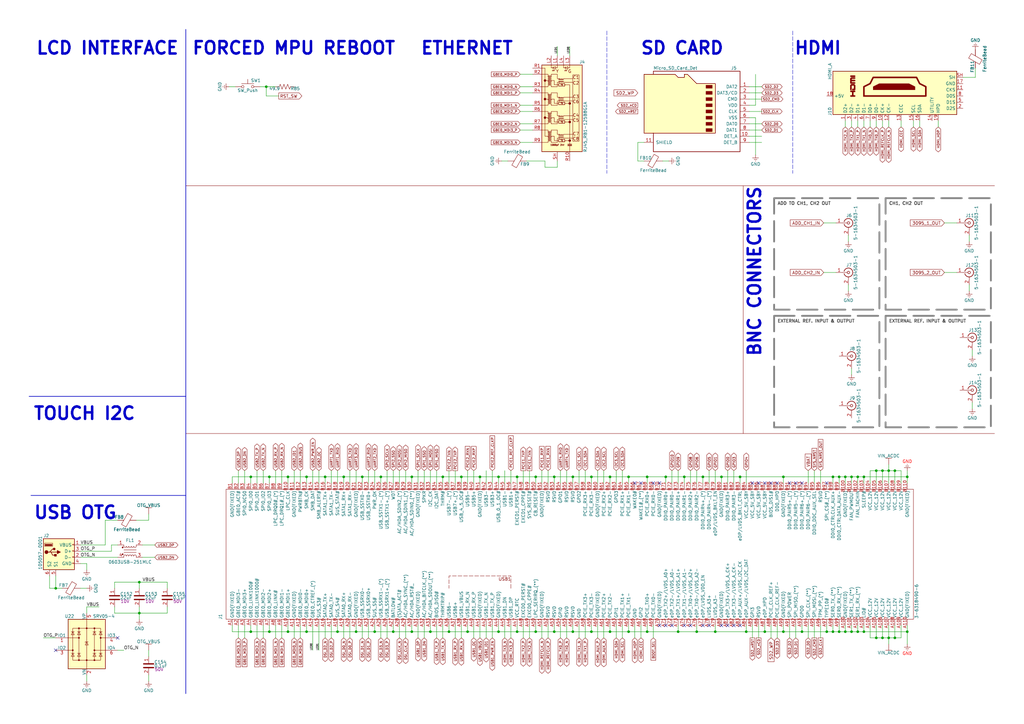
<source format=kicad_sch>
(kicad_sch (version 20230819) (generator eeschema)
  (paper "A3")
  (lib_symbols
    (symbol "Connector:Conn_Coaxial" (pin_names (offset 1.016) hide)
      (property "Reference" "J" (at 0.254 3.048 0))
      (property "Value" "Conn_Coaxial" (at 2.921 0 90))
      (symbol "Conn_Coaxial_1_1"
        (pin passive line (at -5.08 0 0) (length 2.54) (name "In") (number "1"))
        (pin passive line (at 0 -5.08 90) (length 2.54) (name "Ext") (number "2"))
      )
    )
    (symbol "Connector:HDMI_A"
      (property "Reference" "J" (at -6.35 26.67 0))
      (property "Value" "HDMI_A" (at 10.16 26.67 0))
      (symbol "HDMI_A_1_1"
        (pin passive line (at -10.16 20.32 0) (length 2.54) (name "D2+") (number "1"))
        (pin passive line (at -10.16 5.08 0) (length 2.54) (name "CK+") (number "10"))
        (pin power_in line (at 2.54 -27.94 90) (length 2.54) (name "CKS") (number "11"))
        (pin passive line (at -10.16 2.54 0) (length 2.54) (name "CK-") (number "12"))
        (pin bidirectional line (at -10.16 -2.54 0) (length 2.54) (name "CEC") (number "13"))
        (pin passive line (at -10.16 -15.24 0) (length 2.54) (name "UTILITY") (number "14"))
        (pin passive line (at -10.16 -7.62 0) (length 2.54) (name "SCL") (number "15"))
        (pin bidirectional line (at -10.16 -10.16 0) (length 2.54) (name "SDA") (number "16"))
        (pin power_in line (at 5.08 -27.94 90) (length 2.54) (name "GND") (number "17"))
        (pin power_in line (at 0 27.94 270) (length 2.54) (name "+5V") (number "18"))
        (pin passive line (at -10.16 -17.78 0) (length 2.54) (name "HPD") (number "19"))
        (pin power_in line (at -5.08 -27.94 90) (length 2.54) (name "D2S") (number "2"))
        (pin passive line (at -10.16 17.78 0) (length 2.54) (name "D2-") (number "3"))
        (pin passive line (at -10.16 15.24 0) (length 2.54) (name "D1+") (number "4"))
        (pin power_in line (at -2.54 -27.94 90) (length 2.54) (name "D1S") (number "5"))
        (pin passive line (at -10.16 12.7 0) (length 2.54) (name "D1-") (number "6"))
        (pin passive line (at -10.16 10.16 0) (length 2.54) (name "D0+") (number "7"))
        (pin power_in line (at 0 -27.94 90) (length 2.54) (name "D0S") (number "8"))
        (pin passive line (at -10.16 7.62 0) (length 2.54) (name "D0-") (number "9"))
        (pin passive line (at 7.62 -27.94 90) (length 2.54) (name "SH") (number "SH"))
      )
    )
    (symbol "Connector:Micro_SD_Card_Det" (pin_names (offset 1.016))
      (property "Reference" "J" (at -16.51 17.78 0))
      (property "Value" "Micro_SD_Card_Det" (at 16.51 17.78 0))
      (symbol "Micro_SD_Card_Det_1_1"
        (pin bidirectional line (at -22.86 10.16 0) (length 3.81) (name "DAT2") (number "1"))
        (pin passive line (at -22.86 -10.16 0) (length 3.81) (name "DET_A") (number "10"))
        (pin passive line (at 20.32 -12.7 180) (length 3.81) (name "SHIELD") (number "11"))
        (pin bidirectional line (at -22.86 7.62 0) (length 3.81) (name "DAT3/CD") (number "2"))
        (pin input line (at -22.86 5.08 0) (length 3.81) (name "CMD") (number "3"))
        (pin power_in line (at -22.86 2.54 0) (length 3.81) (name "VDD") (number "4"))
        (pin input line (at -22.86 0 0) (length 3.81) (name "CLK") (number "5"))
        (pin power_in line (at -22.86 -2.54 0) (length 3.81) (name "VSS") (number "6"))
        (pin bidirectional line (at -22.86 -5.08 0) (length 3.81) (name "DAT0") (number "7"))
        (pin bidirectional line (at -22.86 -7.62 0) (length 3.81) (name "DAT1") (number "8"))
        (pin passive line (at -22.86 -12.7 0) (length 3.81) (name "DET_B") (number "9"))
      )
    )
    (symbol "Connector:RJ45_RB1-125B8G1A" (pin_names hide)
      (property "Reference" "J" (at -7.62 20.32 0))
      (property "Value" "RJ45_RB1-125B8G1A" (at 15.24 20.32 0))
      (symbol "RJ45_RB1-125B8G1A_0_0"
        (text "1000pF 2kV" (at 2.54 -13.716 0) (effects (font (size 0.635 0.635))))
        (text "C1" (at -5.08 13.97 0) (effects (font (size 1.27 1.27))))
        (text "C2" (at -5.08 11.684 0) (effects (font (size 1.27 1.27))))
        (text "C3" (at -5.08 6.096 0) (effects (font (size 1.27 1.27))))
        (text "C4" (at -5.08 -1.524 0) (effects (font (size 1.27 1.27))))
        (text "C5" (at -5.08 -3.556 0) (effects (font (size 1.27 1.27))))
        (text "C6" (at -5.08 4.064 0) (effects (font (size 1.27 1.27))))
        (text "C7" (at -5.08 -9.144 0) (effects (font (size 1.27 1.27))))
        (text "C8" (at -5.08 -11.176 0) (effects (font (size 1.27 1.27))))
        (text "G" (at -2.54 16.51 0) (effects (font (size 1.27 1.27))))
        (text "Y" (at 2.54 16.51 0) (effects (font (size 1.27 1.27))))
      )
      (symbol "RJ45_RB1-125B8G1A_0_1"
        (pin power_in line (at -2.54 -20.32 90) (length 3.81) (name "GND") (number "R10"))
      )
      (symbol "RJ45_RB1-125B8G1A_1_0"
        (text "75" (at 0.762 -11.938 0) (effects (font (size 0.508 0.508))))
        (text "75" (at 0.762 -4.318 0) (effects (font (size 0.508 0.508))))
        (text "75" (at 0.762 3.302 0) (effects (font (size 0.508 0.508))))
        (text "75" (at 0.762 10.922 0) (effects (font (size 0.508 0.508))))
      )
      (symbol "RJ45_RB1-125B8G1A_1_1"
        (pin passive line (at 2.54 22.86 270) (length 3.81) (name "~") (number "L1"))
        (pin passive line (at 5.08 22.86 270) (length 3.81) (name "~") (number "L2"))
        (pin passive line (at -2.54 22.86 270) (length 3.81) (name "~") (number "L3"))
        (pin passive line (at 0 22.86 270) (length 3.81) (name "~") (number "L4"))
        (pin passive line (at 12.7 17.78 180) (length 3.81) (name "CT") (number "R1"))
        (pin passive line (at 12.7 15.24 180) (length 3.81) (name "TD1+") (number "R2"))
        (pin passive line (at 12.7 10.16 180) (length 3.81) (name "TD1-") (number "R3"))
        (pin passive line (at 12.7 7.62 180) (length 3.81) (name "TD2+") (number "R4"))
        (pin passive line (at 12.7 2.54 180) (length 3.81) (name "TD2-") (number "R5"))
        (pin passive line (at 12.7 0 180) (length 3.81) (name "TD3+") (number "R6"))
        (pin passive line (at 12.7 -5.08 180) (length 3.81) (name "TD3-") (number "R7"))
        (pin passive line (at 12.7 -7.62 180) (length 3.81) (name "TD4+") (number "R8"))
        (pin passive line (at 12.7 -12.7 180) (length 3.81) (name "TD4-") (number "R9"))
        (pin passive line (at 2.54 -20.32 90) (length 3.81) (name "SH") (number "SH"))
      )
    )
    (symbol "DQSBC:3-1827253-6"
      (property "Reference" "J?" (at 0 -46.99 0))
      (property "Value" "3-1827253-6" (at 7.62 -281.94 0))
      (symbol "3-1827253-6_0_0"
        (text "USB1" (at 16.51 -114.3 900) (effects (font (size 1.27 1.27))))
      )
      (symbol "3-1827253-6_1_1"
        (pin passive line (at -2.54 -2.54 0) (length 2.54) (name "GND(FIXED)") (number "A1"))
        (pin passive line (at -2.54 -25.4 0) (length 2.54) (name "GBE0_MDI1+") (number "A10"))
        (pin passive line (at -2.54 -254 0) (length 2.54) (name "GND(FIXED)") (number "A100"))
        (pin passive line (at -2.54 -256.54 0) (length 2.54) (name "SER1_TX_(**)") (number "A101"))
        (pin passive line (at -2.54 -259.08 0) (length 2.54) (name "SER1_RX_(**)") (number "A102"))
        (pin passive line (at -2.54 -261.62 0) (length 2.54) (name "LID#") (number "A103"))
        (pin passive line (at -2.54 -264.16 0) (length 2.54) (name "VCC_12V") (number "A104"))
        (pin passive line (at -2.54 -266.7 0) (length 2.54) (name "VCC_12V") (number "A105"))
        (pin passive line (at -2.54 -269.24 0) (length 2.54) (name "VCC_12V") (number "A106"))
        (pin passive line (at -2.54 -271.78 0) (length 2.54) (name "VCC_12V") (number "A107"))
        (pin passive line (at -2.54 -274.32 0) (length 2.54) (name "VCC_12V") (number "A108"))
        (pin passive line (at -2.54 -276.86 0) (length 2.54) (name "VCC_12V") (number "A109"))
        (pin passive line (at -2.54 -27.94 0) (length 2.54) (name "GND(FIXED)") (number "A11"))
        (pin passive line (at -2.54 -279.4 0) (length 2.54) (name "GND(FIXED)") (number "A110"))
        (pin passive line (at -2.54 -30.48 0) (length 2.54) (name "GBE0_MDI0-") (number "A12"))
        (pin passive line (at -2.54 -33.02 0) (length 2.54) (name "GBE0_MDI0+") (number "A13"))
        (pin passive line (at -2.54 -35.56 0) (length 2.54) (name "GBE0_CTREF_(*)") (number "A14"))
        (pin passive line (at -2.54 -38.1 0) (length 2.54) (name "SUS_S3#") (number "A15"))
        (pin passive line (at -2.54 -40.64 0) (length 2.54) (name "SATA0_TX+") (number "A16"))
        (pin passive line (at -2.54 -43.18 0) (length 2.54) (name "SATA0_TX-") (number "A17"))
        (pin passive line (at -2.54 -45.72 0) (length 2.54) (name "SUS_S4#") (number "A18"))
        (pin passive line (at -2.54 -48.26 0) (length 2.54) (name "SATA0_RX+") (number "A19"))
        (pin passive line (at -2.54 -5.08 0) (length 2.54) (name "GBE0_MDI3-") (number "A2"))
        (pin passive line (at -2.54 -50.8 0) (length 2.54) (name "SATA0_RX-") (number "A20"))
        (pin passive line (at -2.54 -53.34 0) (length 2.54) (name "GND(FIXED)") (number "A21"))
        (pin passive line (at -2.54 -55.88 0) (length 2.54) (name "USB_SSRX0-") (number "A22"))
        (pin passive line (at -2.54 -58.42 0) (length 2.54) (name "USB_SSRX0+") (number "A23"))
        (pin passive line (at -2.54 -60.96 0) (length 2.54) (name "SUS_S5#") (number "A24"))
        (pin passive line (at -2.54 -63.5 0) (length 2.54) (name "USB_SSRX1-_(*)") (number "A25"))
        (pin passive line (at -2.54 -66.04 0) (length 2.54) (name "USB_SSRX1+_(*)") (number "A26"))
        (pin passive line (at -2.54 -68.58 0) (length 2.54) (name "BATLOW#") (number "A27"))
        (pin passive line (at -2.54 -71.12 0) (length 2.54) (name "(S)ATA_ACT#") (number "A28"))
        (pin passive line (at -2.54 -73.66 0) (length 2.54) (name "AC/HDA_SYNC_(**)") (number "A29"))
        (pin passive line (at -2.54 -7.62 0) (length 2.54) (name "GBE0_MDI3+") (number "A3"))
        (pin passive line (at -2.54 -76.2 0) (length 2.54) (name "AC/HDA_RST#_") (number "A30"))
        (pin passive line (at -2.54 -78.74 0) (length 2.54) (name "GND(FIXED)") (number "A31"))
        (pin passive line (at -2.54 -81.28 0) (length 2.54) (name "AC/HDA_BITCLK_(**)") (number "A32"))
        (pin passive line (at -2.54 -83.82 0) (length 2.54) (name "AC/HDA_SDOUT_(**)") (number "A33"))
        (pin passive line (at -2.54 -86.36 0) (length 2.54) (name "BIOS_DIS0#") (number "A34"))
        (pin passive line (at -2.54 -88.9 0) (length 2.54) (name "THRMTRIP#") (number "A35"))
        (pin passive line (at -2.54 -91.44 0) (length 2.54) (name "USB6-") (number "A36"))
        (pin passive line (at -2.54 -93.98 0) (length 2.54) (name "USB6+") (number "A37"))
        (pin passive line (at -2.54 -96.52 0) (length 2.54) (name "USB1_VBUS") (number "A38"))
        (pin passive line (at -2.54 -99.06 0) (length 2.54) (name "USB1_RX_N") (number "A39"))
        (pin passive line (at -2.54 -10.16 0) (length 2.54) (name "GBE0_LINK100#") (number "A4"))
        (pin passive line (at -2.54 -101.6 0) (length 2.54) (name "USB1_RX_P") (number "A40"))
        (pin passive line (at -2.54 -104.14 0) (length 2.54) (name "GND(FIXED)") (number "A41"))
        (pin passive line (at -2.54 -106.68 0) (length 2.54) (name "USB1_TX_N") (number "A42"))
        (pin passive line (at -2.54 -109.22 0) (length 2.54) (name "USB1_TX_P") (number "A43"))
        (pin passive line (at -2.54 -111.76 0) (length 2.54) (name "GND(FIXED)") (number "A44"))
        (pin passive line (at -2.54 -114.3 0) (length 2.54) (name "USB1_DN") (number "A45"))
        (pin passive line (at -2.54 -116.84 0) (length 2.54) (name "USB1_DP") (number "A46"))
        (pin passive line (at -2.54 -119.38 0) (length 2.54) (name "VCC_RTC") (number "A47"))
        (pin passive line (at -2.54 -121.92 0) (length 2.54) (name "EXCD0_PERST#") (number "A48"))
        (pin passive line (at -2.54 -124.46 0) (length 2.54) (name "EXCD0_CPPE#") (number "A49"))
        (pin passive line (at -2.54 -12.7 0) (length 2.54) (name "GBE0_LINK1000#") (number "A5"))
        (pin passive line (at -2.54 -127 0) (length 2.54) (name "LPC_SERIRQ_(**)") (number "A50"))
        (pin passive line (at -2.54 -129.54 0) (length 2.54) (name "GND(FIXED)") (number "A51"))
        (pin passive line (at -2.54 -132.08 0) (length 2.54) (name "RSVD") (number "A52"))
        (pin passive line (at -2.54 -134.62 0) (length 2.54) (name "RSVD") (number "A53"))
        (pin passive line (at -2.54 -137.16 0) (length 2.54) (name "GPI0") (number "A54"))
        (pin passive line (at -2.54 -139.7 0) (length 2.54) (name "RSVD") (number "A55"))
        (pin passive line (at -2.54 -142.24 0) (length 2.54) (name "RSVD") (number "A56"))
        (pin passive line (at -2.54 -144.78 0) (length 2.54) (name "GND") (number "A57"))
        (pin passive line (at -2.54 -147.32 0) (length 2.54) (name "PCIE_TX3+") (number "A58"))
        (pin passive line (at -2.54 -149.86 0) (length 2.54) (name "PCIE_TX3-") (number "A59"))
        (pin passive line (at -2.54 -15.24 0) (length 2.54) (name "GBE0_MDI2-") (number "A6"))
        (pin passive line (at -2.54 -152.4 0) (length 2.54) (name "GND(FIXED)") (number "A60"))
        (pin passive line (at -2.54 -154.94 0) (length 2.54) (name "PCIE_TX2+") (number "A61"))
        (pin passive line (at -2.54 -157.48 0) (length 2.54) (name "PCIE_TX2-") (number "A62"))
        (pin passive line (at -2.54 -160.02 0) (length 2.54) (name "GPI1") (number "A63"))
        (pin passive line (at -2.54 -162.56 0) (length 2.54) (name "PCIE_TX1+") (number "A64"))
        (pin passive line (at -2.54 -165.1 0) (length 2.54) (name "PCIE_TX1-") (number "A65"))
        (pin passive line (at -2.54 -167.64 0) (length 2.54) (name "GND") (number "A66"))
        (pin passive line (at -2.54 -170.18 0) (length 2.54) (name "GPI2") (number "A67"))
        (pin passive line (at -2.54 -172.72 0) (length 2.54) (name "PCIE_TX0+") (number "A68"))
        (pin passive line (at -2.54 -175.26 0) (length 2.54) (name "PCIE_TX0-") (number "A69"))
        (pin passive line (at -2.54 -17.78 0) (length 2.54) (name "GBE0_MDI2+") (number "A7"))
        (pin passive line (at -2.54 -177.8 0) (length 2.54) (name "GND(FIXED)") (number "A70"))
        (pin passive line (at -2.54 -180.34 0) (length 2.54) (name "eDP_TX2+/LVDS_A0+") (number "A71"))
        (pin passive line (at -2.54 -182.88 0) (length 2.54) (name "eDP_TX2-/LVDS_A0-") (number "A72"))
        (pin passive line (at -2.54 -185.42 0) (length 2.54) (name "eDP_TX1+/LVDS_A1+") (number "A73"))
        (pin passive line (at -2.54 -187.96 0) (length 2.54) (name "eDP_TX1-/LVDS_A1-") (number "A74"))
        (pin passive line (at -2.54 -190.5 0) (length 2.54) (name "eDP_TX0+/LVDS_A2+") (number "A75"))
        (pin passive line (at -2.54 -193.04 0) (length 2.54) (name "eDP_TX0-/LVDS_A2-") (number "A76"))
        (pin passive line (at -2.54 -195.58 0) (length 2.54) (name "eDP/LVDS_VDD_EN") (number "A77"))
        (pin passive line (at -2.54 -198.12 0) (length 2.54) (name "LVDS_A3+") (number "A78"))
        (pin passive line (at -2.54 -200.66 0) (length 2.54) (name "LVDS_A3-") (number "A79"))
        (pin passive line (at -2.54 -20.32 0) (length 2.54) (name "GBE0_LINK#") (number "A8"))
        (pin passive line (at -2.54 -203.2 0) (length 2.54) (name "GND(FIXED)") (number "A80"))
        (pin passive line (at -2.54 -205.74 0) (length 2.54) (name "eDP_TX3+/LVDS_A_CK+") (number "A81"))
        (pin passive line (at -2.54 -208.28 0) (length 2.54) (name "eDP_TX3-/LVDS_A_CK-") (number "A82"))
        (pin passive line (at -2.54 -210.82 0) (length 2.54) (name "eDP_AUX+/LVDS_I2C_CK") (number "A83"))
        (pin passive line (at -2.54 -213.36 0) (length 2.54) (name "eDP_AUX-/LVDS_I2C_DAT") (number "A84"))
        (pin passive line (at -2.54 -215.9 0) (length 2.54) (name "GPI3") (number "A85"))
        (pin passive line (at -2.54 -218.44 0) (length 2.54) (name "RSVD") (number "A86"))
        (pin passive line (at -2.54 -220.98 0) (length 2.54) (name "eDP_HPD") (number "A87"))
        (pin passive line (at -2.54 -223.52 0) (length 2.54) (name "PCIE_CLK_REF+") (number "A88"))
        (pin passive line (at -2.54 -226.06 0) (length 2.54) (name "PCIE_CLK_REF-") (number "A89"))
        (pin passive line (at -2.54 -22.86 0) (length 2.54) (name "GBE0_MDI1-") (number "A9"))
        (pin passive line (at -2.54 -228.6 0) (length 2.54) (name "GND(FIXED)") (number "A90"))
        (pin passive line (at -2.54 -231.14 0) (length 2.54) (name "SPI_POWER") (number "A91"))
        (pin passive line (at -2.54 -233.68 0) (length 2.54) (name "SPI_MISO_(**)") (number "A92"))
        (pin passive line (at -2.54 -236.22 0) (length 2.54) (name "GPO0") (number "A93"))
        (pin passive line (at -2.54 -238.76 0) (length 2.54) (name "SPI_CLK_(**)") (number "A94"))
        (pin passive line (at -2.54 -241.3 0) (length 2.54) (name "SPI_MOSI_(**)") (number "A95"))
        (pin passive line (at -2.54 -243.84 0) (length 2.54) (name "TPM_PP_(*)") (number "A96"))
        (pin passive line (at -2.54 -246.38 0) (length 2.54) (name "TYPE10#") (number "A97"))
        (pin passive line (at -2.54 -248.92 0) (length 2.54) (name "SER0_TX_(**)") (number "A98"))
        (pin passive line (at -2.54 -251.46 0) (length 2.54) (name "SER0_RX_(**)") (number "A99"))
        (pin passive line (at 55.88 -2.54 180) (length 2.54) (name "GND(FIXED)") (number "B1"))
        (pin passive line (at 55.88 -25.4 180) (length 2.54) (name "LPC_CLK") (number "B10"))
        (pin passive line (at 55.88 -254 180) (length 2.54) (name "GND(FIXED)") (number "B100"))
        (pin passive line (at 55.88 -256.54 180) (length 2.54) (name "FAN_PWMOUT") (number "B101"))
        (pin passive line (at 55.88 -259.08 180) (length 2.54) (name "FAN_TACHIN") (number "B102"))
        (pin passive line (at 55.88 -261.62 180) (length 2.54) (name "SLEEP#") (number "B103"))
        (pin passive line (at 55.88 -264.16 180) (length 2.54) (name "VCC_12V") (number "B104"))
        (pin passive line (at 55.88 -266.7 180) (length 2.54) (name "VCC_12V") (number "B105"))
        (pin passive line (at 55.88 -269.24 180) (length 2.54) (name "VCC_12V") (number "B106"))
        (pin passive line (at 55.88 -271.78 180) (length 2.54) (name "VCC_12V") (number "B107"))
        (pin passive line (at 55.88 -274.32 180) (length 2.54) (name "VCC_12V") (number "B108"))
        (pin passive line (at 55.88 -276.86 180) (length 2.54) (name "VCC_12V") (number "B109"))
        (pin passive line (at 55.88 -27.94 180) (length 2.54) (name "GND(FIXED)") (number "B11"))
        (pin passive line (at 55.88 -279.4 180) (length 2.54) (name "GND(FIXED)") (number "B110"))
        (pin passive line (at 55.88 -30.48 180) (length 2.54) (name "PWRBTN#") (number "B12"))
        (pin passive line (at 55.88 -33.02 180) (length 2.54) (name "SMB_CK") (number "B13"))
        (pin passive line (at 55.88 -35.56 180) (length 2.54) (name "SMB_DAT") (number "B14"))
        (pin passive line (at 55.88 -38.1 180) (length 2.54) (name "SMB_ALERT#") (number "B15"))
        (pin passive line (at 55.88 -40.64 180) (length 2.54) (name "SATA1_TX+") (number "B16"))
        (pin passive line (at 55.88 -43.18 180) (length 2.54) (name "SATA1_TX-") (number "B17"))
        (pin passive line (at 55.88 -45.72 180) (length 2.54) (name "SUS_STAT#") (number "B18"))
        (pin passive line (at 55.88 -48.26 180) (length 2.54) (name "SATA1_RX+") (number "B19"))
        (pin passive line (at 55.88 -5.08 180) (length 2.54) (name "GBE0_ACT#") (number "B2"))
        (pin passive line (at 55.88 -50.8 180) (length 2.54) (name "SATA1_RX-") (number "B20"))
        (pin passive line (at 55.88 -53.34 180) (length 2.54) (name "GND(FIXED)") (number "B21"))
        (pin passive line (at 55.88 -55.88 180) (length 2.54) (name "USB_SSTX0-") (number "B22"))
        (pin passive line (at 55.88 -58.42 180) (length 2.54) (name "USB_SSTX0+") (number "B23"))
        (pin passive line (at 55.88 -60.96 180) (length 2.54) (name "PWR_OK") (number "B24"))
        (pin passive line (at 55.88 -63.5 180) (length 2.54) (name "USB_SSTX1-_(*)") (number "B25"))
        (pin passive line (at 55.88 -66.04 180) (length 2.54) (name "USB_SSTX1+_(*)") (number "B26"))
        (pin passive line (at 55.88 -68.58 180) (length 2.54) (name "WDT") (number "B27"))
        (pin passive line (at 55.88 -71.12 180) (length 2.54) (name "AC/HDA_SDIN2_(*)") (number "B28"))
        (pin passive line (at 55.88 -73.66 180) (length 2.54) (name "AC/HDA_SDIN1_(*)") (number "B29"))
        (pin passive line (at 55.88 -7.62 180) (length 2.54) (name "SPI0_NCS0") (number "B3"))
        (pin passive line (at 55.88 -76.2 180) (length 2.54) (name "AC/HDA_SDIN0_(**)") (number "B30"))
        (pin passive line (at 55.88 -78.74 180) (length 2.54) (name "GND(FIXED)") (number "B31"))
        (pin passive line (at 55.88 -81.28 180) (length 2.54) (name "SPKR") (number "B32"))
        (pin passive line (at 55.88 -83.82 180) (length 2.54) (name "I2C_CK") (number "B33"))
        (pin passive line (at 55.88 -86.36 180) (length 2.54) (name "I2C_DAT") (number "B34"))
        (pin passive line (at 55.88 -88.9 180) (length 2.54) (name "THRM#") (number "B35"))
        (pin passive line (at 55.88 -91.44 180) (length 2.54) (name "USB7-_(*)") (number "B36"))
        (pin passive line (at 55.88 -93.98 180) (length 2.54) (name "USB7+_(*)") (number "B37"))
        (pin passive line (at 55.88 -96.52 180) (length 2.54) (name "USB_4_5_OC#") (number "B38"))
        (pin passive line (at 55.88 -99.06 180) (length 2.54) (name "USB5-") (number "B39"))
        (pin passive line (at 55.88 -10.16 180) (length 2.54) (name "SPI0_IO0") (number "B4"))
        (pin passive line (at 55.88 -101.6 180) (length 2.54) (name "USB5+") (number "B40"))
        (pin passive line (at 55.88 -104.14 180) (length 2.54) (name "GND(FIXED)") (number "B41"))
        (pin passive line (at 55.88 -106.68 180) (length 2.54) (name "USB3-") (number "B42"))
        (pin passive line (at 55.88 -109.22 180) (length 2.54) (name "USB3+") (number "B43"))
        (pin passive line (at 55.88 -111.76 180) (length 2.54) (name "USB_0_1_OC#") (number "B44"))
        (pin passive line (at 55.88 -114.3 180) (length 2.54) (name "USB1-") (number "B45"))
        (pin passive line (at 55.88 -116.84 180) (length 2.54) (name "USB1+") (number "B46"))
        (pin passive line (at 55.88 -119.38 180) (length 2.54) (name "EXCD1_PERST#") (number "B47"))
        (pin passive line (at 55.88 -121.92 180) (length 2.54) (name "EXCD1_CPPE#") (number "B48"))
        (pin passive line (at 55.88 -124.46 180) (length 2.54) (name "SYS_RESET#") (number "B49"))
        (pin passive line (at 55.88 -12.7 180) (length 2.54) (name "SPI0_IO1") (number "B5"))
        (pin passive line (at 55.88 -127 180) (length 2.54) (name "CB_RESET#") (number "B50"))
        (pin passive line (at 55.88 -129.54 180) (length 2.54) (name "GND(FIXED)") (number "B51"))
        (pin passive line (at 55.88 -132.08 180) (length 2.54) (name "RSVD") (number "B52"))
        (pin passive line (at 55.88 -134.62 180) (length 2.54) (name "RSVD") (number "B53"))
        (pin passive line (at 55.88 -137.16 180) (length 2.54) (name "GPO1") (number "B54"))
        (pin passive line (at 55.88 -139.7 180) (length 2.54) (name "RSVD") (number "B55"))
        (pin passive line (at 55.88 -142.24 180) (length 2.54) (name "RSVD") (number "B56"))
        (pin passive line (at 55.88 -144.78 180) (length 2.54) (name "GPO2") (number "B57"))
        (pin passive line (at 55.88 -147.32 180) (length 2.54) (name "PCIE_RX3+") (number "B58"))
        (pin passive line (at 55.88 -149.86 180) (length 2.54) (name "PCIE_RX3-") (number "B59"))
        (pin passive line (at 55.88 -15.24 180) (length 2.54) (name "SPI0_IO2") (number "B6"))
        (pin passive line (at 55.88 -152.4 180) (length 2.54) (name "GND(FIXED)") (number "B60"))
        (pin passive line (at 55.88 -154.94 180) (length 2.54) (name "PCIE_RX2+") (number "B61"))
        (pin passive line (at 55.88 -157.48 180) (length 2.54) (name "PCIE_RX2-") (number "B62"))
        (pin passive line (at 55.88 -160.02 180) (length 2.54) (name "GPO3") (number "B63"))
        (pin passive line (at 55.88 -162.56 180) (length 2.54) (name "PCIE_RX1+") (number "B64"))
        (pin passive line (at 55.88 -165.1 180) (length 2.54) (name "PCIE_RX1-") (number "B65"))
        (pin passive line (at 55.88 -167.64 180) (length 2.54) (name "WAKE0#") (number "B66"))
        (pin passive line (at 55.88 -170.18 180) (length 2.54) (name "WAKE1#_(**)") (number "B67"))
        (pin passive line (at 55.88 -172.72 180) (length 2.54) (name "PCIE_RX0+") (number "B68"))
        (pin passive line (at 55.88 -175.26 180) (length 2.54) (name "PCIE_RX0-") (number "B69"))
        (pin passive line (at 55.88 -17.78 180) (length 2.54) (name "SPI0_IO3") (number "B7"))
        (pin passive line (at 55.88 -177.8 180) (length 2.54) (name "GND(FIXED)") (number "B70"))
        (pin passive line (at 55.88 -180.34 180) (length 2.54) (name "DDI0_PAIR0+") (number "B71"))
        (pin passive line (at 55.88 -182.88 180) (length 2.54) (name "DDI0_PAIR0-") (number "B72"))
        (pin passive line (at 55.88 -185.42 180) (length 2.54) (name "DDI0_PAIR1+") (number "B73"))
        (pin passive line (at 55.88 -187.96 180) (length 2.54) (name "DDI0_PAIR1-") (number "B74"))
        (pin passive line (at 55.88 -190.5 180) (length 2.54) (name "DDI0_PAIR2+") (number "B75"))
        (pin passive line (at 55.88 -193.04 180) (length 2.54) (name "DDI0_PAIR2-") (number "B76"))
        (pin passive line (at 55.88 -195.58 180) (length 2.54) (name "DDI0_PAIR4+_(*)") (number "B77"))
        (pin passive line (at 55.88 -198.12 180) (length 2.54) (name "DDI0_PAIR4-_(*)") (number "B78"))
        (pin passive line (at 55.88 -200.66 180) (length 2.54) (name "eDP/LVDS_BKLT_EN") (number "B79"))
        (pin passive line (at 55.88 -20.32 180) (length 2.54) (name "LPC_DRQ0#_(*)") (number "B8"))
        (pin passive line (at 55.88 -203.2 180) (length 2.54) (name "GND(FIXED)") (number "B80"))
        (pin passive line (at 55.88 -205.74 180) (length 2.54) (name "DDI0_PAIR3+") (number "B81"))
        (pin passive line (at 55.88 -208.28 180) (length 2.54) (name "DDI0_PAIR3-") (number "B82"))
        (pin passive line (at 55.88 -210.82 180) (length 2.54) (name "eDP/LVDS_BKLT_CTRL") (number "B83"))
        (pin passive line (at 55.88 -213.36 180) (length 2.54) (name "VCC_5V_SBY") (number "B84"))
        (pin passive line (at 55.88 -215.9 180) (length 2.54) (name "VCC_5V_SBY") (number "B85"))
        (pin passive line (at 55.88 -218.44 180) (length 2.54) (name "VCC_5V_SBY") (number "B86"))
        (pin passive line (at 55.88 -220.98 180) (length 2.54) (name "VCC_5V_SBY") (number "B87"))
        (pin passive line (at 55.88 -223.52 180) (length 2.54) (name "BIOS_DIS1#") (number "B88"))
        (pin passive line (at 55.88 -226.06 180) (length 2.54) (name "DD0_HPD") (number "B89"))
        (pin passive line (at 55.88 -22.86 180) (length 2.54) (name "LPC_DRQ1#_(*)") (number "B9"))
        (pin passive line (at 55.88 -228.6 180) (length 2.54) (name "GND(FIXED)") (number "B90"))
        (pin passive line (at 55.88 -231.14 180) (length 2.54) (name "DDI0_PAIR5+_(*)") (number "B91"))
        (pin passive line (at 55.88 -233.68 180) (length 2.54) (name "DDI0_PAIR5-_(*)") (number "B92"))
        (pin passive line (at 55.88 -236.22 180) (length 2.54) (name "DDI0_PAIR6+_(*)") (number "B93"))
        (pin passive line (at 55.88 -238.76 180) (length 2.54) (name "DDI0_PAIR6-_(*)") (number "B94"))
        (pin passive line (at 55.88 -241.3 180) (length 2.54) (name "DDI0_DDC_AUX_SEL") (number "B95"))
        (pin passive line (at 55.88 -243.84 180) (length 2.54) (name "RSVD") (number "B96"))
        (pin passive line (at 55.88 -246.38 180) (length 2.54) (name "SPI_CS#_(**)") (number "B97"))
        (pin passive line (at 55.88 -248.92 180) (length 2.54) (name "DDI0_CTRLCLK_AUX+") (number "B98"))
        (pin passive line (at 55.88 -251.46 180) (length 2.54) (name "DDI0_CTRLDATA_AUX-") (number "B99"))
      )
    )
    (symbol "DQSBC:GND" (power) (pin_numbers hide) (pin_names (offset 0) hide)
      (property "Value" "GND" (at 0 -3.81 0))
      (symbol "GND_1_1"
        (pin power_in line (at 0 0 270) (length 0) hide (name "GND") (number "1"))
      )
    )
    (symbol "Device:FerriteBead" (pin_numbers hide) (pin_names (offset 0))
      (property "Reference" "FB" (at -3.81 0.635 90))
      (property "Value" "FerriteBead" (at 3.81 0 90))
      (symbol "FerriteBead_1_1"
        (pin passive line (at 0 3.81 270) (length 2.54) (name "~") (number "1"))
        (pin passive line (at 0 -3.81 90) (length 2.54) (name "~") (number "2"))
      )
    )
    (symbol "Power_Protection:SRV05-4" (pin_names (offset 0))
      (property "Reference" "U" (at -5.08 11.43 0))
      (property "Value" "SRV05-4" (at 2.54 11.43 0))
      (symbol "SRV05-4_1_1"
        (pin passive line (at -12.7 2.54 0) (length 5.08) (name "IO1") (number "1"))
        (pin passive line (at 0 -12.7 90) (length 2.54) (name "VN") (number "2"))
        (pin passive line (at -12.7 -2.54 0) (length 5.08) (name "IO2") (number "3"))
        (pin passive line (at 12.7 2.54 180) (length 5.08) (name "IO3") (number "4"))
        (pin passive line (at 0 12.7 270) (length 2.54) (name "VP") (number "5"))
        (pin passive line (at 12.7 -2.54 180) (length 5.08) (name "IO4") (number "6"))
      )
    )
    (symbol "Switch:SW_Push" (pin_numbers hide) (pin_names (offset 1.016) hide)
      (property "Reference" "SW" (at 1.27 2.54 0))
      (property "Value" "SW_Push" (at 0 -1.524 0))
      (symbol "SW_Push_0_1"
        (pin passive line (at -5.08 0 0) (length 2.54) (name "1") (number "1"))
        (pin passive line (at 5.08 0 180) (length 2.54) (name "2") (number "2"))
      )
    )
    (symbol "awg1000:+3.3V_CLK" (power) (pin_names (offset 0))
      (property "Value" "+3.3V_CLK" (at 0 3.556 0))
      (symbol "+3.3V_CLK_1_1"
        (pin power_in line (at 0 0 90) (length 0) hide (name "+3.3V_CLK") (number "1"))
      )
    )
    (symbol "awg1000:CAP_UNPOL" (pin_names (offset 0.254) hide)
      (property "Reference" "C" (at 2.286 1.524 0))
      (property "Value" "CAP_UNPOL" (at 2.286 0 0))
      (property "VOLTAGE" "V" (at 2.413 -1.524 0))
      (symbol "CAP_UNPOL_1_1"
        (pin passive line (at 0 3.81 270) (length 2.794) (name "1") (number "1"))
        (pin passive line (at 0 -3.81 90) (length 2.794) (name "2") (number "2"))
      )
    )
    (symbol "awg1000:CAP_UNPOL_1" (pin_names (offset 0.254) hide)
      (property "Reference" "C" (at 2.286 1.524 0))
      (property "Value" "CAP_UNPOL" (at 2.286 0 0))
      (property "VOLTAGE" "V" (at 2.413 -1.524 0))
      (symbol "CAP_UNPOL_1_1_1"
        (pin passive line (at 0 3.81 270) (length 2.794) (name "1") (number "1"))
        (pin passive line (at 0 -3.81 90) (length 2.794) (name "2") (number "2"))
      )
    )
    (symbol "awg1000:CAP_UNPOL_10" (pin_names (offset 0.254) hide)
      (property "Reference" "C" (at 2.286 1.524 0))
      (property "Value" "CAP_UNPOL" (at 2.286 0 0))
      (property "VOLTAGE" "V" (at 2.413 -1.524 0))
      (symbol "CAP_UNPOL_10_1_1"
        (pin passive line (at 0 3.81 270) (length 2.794) (name "1") (number "1"))
        (pin passive line (at 0 -3.81 90) (length 2.794) (name "2") (number "2"))
      )
    )
    (symbol "awg1000:CAP_UNPOL_11" (pin_names (offset 0.254) hide)
      (property "Reference" "C" (at 2.286 1.524 0))
      (property "Value" "CAP_UNPOL" (at 2.286 0 0))
      (property "VOLTAGE" "V" (at 2.413 -1.524 0))
      (symbol "CAP_UNPOL_11_1_1"
        (pin passive line (at 0 3.81 270) (length 2.794) (name "1") (number "1"))
        (pin passive line (at 0 -3.81 90) (length 2.794) (name "2") (number "2"))
      )
    )
    (symbol "awg1000:CAP_UNPOL_12" (pin_names (offset 0.254) hide)
      (property "Reference" "C" (at 2.286 1.524 0))
      (property "Value" "CAP_UNPOL" (at 2.286 0 0))
      (property "VOLTAGE" "V" (at 2.413 -1.524 0))
      (symbol "CAP_UNPOL_12_1_1"
        (pin passive line (at 0 3.81 270) (length 2.794) (name "1") (number "1"))
        (pin passive line (at 0 -3.81 90) (length 2.794) (name "2") (number "2"))
      )
    )
    (symbol "awg1000:CAP_UNPOL_13" (pin_names (offset 0.254) hide)
      (property "Reference" "C" (at 2.286 1.524 0))
      (property "Value" "CAP_UNPOL" (at 2.286 0 0))
      (property "VOLTAGE" "V" (at 2.413 -1.524 0))
      (symbol "CAP_UNPOL_13_1_1"
        (pin passive line (at 0 3.81 270) (length 2.794) (name "1") (number "1"))
        (pin passive line (at 0 -3.81 90) (length 2.794) (name "2") (number "2"))
      )
    )
    (symbol "awg1000:CAP_UNPOL_14" (pin_names (offset 0.254) hide)
      (property "Reference" "C" (at 2.286 1.524 0))
      (property "Value" "CAP_UNPOL" (at 2.286 0 0))
      (property "VOLTAGE" "V" (at 2.413 -1.524 0))
      (symbol "CAP_UNPOL_14_1_1"
        (pin passive line (at 0 3.81 270) (length 2.794) (name "1") (number "1"))
        (pin passive line (at 0 -3.81 90) (length 2.794) (name "2") (number "2"))
      )
    )
    (symbol "awg1000:CAP_UNPOL_15" (pin_names (offset 0.254) hide)
      (property "Reference" "C" (at 2.286 1.524 0))
      (property "Value" "CAP_UNPOL" (at 2.286 0 0))
      (property "VOLTAGE" "V" (at 2.413 -1.524 0))
      (symbol "CAP_UNPOL_15_1_1"
        (pin passive line (at 0 3.81 270) (length 2.794) (name "1") (number "1"))
        (pin passive line (at 0 -3.81 90) (length 2.794) (name "2") (number "2"))
      )
    )
    (symbol "awg1000:CAP_UNPOL_16" (pin_names (offset 0.254) hide)
      (property "Reference" "C" (at 2.286 1.524 0))
      (property "Value" "CAP_UNPOL" (at 2.286 0 0))
      (property "VOLTAGE" "V" (at 2.413 -1.524 0))
      (symbol "CAP_UNPOL_16_1_1"
        (pin passive line (at 0 3.81 270) (length 2.794) (name "1") (number "1"))
        (pin passive line (at 0 -3.81 90) (length 2.794) (name "2") (number "2"))
      )
    )
    (symbol "awg1000:CAP_UNPOL_17" (pin_names (offset 0.254) hide)
      (property "Reference" "C" (at 2.286 1.524 0))
      (property "Value" "CAP_UNPOL" (at 2.286 0 0))
      (property "VOLTAGE" "V" (at 2.413 -1.524 0))
      (symbol "CAP_UNPOL_17_1_1"
        (pin passive line (at 0 3.81 270) (length 2.794) (name "1") (number "1"))
        (pin passive line (at 0 -3.81 90) (length 2.794) (name "2") (number "2"))
      )
    )
    (symbol "awg1000:CAP_UNPOL_18" (pin_names (offset 0.254) hide)
      (property "Reference" "C" (at 2.286 1.524 0))
      (property "Value" "CAP_UNPOL" (at 2.286 0 0))
      (property "VOLTAGE" "V" (at 2.413 -1.524 0))
      (symbol "CAP_UNPOL_18_1_1"
        (pin passive line (at 0 3.81 270) (length 2.794) (name "1") (number "1"))
        (pin passive line (at 0 -3.81 90) (length 2.794) (name "2") (number "2"))
      )
    )
    (symbol "awg1000:CAP_UNPOL_19" (pin_names (offset 0.254) hide)
      (property "Reference" "C" (at 2.286 1.524 0))
      (property "Value" "CAP_UNPOL" (at 2.286 0 0))
      (property "VOLTAGE" "V" (at 2.413 -1.524 0))
      (symbol "CAP_UNPOL_19_1_1"
        (pin passive line (at 0 3.81 270) (length 2.794) (name "1") (number "1"))
        (pin passive line (at 0 -3.81 90) (length 2.794) (name "2") (number "2"))
      )
    )
    (symbol "awg1000:CAP_UNPOL_2" (pin_names (offset 0.254) hide)
      (property "Reference" "C" (at 2.286 1.524 0))
      (property "Value" "CAP_UNPOL" (at 2.286 0 0))
      (property "VOLTAGE" "V" (at 2.413 -1.524 0))
      (symbol "CAP_UNPOL_2_1_1"
        (pin passive line (at 0 3.81 270) (length 2.794) (name "1") (number "1"))
        (pin passive line (at 0 -3.81 90) (length 2.794) (name "2") (number "2"))
      )
    )
    (symbol "awg1000:CAP_UNPOL_3" (pin_names (offset 0.254) hide)
      (property "Reference" "C" (at 2.286 1.524 0))
      (property "Value" "CAP_UNPOL" (at 2.286 0 0))
      (property "VOLTAGE" "V" (at 2.413 -1.524 0))
      (symbol "CAP_UNPOL_3_1_1"
        (pin passive line (at 0 3.81 270) (length 2.794) (name "1") (number "1"))
        (pin passive line (at 0 -3.81 90) (length 2.794) (name "2") (number "2"))
      )
    )
    (symbol "awg1000:CAP_UNPOL_4" (pin_names (offset 0.254) hide)
      (property "Reference" "C" (at 2.286 1.524 0))
      (property "Value" "CAP_UNPOL" (at 2.286 0 0))
      (property "VOLTAGE" "V" (at 2.413 -1.524 0))
      (symbol "CAP_UNPOL_4_1_1"
        (pin passive line (at 0 3.81 270) (length 2.794) (name "1") (number "1"))
        (pin passive line (at 0 -3.81 90) (length 2.794) (name "2") (number "2"))
      )
    )
    (symbol "awg1000:CAP_UNPOL_5" (pin_names (offset 0.254) hide)
      (property "Reference" "C" (at 2.286 1.524 0))
      (property "Value" "CAP_UNPOL" (at 2.286 0 0))
      (property "VOLTAGE" "V" (at 2.413 -1.524 0))
      (symbol "CAP_UNPOL_5_1_1"
        (pin passive line (at 0 3.81 270) (length 2.794) (name "1") (number "1"))
        (pin passive line (at 0 -3.81 90) (length 2.794) (name "2") (number "2"))
      )
    )
    (symbol "awg1000:CAP_UNPOL_6" (pin_names (offset 0.254) hide)
      (property "Reference" "C" (at 2.286 1.524 0))
      (property "Value" "CAP_UNPOL" (at 2.286 0 0))
      (property "VOLTAGE" "V" (at 2.413 -1.524 0))
      (symbol "CAP_UNPOL_6_1_1"
        (pin passive line (at 0 3.81 270) (length 2.794) (name "1") (number "1"))
        (pin passive line (at 0 -3.81 90) (length 2.794) (name "2") (number "2"))
      )
    )
    (symbol "awg1000:CAP_UNPOL_7" (pin_names (offset 0.254) hide)
      (property "Reference" "C" (at 2.286 1.524 0))
      (property "Value" "CAP_UNPOL" (at 2.286 0 0))
      (property "VOLTAGE" "V" (at 2.413 -1.524 0))
      (symbol "CAP_UNPOL_7_1_1"
        (pin passive line (at 0 3.81 270) (length 2.794) (name "1") (number "1"))
        (pin passive line (at 0 -3.81 90) (length 2.794) (name "2") (number "2"))
      )
    )
    (symbol "awg1000:CAP_UNPOL_8" (pin_names (offset 0.254) hide)
      (property "Reference" "C" (at 2.286 1.524 0))
      (property "Value" "CAP_UNPOL" (at 2.286 0 0))
      (property "VOLTAGE" "V" (at 2.413 -1.524 0))
      (symbol "CAP_UNPOL_8_1_1"
        (pin passive line (at 0 3.81 270) (length 2.794) (name "1") (number "1"))
        (pin passive line (at 0 -3.81 90) (length 2.794) (name "2") (number "2"))
      )
    )
    (symbol "awg1000:CAP_UNPOL_9" (pin_names (offset 0.254) hide)
      (property "Reference" "C" (at 2.286 1.524 0))
      (property "Value" "CAP_UNPOL" (at 2.286 0 0))
      (property "VOLTAGE" "V" (at 2.413 -1.524 0))
      (symbol "CAP_UNPOL_9_1_1"
        (pin passive line (at 0 3.81 270) (length 2.794) (name "1") (number "1"))
        (pin passive line (at 0 -3.81 90) (length 2.794) (name "2") (number "2"))
      )
    )
    (symbol "awg1000:CDCE62005RGZR"
      (property "Reference" "U" (at 0.635 1.27 0))
      (property "Value" "CDCE62005RGZR" (at 22.86 -20.32 0))
      (symbol "CDCE62005RGZR_0_0"
        (pin unspecified line (at -2.54 -7.62 0) (length 2.54) (name "VCC_IN_SEC") (number "1"))
        (pin unspecified line (at -2.54 -30.48 0) (length 2.54) (name "U3N") (number "10"))
        (pin unspecified line (at -2.54 -33.02 0) (length 2.54) (name "VCC_OUT") (number "11"))
        (pin unspecified line (at -2.54 -35.56 0) (length 2.54) (name "~{PWRDWN}") (number "12"))
        (pin unspecified line (at 7.62 -45.72 90) (length 2.54) (name "AUXOUT") (number "13"))
        (pin unspecified line (at 10.16 -45.72 90) (length 2.54) (name "~{SYNC}") (number "14"))
        (pin unspecified line (at 12.7 -45.72 90) (length 2.54) (name "VCC_AUXOUT") (number "15"))
        (pin unspecified line (at 15.24 -45.72 90) (length 2.54) (name "U2P") (number "16"))
        (pin unspecified line (at 17.78 -45.72 90) (length 2.54) (name "U2N") (number "17"))
        (pin unspecified line (at 20.32 -45.72 90) (length 2.54) (name "VCC_OUT") (number "18"))
        (pin unspecified line (at 22.86 -45.72 90) (length 2.54) (name "U1P") (number "19"))
        (pin unspecified line (at -2.54 -10.16 0) (length 2.54) (name "SEC_REF-") (number "2"))
        (pin unspecified line (at 25.4 -45.72 90) (length 2.54) (name "U1N") (number "20"))
        (pin unspecified line (at 27.94 -45.72 90) (length 2.54) (name "VCC_OUT") (number "21"))
        (pin unspecified line (at 30.48 -45.72 90) (length 2.54) (name "SPI_MISO") (number "22"))
        (pin unspecified line (at 33.02 -45.72 90) (length 2.54) (name "SPI_MOSI") (number "23"))
        (pin unspecified line (at 35.56 -45.72 90) (length 2.54) (name "SPI_CLK") (number "24"))
        (pin unspecified line (at 45.72 -35.56 180) (length 2.54) (name "SPI_LE") (number "25"))
        (pin unspecified line (at 45.72 -33.02 180) (length 2.54) (name "VCC_OUT") (number "26"))
        (pin unspecified line (at 45.72 -30.48 180) (length 2.54) (name "U0P") (number "27"))
        (pin unspecified line (at 45.72 -27.94 180) (length 2.54) (name "U0N") (number "28"))
        (pin unspecified line (at 45.72 -25.4 180) (length 2.54) (name "VCC_OUT") (number "29"))
        (pin unspecified line (at -2.54 -12.7 0) (length 2.54) (name "SEC_REF+") (number "3"))
        (pin unspecified line (at 45.72 -22.86 180) (length 2.54) (name "TESTOUTA") (number "30"))
        (pin unspecified line (at 45.72 -20.32 180) (length 2.54) (name "REF_SEL") (number "31"))
        (pin unspecified line (at 45.72 -17.78 180) (length 2.54) (name "VCCOUT") (number "32"))
        (pin unspecified line (at 45.72 -15.24 180) (length 2.54) (name "TEST_MODE") (number "33"))
        (pin unspecified line (at 45.72 -12.7 180) (length 2.54) (name "VCC_VCO") (number "34"))
        (pin unspecified line (at 45.72 -10.16 180) (length 2.54) (name "VCC_VCO") (number "35"))
        (pin unspecified line (at 45.72 -7.62 180) (length 2.54) (name "GND_VCO") (number "36"))
        (pin unspecified line (at 35.56 2.54 270) (length 2.54) (name "PLL_CLOCK") (number "37"))
        (pin unspecified line (at 33.02 2.54 270) (length 2.54) (name "REG_CAP2") (number "38"))
        (pin unspecified line (at 30.48 2.54 270) (length 2.54) (name "VCC2_PLL") (number "39"))
        (pin unspecified line (at -2.54 -15.24 0) (length 2.54) (name "REG_CAP1") (number "4"))
        (pin unspecified line (at 27.94 2.54 270) (length 2.54) (name "EXT_LFP") (number "40"))
        (pin unspecified line (at 25.4 2.54 270) (length 2.54) (name "EXT_LFN") (number "41"))
        (pin unspecified line (at 22.86 2.54 270) (length 2.54) (name "VCC2_PLL") (number "42"))
        (pin unspecified line (at 20.32 2.54 270) (length 2.54) (name "AUXIN") (number "43"))
        (pin unspecified line (at 17.78 2.54 270) (length 2.54) (name "VCC_AUXIN") (number "44"))
        (pin unspecified line (at 15.24 2.54 270) (length 2.54) (name "PRIFEF+") (number "45"))
        (pin unspecified line (at 12.7 2.54 270) (length 2.54) (name "PERIREF-") (number "46"))
        (pin unspecified line (at 10.16 2.54 270) (length 2.54) (name "VCC_IN_PRI") (number "47"))
        (pin unspecified line (at 7.62 2.54 270) (length 2.54) (name "VBB") (number "48"))
        (pin unspecified line (at 5.08 2.54 270) (length 2.54) (name "GND_PAD") (number "49"))
        (pin unspecified line (at -2.54 -17.78 0) (length 2.54) (name "VCC1_PLL") (number "5"))
        (pin unspecified line (at -2.54 -20.32 0) (length 2.54) (name "U4P") (number "6"))
        (pin unspecified line (at -2.54 -22.86 0) (length 2.54) (name "U4N") (number "7"))
        (pin unspecified line (at -2.54 -25.4 0) (length 2.54) (name "VCC_OUT") (number "8"))
        (pin unspecified line (at -2.54 -27.94 0) (length 2.54) (name "U3P") (number "9"))
      )
    )
    (symbol "awg1000:GND" (power)
      (property "Value" "GND" (at 0 -3.81 0))
      (symbol "GND_1_1"
        (pin power_in line (at 0 0 270) (length 0) hide (name "GND") (number "1"))
      )
    )
    (symbol "awg1000:LFTVXO076347CUTT"
      (property "Reference" "Y" (at 0.762 0.762 0))
      (property "Value" "LFTVXO076347CUTT" (at 9.398 -11.43 0))
      (symbol "LFTVXO076347CUTT_0_0"
        (pin unspecified line (at -2.54 -2.54 0) (length 2.54) (name "VC") (number "1"))
        (pin unspecified line (at -2.54 -5.08 0) (length 2.54) (name "GND") (number "2"))
        (pin unspecified line (at -2.54 -7.62 0) (length 2.54) (name "NC") (number "3"))
        (pin unspecified line (at 15.24 -7.62 180) (length 2.54) (name "OUT") (number "4"))
        (pin unspecified line (at 15.24 -5.08 180) (length 2.54) (name "+VS") (number "5"))
        (pin unspecified line (at 15.24 -2.54 180) (length 2.54) (name "TRI") (number "6"))
      )
    )
    (symbol "awg1000:OTG_VBUS" (power) (pin_names (offset 0))
      (property "Value" "OTG_VBUS" (at 0 3.556 0))
      (symbol "OTG_VBUS_1_1"
        (pin power_in line (at 0 0 90) (length 0) hide (name "OTG_VBUS") (number "1"))
      )
    )
    (symbol "awg1000:R" (pin_numbers hide) (pin_names (offset 0) hide)
      (property "Reference" "R" (at -0.762 -2.286 90))
      (property "Value" "R" (at -0.762 2.032 90))
      (symbol "R_1_1"
        (pin passive line (at 0 3.81 270) (length 1.27) (name "1") (number "1"))
        (pin passive line (at 0 -3.81 90) (length 1.27) (name "2") (number "2"))
      )
    )
    (symbol "awg1000:R_1" (pin_numbers hide) (pin_names (offset 0) hide)
      (property "Reference" "R" (at -0.762 -2.286 90))
      (property "Value" "R" (at -0.762 2.032 90))
      (symbol "R_1_1_1"
        (pin passive line (at 0 3.81 270) (length 1.27) (name "1") (number "1"))
        (pin passive line (at 0 -3.81 90) (length 1.27) (name "2") (number "2"))
      )
    )
    (symbol "awg1000:R_2" (pin_numbers hide) (pin_names (offset 0) hide)
      (property "Reference" "R" (at -0.762 -2.286 90))
      (property "Value" "R" (at -0.762 2.032 90))
      (symbol "R_2_1_1"
        (pin passive line (at 0 3.81 270) (length 1.27) (name "1") (number "1"))
        (pin passive line (at 0 -3.81 90) (length 1.27) (name "2") (number "2"))
      )
    )
    (symbol "awg1000:R_3" (pin_numbers hide) (pin_names (offset 0) hide)
      (property "Reference" "R" (at -0.762 -2.286 90))
      (property "Value" "R" (at -0.762 2.032 90))
      (symbol "R_3_1_1"
        (pin passive line (at 0 3.81 270) (length 1.27) (name "1") (number "1"))
        (pin passive line (at 0 -3.81 90) (length 1.27) (name "2") (number "2"))
      )
    )
    (symbol "awg1000:R_4" (pin_numbers hide) (pin_names (offset 0) hide)
      (property "Reference" "R" (at -0.762 -2.286 90))
      (property "Value" "R" (at -0.762 2.032 90))
      (symbol "R_4_1_1"
        (pin passive line (at 0 3.81 270) (length 1.27) (name "1") (number "1"))
        (pin passive line (at 0 -3.81 90) (length 1.27) (name "2") (number "2"))
      )
    )
    (symbol "awg1000:R_5" (pin_numbers hide) (pin_names (offset 0) hide)
      (property "Reference" "R" (at -0.762 -2.286 90))
      (property "Value" "R" (at -0.762 2.032 90))
      (symbol "R_5_1_1"
        (pin passive line (at 0 3.81 270) (length 1.27) (name "1") (number "1"))
        (pin passive line (at 0 -3.81 90) (length 1.27) (name "2") (number "2"))
      )
    )
    (symbol "awg1000:R_6" (pin_numbers hide) (pin_names (offset 0) hide)
      (property "Reference" "R" (at -0.762 -2.286 90))
      (property "Value" "R" (at -0.762 2.032 90))
      (symbol "R_6_1_1"
        (pin passive line (at 0 3.81 270) (length 1.27) (name "1") (number "1"))
        (pin passive line (at 0 -3.81 90) (length 1.27) (name "2") (number "2"))
      )
    )
    (symbol "awg1000:R_7" (pin_numbers hide) (pin_names (offset 0) hide)
      (property "Reference" "R" (at -0.762 -2.286 90))
      (property "Value" "R" (at -0.762 2.032 90))
      (symbol "R_7_1_1"
        (pin passive line (at 0 3.81 270) (length 1.27) (name "1") (number "1"))
        (pin passive line (at 0 -3.81 90) (length 1.27) (name "2") (number "2"))
      )
    )
    (symbol "awg1000:R_8" (pin_numbers hide) (pin_names (offset 0) hide)
      (property "Reference" "R" (at -0.762 -2.286 90))
      (property "Value" "R" (at -0.762 2.032 90))
      (symbol "R_8_1_1"
        (pin passive line (at 0 3.81 270) (length 1.27) (name "1") (number "1"))
        (pin passive line (at 0 -3.81 90) (length 1.27) (name "2") (number "2"))
      )
    )
    (symbol "awg1000:USB1040-GF-L-B" (pin_names (offset 1.016))
      (property "Reference" "J" (at -5.08 11.43 0))
      (property "Value" "USB1040-GF-L-B" (at -5.08 8.89 0))
      (symbol "USB1040-GF-L-B_1_1"
        (pin power_in line (at 10.16 5.08 180) (length 2.54) (name "VBUS") (number "1"))
        (pin bidirectional line (at 10.16 0 180) (length 2.54) (name "D-") (number "2"))
        (pin bidirectional line (at 10.16 2.54 180) (length 2.54) (name "D+") (number "3"))
        (pin power_in line (at 10.16 -2.54 180) (length 2.54) (name "GND") (number "4"))
        (pin passive line (at 0 -7.62 90) (length 2.54) (name "S1") (number "5"))
        (pin passive line (at -2.54 -7.62 90) (length 2.54) (name "S2") (number "6"))
      )
    )
    (symbol "awg1000:VIN_ACDC" (power) (pin_names (offset 0))
      (property "Value" "VIN_ACDC" (at 0 3.556 0))
      (symbol "VIN_ACDC_1_1"
        (pin power_in line (at 0 0 90) (length 0) hide (name "VIN_ACDC") (number "1"))
      )
    )
    (symbol "awg1000:ommon Mode Filter Choke" (pin_names hide)
      (property "Reference" "FL" (at 0 5.08 0))
      (property "Value" "ommon Mode Filter Choke" (at 0 -5.08 0))
      (symbol "ommon Mode Filter Choke_1_1"
        (pin passive line (at -5.08 2.54 0) (length 2.54) (name "1") (number "1"))
        (pin passive line (at 5.08 2.54 180) (length 2.54) (name "2") (number "2"))
        (pin passive line (at 5.08 -2.54 180) (length 2.54) (name "3") (number "3"))
        (pin passive line (at -5.08 -2.54 0) (length 2.54) (name "4") (number "4"))
      )
    )
  )
  (junction (at -144.78 88.9) (diameter 0.9144))
  (junction (at 204.47 259.08))
  (junction (at 148.59 195.58))
  (junction (at -68.58 3.81) (diameter 0.9144))
  (junction (at -124.46 66.04) (diameter 0.9144))
  (junction (at 339.09 259.08))
  (junction (at -95.25 105.41) (diameter 0.9144))
  (junction (at 102.87 259.08))
  (junction (at -76.2 81.28) (diameter 0.9144))
  (junction (at 110.49 195.58))
  (junction (at -95.25 144.78) (diameter 0.9144))
  (junction (at 346.71 195.58))
  (junction (at -144.78 66.04) (diameter 0.9144))
  (junction (at 295.91 195.58))
  (junction (at -154.94 114.3) (diameter 0.9144))
  (junction (at 273.05 195.58))
  (junction (at 349.25 195.58))
  (junction (at -95.25 129.54) (diameter 0.9144))
  (junction (at 212.09 195.58))
  (junction (at -64.77 143.51) (diameter 0.9144))
  (junction (at 234.95 195.58))
  (junction (at 265.43 195.58))
  (junction (at 344.17 195.58))
  (junction (at 359.41 193.04))
  (junction (at 341.63 195.58))
  (junction (at 176.53 259.08))
  (junction (at -144.78 55.88) (diameter 0.9144))
  (junction (at -137.16 140.97) (diameter 0.9144))
  (junction (at 189.23 195.58))
  (junction (at 349.25 259.08))
  (junction (at 367.03 193.04))
  (junction (at 57.15 238.76) (diameter 0.9144))
  (junction (at 303.53 195.58))
  (junction (at 22.86 241.3) (diameter 0.9144))
  (junction (at -114.3 87.63) (diameter 0.9144))
  (junction (at -156.21 148.59) (diameter 0.9144))
  (junction (at 265.43 259.08))
  (junction (at -144.78 33.02) (diameter 0.9144))
  (junction (at 219.71 195.58))
  (junction (at 140.97 195.58))
  (junction (at -154.94 66.04) (diameter 0.9144))
  (junction (at 361.95 261.62))
  (junction (at 361.95 193.04))
  (junction (at 359.41 261.62))
  (junction (at -144.78 78.74) (diameter 0.9144))
  (junction (at 125.73 259.08))
  (junction (at -64.77 106.68) (diameter 0.9144))
  (junction (at 181.61 195.58))
  (junction (at -154.94 88.9) (diameter 0.9144))
  (junction (at 288.29 195.58))
  (junction (at -82.55 114.3) (diameter 0.9144))
  (junction (at 133.35 195.58))
  (junction (at 227.33 259.08))
  (junction (at 344.17 259.08))
  (junction (at 212.09 259.08))
  (junction (at 285.75 259.08))
  (junction (at -82.55 138.43) (diameter 0.9144))
  (junction (at 250.19 259.08))
  (junction (at 242.57 259.08))
  (junction (at 118.11 259.08))
  (junction (at 364.49 193.04))
  (junction (at -154.94 20.32) (diameter 0.9144))
  (junction (at 109.22 35.56) (diameter 0.9144))
  (junction (at -106.68 17.78) (diameter 0.9144))
  (junction (at 118.11 195.58))
  (junction (at 321.31 259.08))
  (junction (at 278.13 259.08))
  (junction (at 102.87 195.58))
  (junction (at 184.15 259.08))
  (junction (at 280.67 195.58))
  (junction (at 372.11 259.08))
  (junction (at 242.57 195.58))
  (junction (at -33.02 24.13) (diameter 0.9144))
  (junction (at 328.93 259.08))
  (junction (at -144.78 127) (diameter 0.9144))
  (junction (at 138.43 259.08))
  (junction (at 234.95 259.08))
  (junction (at 191.77 259.08))
  (junction (at -144.78 114.3) (diameter 0.9144))
  (junction (at -154.94 43.18) (diameter 0.9144))
  (junction (at -104.14 87.63) (diameter 0.9144))
  (junction (at -144.78 20.32) (diameter 0.9144))
  (junction (at -144.78 101.6) (diameter 0.9144))
  (junction (at -138.43 143.51) (diameter 0.9144))
  (junction (at -86.36 81.28) (diameter 0.9144))
  (junction (at -83.82 111.76) (diameter 0.9144))
  (junction (at 351.79 259.08))
  (junction (at 351.79 195.58))
  (junction (at -83.82 135.89) (diameter 0.9144))
  (junction (at 354.33 195.58))
  (junction (at 156.21 195.58))
  (junction (at 364.49 261.62))
  (junction (at -86.36 93.98) (diameter 0.9144))
  (junction (at 161.29 259.08))
  (junction (at 57.15 251.46) (diameter 0.9144))
  (junction (at 204.47 195.58))
  (junction (at 306.07 259.08))
  (junction (at -64.77 119.38) (diameter 0.9144))
  (junction (at -104.14 100.33) (diameter 0.9144))
  (junction (at 168.91 259.08))
  (junction (at 293.37 259.08))
  (junction (at -156.21 135.89) (diameter 0.9144))
  (junction (at 257.81 259.08))
  (junction (at -106.68 20.32) (diameter 0.9144))
  (junction (at 367.03 261.62))
  (junction (at 354.33 259.08))
  (junction (at -125.73 149.86) (diameter 0.9144))
  (junction (at -95.25 120.65) (diameter 0.9144))
  (junction (at 257.81 195.58))
  (junction (at -125.73 134.62) (diameter 0.9144))
  (junction (at -144.78 43.18) (diameter 0.9144))
  (junction (at -58.42 3.81) (diameter 0.9144))
  (junction (at 346.71 259.08))
  (junction (at 250.19 195.58))
  (junction (at 321.31 195.58))
  (junction (at 110.49 259.08))
  (junction (at 219.71 259.08))
  (junction (at -58.42 16.51) (diameter 0.9144))
  (junction (at 313.69 259.08))
  (junction (at 168.91 195.58))
  (junction (at -64.77 130.81) (diameter 0.9144))
  (junction (at 227.33 195.58))
  (junction (at 125.73 195.58))
  (junction (at 153.67 259.08))
  (junction (at 341.63 259.08))
  (junction (at 196.85 195.58))
  (junction (at 372.11 195.58))
  (junction (at 146.05 259.08))
  (no_connect (at 339.09 198.12))
  (no_connect (at 311.15 198.12))
  (no_connect (at -27.94 6.35))
  (no_connect (at 308.61 198.12))
  (no_connect (at 273.05 256.54))
  (no_connect (at 316.23 198.12))
  (no_connect (at 283.21 256.54))
  (no_connect (at 323.85 198.12))
  (no_connect (at 298.45 256.54))
  (no_connect (at 328.93 198.12))
  (no_connect (at 260.35 198.12))
  (no_connect (at 303.53 256.54))
  (no_connect (at 326.39 198.12))
  (no_connect (at -27.94 3.81))
  (no_connect (at 290.83 256.54))
  (no_connect (at 295.91 256.54))
  (no_connect (at 270.51 256.54))
  (no_connect (at 288.29 256.54))
  (no_connect (at 270.51 198.12))
  (no_connect (at 275.59 256.54))
  (no_connect (at 262.89 198.12))
  (no_connect (at -111.76 76.2))
  (no_connect (at 318.77 198.12))
  (no_connect (at 22.86 266.7))
  (no_connect (at 48.26 261.62))
  (no_connect (at 313.69 198.12))
  (no_connect (at 280.67 256.54))
  (no_connect (at -109.22 76.2))
  (no_connect (at 267.97 198.12))
  (no_connect (at 300.99 256.54))
  (wire (pts (xy 351.79 52.07) (xy 351.79 49.53)))
  (wire (pts (xy -83.82 118.11) (xy -83.82 111.76)))
  (wire (pts (xy 20.32 241.3) (xy 20.32 236.22)))
  (wire (pts (xy 22.86 241.3) (xy 20.32 241.3)))
  (wire (pts (xy -121.92 63.5) (xy -134.62 63.5)))
  (wire (pts (xy -154.94 88.9) (xy -144.78 88.9)))
  (wire (pts (xy 163.83 193.04) (xy 163.83 198.12)))
  (wire (pts (xy -33.02 24.13) (xy -33.02 26.67)))
  (wire (pts (xy -154.94 114.3) (xy -144.78 114.3)))
  (wire (pts (xy 213.36 58.42) (xy 218.44 58.42)))
  (wire (pts (xy 308.61 256.54) (xy 308.61 261.62)))
  (wire (pts (xy 250.19 256.54) (xy 250.19 259.08)))
  (wire (pts (xy 128.27 193.04) (xy 128.27 198.12)))
  (wire (pts (xy 349.25 259.08) (xy 351.79 259.08)))
  (wire (pts (xy 339.09 256.54) (xy 339.09 259.08)))
  (wire (pts (xy 222.25 256.54) (xy 222.25 261.62)))
  (wire (pts (xy 367.03 193.04) (xy 364.49 193.04)))
  (wire (pts (xy -127 77.47) (xy -127 82.55)))
  (wire (pts (xy -106.68 76.2) (xy -106.68 83.82)))
  (wire (pts (xy -144.78 43.18) (xy -134.62 43.18)))
  (wire (pts (xy 166.37 193.04) (xy 166.37 198.12)))
  (wire (pts (xy 153.67 193.04) (xy 153.67 198.12)))
  (wire (pts (xy -137.16 147.32) (xy -137.16 140.97)))
  (wire (pts (xy -104.14 87.63) (xy -99.06 87.63)))
  (wire (pts (xy 102.87 195.58) (xy 102.87 198.12)))
  (wire (pts (xy -58.42 16.51) (xy -58.42 19.05)))
  (wire (pts (xy 186.69 193.04) (xy 186.69 198.12)))
  (wire (pts (xy 262.89 256.54) (xy 262.89 261.62)))
  (wire (pts (xy 208.28 66.04) (xy 205.74 66.04)))
  (wire (pts (xy -127 69.85) (xy -127 66.04)))
  (wire (pts (xy 265.43 195.58) (xy 265.43 198.12)))
  (wire (pts (xy 398.78 165.1) (xy 398.78 167.64)))
  (wire (pts (xy 364.49 261.62) (xy 367.03 261.62)))
  (wire (pts (xy -154.94 101.6) (xy -144.78 101.6)))
  (wire (pts (xy -154.94 33.02) (xy -144.78 33.02)))
  (wire (pts (xy 252.73 256.54) (xy 252.73 261.62)))
  (wire (pts (xy 349.25 198.12) (xy 349.25 195.58)))
  (wire (pts (xy -64.77 130.81) (xy -64.77 133.35)))
  (wire (pts (xy -45.72 6.35) (xy -50.8 6.35)))
  (wire (pts (xy 125.73 195.58) (xy 133.35 195.58)))
  (wire (pts (xy -80.01 106.68) (xy -80.01 111.76)))
  (wire (pts (xy 278.13 193.04) (xy 278.13 198.12)))
  (wire (pts (xy -95.25 107.95) (xy -95.25 105.41)))
  (wire (pts (xy 110.49 195.58) (xy 110.49 198.12)))
  (polyline (pts (xy 76.2 12.065) (xy 76.2 162.56)) (stroke (width 0.254) (type solid)))
  (wire (pts (xy 228.6 66.04) (xy 228.6 68.58)))
  (wire (pts (xy 283.21 193.04) (xy 283.21 198.12)))
  (wire (pts (xy -96.52 144.78) (xy -95.25 144.78)))
  (wire (pts (xy 372.11 198.12) (xy 372.11 195.58)))
  (wire (pts (xy 140.97 195.58) (xy 148.59 195.58)))
  (wire (pts (xy -167.64 111.76) (xy -167.64 114.3)))
  (wire (pts (xy -99.06 114.3) (xy -82.55 114.3)))
  (wire (pts (xy 46.99 238.76) (xy 46.99 241.3)))
  (wire (pts (xy 306.07 193.04) (xy 306.07 198.12)))
  (wire (pts (xy 261.62 58.42) (xy 261.62 66.04)))
  (wire (pts (xy 264.16 66.04) (xy 261.62 66.04)))
  (wire (pts (xy -154.94 30.48) (xy -154.94 33.02)))
  (wire (pts (xy -121.92 60.96) (xy -129.54 60.96)))
  (wire (pts (xy 242.57 256.54) (xy 242.57 259.08)))
  (wire (pts (xy 105.41 256.54) (xy 105.41 261.62)))
  (wire (pts (xy -128.27 137.16) (xy -125.73 137.16)))
  (wire (pts (xy -96.52 105.41) (xy -95.25 105.41)))
  (wire (pts (xy 148.59 256.54) (xy 148.59 261.62)))
  (wire (pts (xy -82.55 105.41) (xy -82.55 114.3)))
  (wire (pts (xy -137.16 137.16) (xy -137.16 140.97)))
  (wire (pts (xy 176.53 259.08) (xy 184.15 259.08)))
  (wire (pts (xy -101.6 76.2) (xy -101.6 138.43)))
  (wire (pts (xy -113.03 82.55) (xy -127 82.55)))
  (wire (pts (xy 227.33 195.58) (xy 234.95 195.58)))
  (wire (pts (xy -64.77 143.51) (xy -62.23 143.51)))
  (wire (pts (xy -144.78 33.02) (xy -144.78 35.56)))
  (wire (pts (xy -154.94 43.18) (xy -144.78 43.18)))
  (wire (pts (xy 118.11 256.54) (xy 118.11 259.08)))
  (wire (pts (xy -144.78 30.48) (xy -144.78 33.02)))
  (wire (pts (xy -114.3 87.63) (xy -104.14 87.63)))
  (wire (pts (xy -144.78 127) (xy -144.78 129.54)))
  (wire (pts (xy -85.09 120.65) (xy -82.55 120.65)))
  (wire (pts (xy -124.46 66.04) (xy -121.92 66.04)))
  (wire (pts (xy 288.29 195.58) (xy 288.29 198.12)))
  (wire (pts (xy 123.19 193.04) (xy 123.19 198.12)))
  (wire (pts (xy -91.44 76.2) (xy -91.44 81.28)))
  (wire (pts (xy 186.69 256.54) (xy 186.69 261.62)))
  (wire (pts (xy -82.55 129.54) (xy -82.55 138.43)))
  (wire (pts (xy 356.87 256.54) (xy 356.87 261.62)))
  (wire (pts (xy 130.81 193.04) (xy 130.81 198.12)))
  (wire (pts (xy -76.2 81.28) (xy -73.66 81.28)))
  (wire (pts (xy 367.03 193.04) (xy 367.03 198.12)))
  (wire (pts (xy 163.83 256.54) (xy 163.83 261.62)))
  (wire (pts (xy 207.01 261.62) (xy 207.01 256.54)))
  (wire (pts (xy -114.3 90.17) (xy -114.3 87.63)))
  (wire (pts (xy -157.48 43.18) (xy -154.94 43.18)))
  (wire (pts (xy 288.29 195.58) (xy 295.91 195.58)))
  (wire (pts (xy -83.82 111.76) (xy -80.01 111.76)))
  (wire (pts (xy 356.87 52.07) (xy 356.87 49.53)))
  (wire (pts (xy 398.78 143.51) (xy 398.78 146.05)))
  (wire (pts (xy 240.03 193.04) (xy 240.03 198.12)))
  (wire (pts (xy 278.13 259.08) (xy 285.75 259.08)))
  (wire (pts (xy 156.21 256.54) (xy 156.21 261.62)))
  (wire (pts (xy -64.77 130.81) (xy -62.23 130.81)))
  (wire (pts (xy -157.48 20.32) (xy -154.94 20.32)))
  (wire (pts (xy 158.75 256.54) (xy 158.75 261.62)))
  (wire (pts (xy -154.94 78.74) (xy -144.78 78.74)))
  (wire (pts (xy 219.71 259.08) (xy 227.33 259.08)))
  (wire (pts (xy -167.64 40.64) (xy -167.64 43.18)))
  (wire (pts (xy 35.56 248.92) (xy 40.64 248.92)))
  (wire (pts (xy 35.56 251.46) (xy 35.56 248.92)))
  (wire (pts (xy -99.06 76.2) (xy -99.06 87.63)))
  (wire (pts (xy -96.52 76.2) (xy -96.52 101.6)))
  (wire (pts (xy -157.48 66.04) (xy -154.94 66.04)))
  (wire (pts (xy 307.34 48.26) (xy 309.88 48.26)))
  (wire (pts (xy -68.58 6.35) (xy -68.58 3.81)))
  (wire (pts (xy -83.82 142.24) (xy -83.82 135.89)))
  (wire (pts (xy -165.1 88.9) (xy -167.64 88.9)))
  (wire (pts (xy -58.42 13.97) (xy -58.42 16.51)))
  (wire (pts (xy -76.2 83.82) (xy -76.2 81.28)))
  (wire (pts (xy 237.49 193.04) (xy 237.49 198.12)))
  (wire (pts (xy -96.52 129.54) (xy -95.25 129.54)))
  (wire (pts (xy 397.51 96.52) (xy 397.51 99.06)))
  (wire (pts (xy 140.97 256.54) (xy 140.97 261.62)))
  (wire (pts (xy 341.63 198.12) (xy 341.63 195.58)))
  (wire (pts (xy 285.75 256.54) (xy 285.75 259.08)))
  (wire (pts (xy -80.01 130.81) (xy -74.93 130.81)))
  (wire (pts (xy -144.78 88.9) (xy -144.78 91.44)))
  (wire (pts (xy 300.99 193.04) (xy 300.99 198.12)))
  (wire (pts (xy 307.34 50.8) (xy 312.42 50.8)))
  (wire (pts (xy 295.91 198.12) (xy 295.91 195.58)))
  (wire (pts (xy 229.87 193.04) (xy 229.87 198.12)))
  (wire (pts (xy 189.23 195.58) (xy 189.23 198.12)))
  (wire (pts (xy 323.85 256.54) (xy 323.85 261.62)))
  (wire (pts (xy -106.68 27.94) (xy -106.68 20.32)))
  (wire (pts (xy 328.93 256.54) (xy 328.93 259.08)))
  (wire (pts (xy -101.6 138.43) (xy -82.55 138.43)))
  (wire (pts (xy 372.11 195.58) (xy 372.11 193.04)))
  (wire (pts (xy 261.62 58.42) (xy 264.16 58.42)))
  (wire (pts (xy -125.73 149.86) (xy -128.27 149.86)))
  (wire (pts (xy 346.71 256.54) (xy 346.71 259.08)))
  (wire (pts (xy -67.31 119.38) (xy -64.77 119.38)))
  (wire (pts (xy 168.91 256.54) (xy 168.91 259.08)))
  (wire (pts (xy 161.29 193.04) (xy 161.29 198.12)))
  (wire (pts (xy 118.11 195.58) (xy 125.73 195.58)))
  (wire (pts (xy -144.78 99.06) (xy -144.78 101.6)))
  (wire (pts (xy 146.05 259.08) (xy 146.05 256.54)))
  (wire (pts (xy 307.34 38.1) (xy 312.42 38.1)))
  (wire (pts (xy 306.07 259.08) (xy 313.69 259.08)))
  (wire (pts (xy -63.5 78.74) (xy -63.5 81.28)))
  (wire (pts (xy -106.68 15.24) (xy -106.68 17.78)))
  (wire (pts (xy -140.97 135.89) (xy -146.05 135.89)))
  (wire (pts (xy -154.94 127) (xy -144.78 127)))
  (wire (pts (xy 125.73 259.08) (xy 138.43 259.08)))
  (wire (pts (xy 191.77 256.54) (xy 191.77 259.08)))
  (wire (pts (xy 35.56 276.86) (xy 35.56 279.4)))
  (wire (pts (xy -92.71 107.95) (xy -95.25 107.95)))
  (wire (pts (xy -104.14 97.79) (xy -104.14 100.33)))
  (wire (pts (xy 397.51 116.84) (xy 397.51 119.38)))
  (wire (pts (xy 298.45 193.04) (xy 298.45 198.12)))
  (wire (pts (xy 346.71 52.07) (xy 346.71 49.53)))
  (wire (pts (xy 290.83 193.04) (xy 290.83 198.12)))
  (wire (pts (xy -95.25 142.24) (xy -95.25 144.78)))
  (wire (pts (xy 228.6 22.86) (xy 228.6 19.05)))
  (wire (pts (xy -119.38 143.51) (xy -138.43 143.51)))
  (wire (pts (xy 336.55 256.54) (xy 336.55 261.62)))
  (wire (pts (xy 57.15 238.76) (xy 57.15 241.3)))
  (wire (pts (xy 255.27 193.04) (xy 255.27 198.12)))
  (wire (pts (xy 171.45 256.54) (xy 171.45 261.62)))
  (wire (pts (xy 361.95 261.62) (xy 361.95 256.54)))
  (wire (pts (xy 95.25 256.54) (xy 95.25 259.08)))
  (wire (pts (xy 204.47 259.08) (xy 212.09 259.08)))
  (wire (pts (xy -132.08 43.18) (xy -121.92 43.18)))
  (wire (pts (xy -154.94 66.04) (xy -144.78 66.04)))
  (wire (pts (xy -50.8 16.51) (xy -58.42 16.51)))
  (wire (pts (xy 135.89 193.04) (xy 135.89 198.12)))
  (wire (pts (xy -82.55 120.65) (xy -82.55 114.3)))
  (wire (pts (xy 271.78 66.04) (xy 274.32 66.04)))
  (wire (pts (xy -154.94 22.86) (xy -154.94 20.32)))
  (wire (pts (xy -120.65 140.97) (xy -137.16 140.97)))
  (wire (pts (xy 138.43 256.54) (xy 138.43 259.08)))
  (wire (pts (xy 219.71 195.58) (xy 219.71 198.12)))
  (wire (pts (xy 213.36 43.18) (xy 218.44 43.18)))
  (wire (pts (xy 341.63 259.08) (xy 344.17 259.08)))
  (wire (pts (xy 153.67 259.08) (xy 161.29 259.08)))
  (polyline (pts (xy 76.2 177.8) (xy 407.924 177.8)) (stroke (width 0) (color 132 0 0 1)))
  (wire (pts (xy -45.72 26.67) (xy -43.18 26.67)))
  (wire (pts (xy 171.45 193.04) (xy 171.45 198.12)))
  (wire (pts (xy -35.56 26.67) (xy -33.02 26.67)))
  (wire (pts (xy 359.41 261.62) (xy 361.95 261.62)))
  (wire (pts (xy 204.47 256.54) (xy 204.47 259.08)))
  (wire (pts (xy -138.43 134.62) (xy -138.43 143.51)))
  (wire (pts (xy -27.94 8.89) (xy -20.32 8.89)))
  (wire (pts (xy 234.95 259.08) (xy 242.57 259.08)))
  (wire (pts (xy 245.11 256.54) (xy 245.11 261.62)))
  (wire (pts (xy 57.15 238.76) (xy 68.58 238.76)))
  (wire (pts (xy 354.33 259.08) (xy 372.11 259.08)))
  (wire (pts (xy 153.67 256.54) (xy 153.67 259.08)))
  (wire (pts (xy 349.25 195.58) (xy 351.79 195.58)))
  (wire (pts (xy 109.22 39.37) (xy 114.3 39.37)))
  (wire (pts (xy 166.37 256.54) (xy 166.37 261.62)))
  (wire (pts (xy 224.79 193.04) (xy 224.79 198.12)))
  (wire (pts (xy 118.11 195.58) (xy 118.11 198.12)))
  (wire (pts (xy -124.46 77.47) (xy -124.46 80.01)))
  (wire (pts (xy -80.01 130.81) (xy -80.01 135.89)))
  (wire (pts (xy 311.15 256.54) (xy 311.15 261.62)))
  (wire (pts (xy 146.05 193.04) (xy 146.05 198.12)))
  (wire (pts (xy -104.14 80.01) (xy -104.14 76.2)))
  (wire (pts (xy 250.19 195.58) (xy 257.81 195.58)))
  (wire (pts (xy -110.49 20.32) (xy -106.68 20.32)))
  (wire (pts (xy 110.49 256.54) (xy 110.49 259.08)))
  (wire (pts (xy 102.87 195.58) (xy 110.49 195.58)))
  (wire (pts (xy 96.52 35.56) (xy 93.98 35.56)))
  (wire (pts (xy -144.78 20.32) (xy -134.62 20.32)))
  (wire (pts (xy -85.09 118.11) (xy -83.82 118.11)))
  (wire (pts (xy -144.78 124.46) (xy -144.78 127)))
  (wire (pts (xy -144.78 43.18) (xy -144.78 45.72)))
  (wire (pts (xy -124.46 69.85) (xy -124.46 66.04)))
  (wire (pts (xy 242.57 259.08) (xy 250.19 259.08)))
  (wire (pts (xy -154.94 116.84) (xy -154.94 114.3)))
  (wire (pts (xy 227.33 259.08) (xy 234.95 259.08)))
  (wire (pts (xy 194.31 256.54) (xy 194.31 261.62)))
  (wire (pts (xy 110.49 259.08) (xy 118.11 259.08)))
  (wire (pts (xy 364.49 193.04) (xy 364.49 198.12)))
  (wire (pts (xy 234.95 195.58) (xy 234.95 198.12)))
  (wire (pts (xy -86.36 91.44) (xy -86.36 93.98)))
  (wire (pts (xy 321.31 259.08) (xy 328.93 259.08)))
  (wire (pts (xy -132.08 40.64) (xy -121.92 40.64)))
  (wire (pts (xy 113.03 193.04) (xy 113.03 198.12)))
  (wire (pts (xy -93.98 102.87) (xy -99.06 102.87)))
  (wire (pts (xy 369.57 193.04) (xy 367.03 193.04)))
  (wire (pts (xy 257.81 195.58) (xy 265.43 195.58)))
  (wire (pts (xy 130.81 256.54) (xy 130.81 266.7)))
  (wire (pts (xy -102.87 80.01) (xy -104.14 80.01)))
  (wire (pts (xy 46.99 248.92) (xy 46.99 251.46)))
  (wire (pts (xy -114.3 100.33) (xy -104.14 100.33)))
  (wire (pts (xy -86.36 81.28) (xy -86.36 83.82)))
  (wire (pts (xy 387.35 111.76) (xy 392.43 111.76)))
  (wire (pts (xy -144.78 20.32) (xy -144.78 22.86)))
  (wire (pts (xy -116.84 87.63) (xy -114.3 87.63)))
  (wire (pts (xy 213.36 50.8) (xy 218.44 50.8)))
  (wire (pts (xy -124.46 35.56) (xy -124.46 45.72)))
  (polyline (pts (xy 76.2 76.2) (xy 407.924 76.2)) (stroke (width 0) (color 132 0 0 1)))
  (wire (pts (xy -110.49 17.78) (xy -106.68 17.78)))
  (wire (pts (xy 223.52 66.04) (xy 223.52 68.58)))
  (wire (pts (xy 349.25 151.13) (xy 349.25 153.67)))
  (wire (pts (xy 285.75 193.04) (xy 285.75 198.12)))
  (wire (pts (xy -85.09 142.24) (xy -83.82 142.24)))
  (wire (pts (xy -68.58 3.81) (xy -58.42 3.81)))
  (wire (pts (xy -124.46 134.62) (xy -125.73 134.62)))
  (wire (pts (xy -104.14 100.33) (xy -104.14 102.87)))
  (wire (pts (xy 189.23 195.58) (xy 196.85 195.58)))
  (wire (pts (xy 55.88 213.36) (xy 60.96 213.36)))
  (wire (pts (xy 60.96 213.36) (xy 60.96 210.82)))
  (wire (pts (xy 173.99 193.04) (xy 173.99 198.12)))
  (wire (pts (xy 194.31 193.04) (xy 194.31 198.12)))
  (wire (pts (xy -48.26 24.13) (xy -33.02 24.13)))
  (wire (pts (xy -134.62 48.26) (xy -121.92 48.26)))
  (polyline (pts (xy 12.7 203.2) (xy 76.2 203.2)) (stroke (width 0.254) (type solid)))
  (polyline (pts (xy 76.2 203.2) (xy 76.2 284.48)) (stroke (width 0.254) (type solid)))
  (wire (pts (xy 184.15 193.04) (xy 184.15 198.12)))
  (wire (pts (xy 351.79 259.08) (xy 354.33 259.08)))
  (polyline (pts (xy 76.2 162.56) (xy 76.2 203.2)) (stroke (width 0.254) (type solid)))
  (wire (pts (xy 351.79 198.12) (xy 351.79 195.58)))
  (wire (pts (xy 307.34 35.56) (xy 312.42 35.56)))
  (wire (pts (xy 214.63 256.54) (xy 214.63 261.62)))
  (wire (pts (xy -73.66 38.1) (xy -71.12 38.1)))
  (wire (pts (xy 68.58 238.76) (xy 68.58 241.3)))
  (wire (pts (xy 369.57 261.62) (xy 369.57 256.54)))
  (wire (pts (xy 184.15 259.08) (xy 191.77 259.08)))
  (wire (pts (xy -137.16 140.97) (xy -140.97 140.97)))
  (wire (pts (xy 295.91 195.58) (xy 303.53 195.58)))
  (wire (pts (xy -85.09 144.78) (xy -82.55 144.78)))
  (wire (pts (xy -67.31 106.68) (xy -64.77 106.68)))
  (wire (pts (xy 35.56 231.14) (xy 35.56 233.68)))
  (wire (pts (xy 247.65 193.04) (xy 247.65 198.12)))
  (wire (pts (xy 33.02 228.6) (xy 48.26 228.6)))
  (wire (pts (xy -140.97 148.59) (xy -146.05 148.59)))
  (wire (pts (xy -165.1 43.18) (xy -167.64 43.18)))
  (wire (pts (xy 161.29 259.08) (xy 168.91 259.08)))
  (wire (pts (xy 344.17 198.12) (xy 344.17 195.58)))
  (wire (pts (xy -45.72 19.05) (xy -45.72 21.59)))
  (wire (pts (xy -144.78 101.6) (xy -144.78 104.14)))
  (wire (pts (xy 184.15 256.54) (xy 184.15 259.08)))
  (wire (pts (xy -92.71 142.24) (xy -95.25 142.24)))
  (wire (pts (xy -45.72 21.59) (xy -43.18 21.59)))
  (wire (pts (xy -102.87 135.89) (xy -102.87 80.01)))
  (wire (pts (xy 118.11 259.08) (xy 125.73 259.08)))
  (wire (pts (xy 313.69 256.54) (xy 313.69 259.08)))
  (wire (pts (xy 148.59 195.58) (xy 156.21 195.58)))
  (wire (pts (xy 347.98 116.84) (xy 347.98 119.38)))
  (wire (pts (xy 346.71 195.58) (xy 349.25 195.58)))
  (wire (pts (xy -154.94 91.44) (xy -154.94 88.9)))
  (wire (pts (xy -81.28 1.27) (xy -81.28 3.81)))
  (wire (pts (xy -167.64 86.36) (xy -167.64 88.9)))
  (wire (pts (xy -82.55 138.43) (xy -80.01 138.43)))
  (wire (pts (xy -139.7 55.88) (xy -139.7 66.04)))
  (wire (pts (xy 265.43 256.54) (xy 265.43 259.08)))
  (wire (pts (xy 387.35 91.44) (xy 392.43 91.44)))
  (wire (pts (xy -127 87.63) (xy -127 91.44)))
  (wire (pts (xy 102.87 259.08) (xy 110.49 259.08)))
  (wire (pts (xy -144.78 66.04) (xy -139.7 66.04)))
  (wire (pts (xy 257.81 259.08) (xy 265.43 259.08)))
  (wire (pts (xy 293.37 193.04) (xy 293.37 198.12)))
  (wire (pts (xy 102.87 256.54) (xy 102.87 259.08)))
  (wire (pts (xy 168.91 195.58) (xy 168.91 198.12)))
  (wire (pts (xy -124.46 149.86) (xy -125.73 149.86)))
  (wire (pts (xy 196.85 195.58) (xy 196.85 198.12)))
  (wire (pts (xy 349.25 52.07) (xy 349.25 49.53)))
  (wire (pts (xy -121.92 55.88) (xy -139.7 55.88)))
  (wire (pts (xy -96.52 101.6) (xy -100.33 101.6)))
  (wire (pts (xy 212.09 195.58) (xy 219.71 195.58)))
  (wire (pts (xy 156.21 195.58) (xy 168.91 195.58)))
  (wire (pts (xy -165.1 20.32) (xy -167.64 20.32)))
  (wire (pts (xy 233.68 22.86) (xy 233.68 19.05)))
  (wire (pts (xy 22.86 241.3) (xy 22.86 236.22)))
  (wire (pts (xy 25.4 241.3) (xy 22.86 241.3)))
  (wire (pts (xy 265.43 195.58) (xy 273.05 195.58)))
  (polyline (pts (xy 248.92 12.7) (xy 248.92 71.12)) (stroke (width 0) (type dash)))
  (wire (pts (xy -144.78 78.74) (xy -144.78 81.28)))
  (wire (pts (xy -154.94 99.06) (xy -154.94 101.6)))
  (wire (pts (xy 219.71 195.58) (xy 227.33 195.58)))
  (wire (pts (xy 17.78 261.62) (xy 22.86 261.62)))
  (wire (pts (xy -50.8 6.35) (xy -50.8 16.51)))
  (wire (pts (xy 232.41 256.54) (xy 232.41 261.62)))
  (wire (pts (xy -99.06 102.87) (xy -99.06 114.3)))
  (wire (pts (xy -154.94 20.32) (xy -144.78 20.32)))
  (wire (pts (xy 201.93 193.04) (xy 201.93 198.12)))
  (wire (pts (xy 250.19 195.58) (xy 250.19 198.12)))
  (wire (pts (xy -121.92 58.42) (xy -128.27 58.42)))
  (wire (pts (xy 227.33 195.58) (xy 227.33 198.12)))
  (wire (pts (xy 245.11 193.04) (xy 245.11 198.12)))
  (wire (pts (xy -135.89 137.16) (xy -137.16 137.16)))
  (wire (pts (xy 120.65 193.04) (xy 120.65 198.12)))
  (wire (pts (xy 337.82 91.44) (xy 342.9 91.44)))
  (wire (pts (xy -134.62 63.5) (xy -134.62 88.9)))
  (wire (pts (xy 255.27 256.54) (xy 255.27 261.62)))
  (wire (pts (xy 135.89 256.54) (xy 135.89 261.62)))
  (wire (pts (xy 181.61 256.54) (xy 181.61 261.62)))
  (wire (pts (xy -85.09 132.08) (xy -83.82 132.08)))
  (wire (pts (xy -144.78 76.2) (xy -144.78 78.74)))
  (wire (pts (xy -124.46 80.01) (xy -121.92 80.01)))
  (wire (pts (xy 158.75 193.04) (xy 158.75 198.12)))
  (wire (pts (xy -58.42 3.81) (xy -58.42 6.35)))
  (wire (pts (xy -129.54 60.96) (xy -129.54 124.46)))
  (wire (pts (xy 95.25 259.08) (xy 102.87 259.08)))
  (wire (pts (xy -80.01 119.38) (xy -74.93 119.38)))
  (wire (pts (xy 95.25 195.58) (xy 102.87 195.58)))
  (wire (pts (xy 207.01 193.04) (xy 207.01 198.12)))
  (wire (pts (xy -144.78 114.3) (xy -132.08 114.3)))
  (wire (pts (xy 361.95 193.04) (xy 359.41 193.04)))
  (wire (pts (xy 151.13 193.04) (xy 151.13 198.12)))
  (wire (pts (xy -76.2 91.44) (xy -76.2 93.98)))
  (wire (pts (xy -102.87 135.89) (xy -83.82 135.89)))
  (wire (pts (xy -45.72 29.21) (xy -45.72 26.67)))
  (wire (pts (xy 367.03 261.62) (xy 367.03 256.54)))
  (wire (pts (xy -156.21 135.89) (xy -158.75 135.89)))
  (wire (pts (xy 364.49 264.16) (xy 364.49 261.62)))
  (wire (pts (xy 223.52 68.58) (xy 228.6 68.58)))
  (wire (pts (xy 107.95 193.04) (xy 107.95 198.12)))
  (wire (pts (xy 240.03 256.54) (xy 240.03 261.62)))
  (wire (pts (xy 377.19 52.07) (xy 377.19 49.53)))
  (wire (pts (xy 280.67 195.58) (xy 280.67 198.12)))
  (wire (pts (xy -83.82 132.08) (xy -83.82 135.89)))
  (wire (pts (xy -100.33 111.76) (xy -83.82 111.76)))
  (wire (pts (xy 354.33 259.08) (xy 354.33 256.54)))
  (wire (pts (xy -64.77 106.68) (xy -64.77 109.22)))
  (wire (pts (xy -85.09 107.95) (xy -83.82 107.95)))
  (wire (pts (xy 43.18 213.36) (xy 43.18 223.52)))
  (wire (pts (xy 140.97 195.58) (xy 140.97 198.12)))
  (wire (pts (xy 209.55 193.04) (xy 209.55 198.12)))
  (wire (pts (xy 331.47 193.04) (xy 331.47 198.12)))
  (wire (pts (xy -64.77 119.38) (xy -64.77 116.84)))
  (wire (pts (xy -154.94 76.2) (xy -154.94 78.74)))
  (wire (pts (xy 307.34 40.64) (xy 312.42 40.64)))
  (wire (pts (xy -144.78 88.9) (xy -134.62 88.9)))
  (wire (pts (xy 125.73 256.54) (xy 125.73 259.08)))
  (wire (pts (xy 133.35 195.58) (xy 140.97 195.58)))
  (wire (pts (xy 204.47 195.58) (xy 212.09 195.58)))
  (wire (pts (xy -100.33 101.6) (xy -100.33 111.76)))
  (wire (pts (xy 97.79 193.04) (xy 97.79 198.12)))
  (wire (pts (xy -80.01 143.51) (xy -74.93 143.51)))
  (wire (pts (xy -80.01 138.43) (xy -80.01 143.51)))
  (wire (pts (xy 354.33 195.58) (xy 372.11 195.58)))
  (wire (pts (xy 257.81 256.54) (xy 257.81 259.08)))
  (wire (pts (xy -129.54 124.46) (xy -120.65 124.46)))
  (wire (pts (xy 307.34 43.18) (xy 309.88 43.18)))
  (wire (pts (xy 252.73 193.04) (xy 252.73 198.12)))
  (wire (pts (xy -165.1 66.04) (xy -167.64 66.04)))
  (wire (pts (xy 356.87 193.04) (xy 356.87 198.12)))
  (wire (pts (xy 267.97 256.54) (xy 267.97 261.62)))
  (wire (pts (xy 273.05 195.58) (xy 280.67 195.58)))
  (polyline (pts (xy 11.938 162.56) (xy 76.2 162.56)) (stroke (width 0.254) (type solid)))
  (wire (pts (xy 359.41 193.04) (xy 356.87 193.04)))
  (wire (pts (xy -127 66.04) (xy -124.46 66.04)))
  (wire (pts (xy 351.79 259.08) (xy 351.79 256.54)))
  (wire (pts (xy -67.31 143.51) (xy -64.77 143.51)))
  (wire (pts (xy -124.46 135.89) (xy -124.46 134.62)))
  (wire (pts (xy 354.33 52.07) (xy 354.33 49.53)))
  (wire (pts (xy 359.41 261.62) (xy 359.41 256.54)))
  (wire (pts (xy 349.25 259.08) (xy 349.25 256.54)))
  (polyline (pts (xy 325.12 12.7) (xy 325.12 71.12)) (stroke (width 0) (type dash)))
  (wire (pts (xy 138.43 259.08) (xy 146.05 259.08)))
  (wire (pts (xy 339.09 259.08) (xy 341.63 259.08)))
  (wire (pts (xy 361.95 52.07) (xy 361.95 49.53)))
  (wire (pts (xy -167.64 63.5) (xy -167.64 66.04)))
  (wire (pts (xy 313.69 259.08) (xy 321.31 259.08)))
  (wire (pts (xy 341.63 195.58) (xy 344.17 195.58)))
  (wire (pts (xy -68.58 13.97) (xy -68.58 16.51)))
  (wire (pts (xy 48.26 213.36) (xy 43.18 213.36)))
  (wire (pts (xy 176.53 256.54) (xy 176.53 259.08)))
  (wire (pts (xy 181.61 195.58) (xy 181.61 198.12)))
  (wire (pts (xy -124.46 45.72) (xy -121.92 45.72)))
  (wire (pts (xy -114.3 26.67) (xy -114.3 27.94)))
  (wire (pts (xy -92.71 118.11) (xy -95.25 118.11)))
  (wire (pts (xy -96.52 130.81) (xy -96.52 129.54)))
  (wire (pts (xy 148.59 195.58) (xy 148.59 198.12)))
  (wire (pts (xy 346.71 259.08) (xy 349.25 259.08)))
  (wire (pts (xy -154.94 53.34) (xy -154.94 55.88)))
  (wire (pts (xy 247.65 256.54) (xy 247.65 261.62)))
  (wire (pts (xy 334.01 193.04) (xy 334.01 198.12)))
  (wire (pts (xy 60.96 266.7) (xy 60.96 269.24)))
  (wire (pts (xy -138.43 149.86) (xy -138.43 143.51)))
  (wire (pts (xy -120.65 124.46) (xy -120.65 140.97)))
  (wire (pts (xy 347.98 96.52) (xy 347.98 99.06)))
  (wire (pts (xy -64.77 106.68) (xy -62.23 106.68)))
  (wire (pts (xy -144.78 53.34) (xy -144.78 55.88)))
  (wire (pts (xy -119.38 123.19) (xy -119.38 143.51)))
  (wire (pts (xy 217.17 193.04) (xy 217.17 198.12)))
  (wire (pts (xy 321.31 195.58) (xy 321.31 198.12)))
  (wire (pts (xy -114.3 97.79) (xy -114.3 100.33)))
  (wire (pts (xy 224.79 256.54) (xy 224.79 261.62)))
  (wire (pts (xy -35.56 21.59) (xy -33.02 21.59)))
  (wire (pts (xy 57.15 238.76) (xy 46.99 238.76)))
  (wire (pts (xy -156.21 148.59) (xy -156.21 146.05)))
  (wire (pts (xy 109.22 35.56) (xy 109.22 39.37)))
  (wire (pts (xy 33.02 226.06) (xy 45.72 226.06)))
  (wire (pts (xy 45.72 223.52) (xy 48.26 223.52)))
  (wire (pts (xy 45.72 226.06) (xy 45.72 223.52)))
  (wire (pts (xy 213.36 45.72) (xy 218.44 45.72)))
  (wire (pts (xy -91.44 81.28) (xy -86.36 81.28)))
  (wire (pts (xy -95.25 120.65) (xy -92.71 120.65)))
  (wire (pts (xy 161.29 256.54) (xy 161.29 259.08)))
  (wire (pts (xy -83.82 107.95) (xy -83.82 111.76)))
  (wire (pts (xy -124.46 25.4) (xy -124.46 27.94)))
  (wire (pts (xy 110.49 195.58) (xy 118.11 195.58)))
  (wire (pts (xy 115.57 256.54) (xy 115.57 261.62)))
  (wire (pts (xy 196.85 195.58) (xy 204.47 195.58)))
  (wire (pts (xy -67.31 130.81) (xy -64.77 130.81)))
  (wire (pts (xy -157.48 88.9) (xy -154.94 88.9)))
  (wire (pts (xy 293.37 256.54) (xy 293.37 259.08)))
  (wire (pts (xy -64.77 119.38) (xy -62.23 119.38)))
  (wire (pts (xy 58.42 223.52) (xy 63.5 223.52)))
  (wire (pts (xy -45.72 3.81) (xy -58.42 3.81)))
  (wire (pts (xy 265.43 259.08) (xy 278.13 259.08)))
  (wire (pts (xy 364.49 193.04) (xy 361.95 193.04)))
  (wire (pts (xy 369.57 198.12) (xy 369.57 193.04)))
  (wire (pts (xy 237.49 256.54) (xy 237.49 261.62)))
  (wire (pts (xy -154.94 55.88) (xy -144.78 55.88)))
  (wire (pts (xy 318.77 256.54) (xy 318.77 261.62)))
  (wire (pts (xy 213.36 38.1) (xy 218.44 38.1)))
  (wire (pts (xy 344.17 195.58) (xy 346.71 195.58)))
  (wire (pts (xy 250.19 259.08) (xy 257.81 259.08)))
  (wire (pts (xy -96.52 120.65) (xy -95.25 120.65)))
  (wire (pts (xy -95.25 118.11) (xy -95.25 120.65)))
  (wire (pts (xy -144.78 66.04) (xy -144.78 68.58)))
  (wire (pts (xy 123.19 256.54) (xy 123.19 261.62)))
  (wire (pts (xy -153.67 135.89) (xy -156.21 135.89)))
  (wire (pts (xy -110.49 15.24) (xy -106.68 15.24)))
  (wire (pts (xy 168.91 195.58) (xy 181.61 195.58)))
  (wire (pts (xy 328.93 259.08) (xy 339.09 259.08)))
  (wire (pts (xy 346.71 198.12) (xy 346.71 195.58)))
  (wire (pts (xy 351.79 195.58) (xy 354.33 195.58)))
  (wire (pts (xy -153.67 148.59) (xy -156.21 148.59)))
  (wire (pts (xy 168.91 259.08) (xy 176.53 259.08)))
  (wire (pts (xy -125.73 137.16) (xy -125.73 134.62)))
  (wire (pts (xy 212.09 195.58) (xy 212.09 198.12)))
  (wire (pts (xy 199.39 256.54) (xy 199.39 261.62)))
  (wire (pts (xy 213.36 35.56) (xy 218.44 35.56)))
  (wire (pts (xy 138.43 193.04) (xy 138.43 198.12)))
  (wire (pts (xy 217.17 256.54) (xy 217.17 261.62)))
  (wire (pts (xy -78.74 3.81) (xy -81.28 3.81)))
  (wire (pts (xy -140.97 135.89) (xy -140.97 140.97)))
  (wire (pts (xy 60.96 276.86) (xy 60.96 279.4)))
  (wire (pts (xy 321.31 195.58) (xy 341.63 195.58)))
  (wire (pts (xy 209.55 256.54) (xy 209.55 261.62)))
  (wire (pts (xy 331.47 256.54) (xy 331.47 261.62)))
  (wire (pts (xy -134.62 38.1) (xy -134.62 20.32)))
  (wire (pts (xy -96.52 143.51) (xy -96.52 144.78)))
  (wire (pts (xy 212.09 259.08) (xy 219.71 259.08)))
  (wire (pts (xy -96.52 119.38) (xy -96.52 120.65)))
  (wire (pts (xy 204.47 195.58) (xy 204.47 198.12)))
  (wire (pts (xy 57.15 251.46) (xy 57.15 254)))
  (wire (pts (xy 33.02 241.3) (xy 35.56 241.3)))
  (wire (pts (xy 234.95 256.54) (xy 234.95 259.08)))
  (wire (pts (xy 181.61 195.58) (xy 189.23 195.58)))
  (wire (pts (xy 176.53 193.04) (xy 176.53 198.12)))
  (wire (pts (xy 191.77 193.04) (xy 191.77 198.12)))
  (wire (pts (xy 372.11 264.16) (xy 372.11 259.08)))
  (wire (pts (xy 321.31 256.54) (xy 321.31 259.08)))
  (wire (pts (xy 189.23 256.54) (xy 189.23 261.62)))
  (wire (pts (xy -20.32 24.13) (xy -22.86 24.13)))
  (wire (pts (xy -86.36 81.28) (xy -76.2 81.28)))
  (wire (pts (xy 364.49 190.5) (xy 364.49 193.04)))
  (wire (pts (xy -167.64 17.78) (xy -167.64 20.32)))
  (wire (pts (xy 369.57 52.07) (xy 369.57 49.53)))
  (wire (pts (xy -135.89 134.62) (xy -138.43 134.62)))
  (wire (pts (xy 384.81 52.07) (xy 384.81 49.53)))
  (wire (pts (xy 191.77 259.08) (xy 204.47 259.08)))
  (wire (pts (xy 201.93 256.54) (xy 201.93 261.62)))
  (wire (pts (xy 125.73 195.58) (xy 125.73 198.12)))
  (wire (pts (xy 285.75 259.08) (xy 293.37 259.08)))
  (wire (pts (xy -85.09 129.54) (xy -82.55 129.54)))
  (wire (pts (xy 273.05 195.58) (xy 273.05 198.12)))
  (wire (pts (xy 307.34 58.42) (xy 312.42 58.42)))
  (wire (pts (xy 364.49 52.07) (xy 364.49 49.53)))
  (wire (pts (xy -135.89 149.86) (xy -138.43 149.86)))
  (wire (pts (xy 307.34 45.72) (xy 312.42 45.72)))
  (wire (pts (xy 196.85 256.54) (xy 196.85 261.62)))
  (wire (pts (xy 229.87 256.54) (xy 229.87 261.62)))
  (wire (pts (xy 232.41 193.04) (xy 232.41 198.12)))
  (wire (pts (xy 361.95 261.62) (xy 364.49 261.62)))
  (wire (pts (xy 133.35 256.54) (xy 133.35 261.62)))
  (wire (pts (xy 105.41 193.04) (xy 105.41 198.12)))
  (wire (pts (xy -95.25 105.41) (xy -92.71 105.41)))
  (wire (pts (xy -93.98 76.2) (xy -93.98 102.87)))
  (wire (pts (xy -80.01 114.3) (xy -80.01 119.38)))
  (wire (pts (xy 260.35 256.54) (xy 260.35 261.62)))
  (wire (pts (xy 227.33 256.54) (xy 227.33 259.08)))
  (wire (pts (xy 242.57 195.58) (xy 242.57 198.12)))
  (wire (pts (xy -80.01 106.68) (xy -74.93 106.68)))
  (wire (pts (xy -154.94 45.72) (xy -154.94 43.18)))
  (wire (pts (xy 334.01 256.54) (xy 334.01 261.62)))
  (wire (pts (xy -96.52 106.68) (xy -96.52 105.41)))
  (wire (pts (xy 344.17 259.08) (xy 344.17 256.54)))
  (wire (pts (xy -104.14 87.63) (xy -104.14 90.17)))
  (wire (pts (xy -157.48 114.3) (xy -154.94 114.3)))
  (wire (pts (xy -156.21 135.89) (xy -156.21 138.43)))
  (wire (pts (xy 107.95 256.54) (xy 107.95 261.62)))
  (wire (pts (xy 95.25 198.12) (xy 95.25 195.58)))
  (wire (pts (xy -95.25 144.78) (xy -92.71 144.78)))
  (wire (pts (xy 257.81 195.58) (xy 257.81 198.12)))
  (wire (pts (xy 307.34 55.88) (xy 312.42 55.88)))
  (wire (pts (xy -165.1 114.3) (xy -167.64 114.3)))
  (wire (pts (xy 213.36 53.34) (xy 218.44 53.34)))
  (wire (pts (xy 306.07 256.54) (xy 306.07 259.08)))
  (wire (pts (xy 359.41 52.07) (xy 359.41 49.53)))
  (wire (pts (xy 303.53 195.58) (xy 303.53 198.12)))
  (wire (pts (xy 106.68 35.56) (xy 109.22 35.56)))
  (wire (pts (xy 109.22 35.56) (xy 113.03 35.56)))
  (wire (pts (xy 120.65 256.54) (xy 120.65 261.62)))
  (wire (pts (xy 100.33 193.04) (xy 100.33 198.12)))
  (wire (pts (xy 356.87 261.62) (xy 359.41 261.62)))
  (wire (pts (xy 275.59 193.04) (xy 275.59 198.12)))
  (wire (pts (xy 354.33 198.12) (xy 354.33 195.58)))
  (wire (pts (xy 212.09 256.54) (xy 212.09 259.08)))
  (wire (pts (xy 364.49 261.62) (xy 364.49 256.54)))
  (wire (pts (xy -99.06 26.67) (xy -99.06 27.94)))
  (wire (pts (xy 173.99 256.54) (xy 173.99 261.62)))
  (wire (pts (xy -106.68 83.82) (xy -132.08 83.82)))
  (wire (pts (xy 293.37 259.08) (xy 306.07 259.08)))
  (wire (pts (xy 344.17 259.08) (xy 346.71 259.08)))
  (wire (pts (xy 156.21 195.58) (xy 156.21 198.12)))
  (wire (pts (xy -66.04 81.28) (xy -63.5 81.28)))
  (wire (pts (xy -132.08 83.82) (xy -132.08 114.3)))
  (wire (pts (xy -83.82 135.89) (xy -80.01 135.89)))
  (wire (pts (xy 100.33 256.54) (xy 100.33 261.62)))
  (wire (pts (xy -124.46 87.63) (xy -127 87.63)))
  (wire (pts (xy 309.88 48.26) (xy 309.88 63.5)))
  (wire (pts (xy 309.88 30.48) (xy 309.88 43.18)))
  (wire (pts (xy -106.68 20.32) (xy -106.68 17.78)))
  (wire (pts (xy 234.95 195.58) (xy 242.57 195.58)))
  (wire (pts (xy 153.67 259.08) (xy 146.05 259.08)))
  (wire (pts (xy 280.67 195.58) (xy 288.29 195.58)))
  (wire (pts (xy -85.09 105.41) (xy -82.55 105.41)))
  (wire (pts (xy 33.02 223.52) (xy 43.18 223.52)))
  (wire (pts (xy -76.2 93.98) (xy -86.36 93.98)))
  (wire (pts (xy 303.53 195.58) (xy 321.31 195.58)))
  (wire (pts (xy 326.39 256.54) (xy 326.39 261.62)))
  (wire (pts (xy 33.02 231.14) (xy 35.56 231.14)))
  (wire (pts (xy -82.55 114.3) (xy -80.01 114.3)))
  (wire (pts (xy 341.63 259.08) (xy 341.63 256.54)))
  (wire (pts (xy 367.03 261.62) (xy 369.57 261.62)))
  (wire (pts (xy -121.92 38.1) (xy -134.62 38.1)))
  (wire (pts (xy 143.51 193.04) (xy 143.51 198.12)))
  (wire (pts (xy -128.27 147.32) (xy -125.73 147.32)))
  (wire (pts (xy 97.79 256.54) (xy 97.79 261.62)))
  (wire (pts (xy 58.42 228.6) (xy 63.5 228.6)))
  (wire (pts (xy 372.11 256.54) (xy 372.11 259.08)))
  (wire (pts (xy 242.57 195.58) (xy 250.19 195.58)))
  (wire (pts (xy -154.94 124.46) (xy -154.94 127)))
  (wire (pts (xy -144.78 114.3) (xy -144.78 116.84)))
  (wire (pts (xy 336.55 193.04) (xy 336.55 198.12)))
  (wire (pts (xy -134.62 43.18) (xy -134.62 48.26)))
  (wire (pts (xy -128.27 58.42) (xy -128.27 123.19)))
  (wire (pts (xy 57.15 248.92) (xy 57.15 251.46)))
  (wire (pts (xy 57.15 251.46) (xy 68.58 251.46)))
  (wire (pts (xy 68.58 251.46) (xy 68.58 248.92)))
  (wire (pts (xy -33.02 24.13) (xy -30.48 24.13)))
  (wire (pts (xy 113.03 256.54) (xy 113.03 261.62)))
  (wire (pts (xy -95.25 129.54) (xy -92.71 129.54)))
  (wire (pts (xy 115.57 193.04) (xy 115.57 198.12)))
  (wire (pts (xy -144.78 55.88) (xy -144.78 58.42)))
  (wire (pts (xy 374.65 52.07) (xy 374.65 49.53)))
  (wire (pts (xy 143.51 256.54) (xy 143.51 261.62)))
  (wire (pts (xy 361.95 193.04) (xy 361.95 198.12)))
  (wire (pts (xy -124.46 148.59) (xy -124.46 149.86)))
  (wire (pts (xy 214.63 193.04) (xy 214.63 198.12)))
  (wire (pts (xy -154.94 68.58) (xy -154.94 66.04)))
  (wire (pts (xy -95.25 132.08) (xy -95.25 129.54)))
  (wire (pts (xy 48.26 266.7) (xy 50.8 266.7)))
  (wire (pts (xy -125.73 147.32) (xy -125.73 149.86)))
  (wire (pts (xy 222.25 193.04) (xy 222.25 198.12)))
  (wire (pts (xy -82.55 144.78) (xy -82.55 138.43)))
  (wire (pts (xy -156.21 148.59) (xy -158.75 148.59)))
  (wire (pts (xy -86.36 93.98) (xy -86.36 96.52)))
  (wire (pts (xy -140.97 143.51) (xy -140.97 148.59)))
  (wire (pts (xy -20.32 8.89) (xy -20.32 24.13)))
  (wire (pts (xy 133.35 195.58) (xy 133.35 198.12)))
  (wire (pts (xy 394.97 31.75) (xy 400.05 31.75)))
  (wire (pts (xy 179.07 193.04) (xy 179.07 198.12)))
  (wire (pts (xy 400.05 27.94) (xy 400.05 31.75)))
  (wire (pts (xy -138.43 143.51) (xy -140.97 143.51)))
  (wire (pts (xy -135.89 147.32) (xy -137.16 147.32)))
  (wire (pts (xy -33.02 21.59) (xy -33.02 24.13)))
  (wire (pts (xy -68.58 3.81) (xy -71.12 3.81)))
  (wire (pts (xy -128.27 123.19) (xy -119.38 123.19)))
  (wire (pts (xy -125.73 134.62) (xy -128.27 134.62)))
  (wire (pts (xy 337.82 111.76) (xy 342.9 111.76)))
  (wire (pts (xy 219.71 256.54) (xy 219.71 259.08)))
  (wire (pts (xy 316.23 256.54) (xy 316.23 261.62)))
  (wire (pts (xy 213.36 30.48) (xy 218.44 30.48)))
  (wire (pts (xy 179.07 256.54) (xy 179.07 261.62)))
  (wire (pts (xy -64.77 143.51) (xy -64.77 140.97)))
  (polyline (pts (xy 304.8 76.2) (xy 304.8 177.8)) (stroke (width 0) (color 132 0 0 1)))
  (wire (pts (xy 359.41 193.04) (xy 359.41 198.12)))
  (wire (pts (xy -92.71 132.08) (xy -95.25 132.08)))
  (wire (pts (xy 215.9 66.04) (xy 223.52 66.04)))
  (wire (pts (xy 307.34 53.34) (xy 312.42 53.34)))
  (wire (pts (xy -104.14 25.4) (xy -104.14 27.94)))
  (wire (pts (xy 199.39 193.04) (xy 199.39 198.12)))
  (wire (pts (xy -68.58 16.51) (xy -58.42 16.51)))
  (wire (pts (xy 128.27 256.54) (xy 128.27 266.7)))
  (wire (pts (xy 151.13 256.54) (xy 151.13 261.62)))
  (wire (pts (xy 46.99 251.46) (xy 57.15 251.46)))
  (wire (pts (xy 278.13 256.54) (xy 278.13 259.08)))
  (text_box "ADD TO CH1, CH2 OUT" (at 317.5 81.28 0) (size 43.18 45.72) (stroke (width 0.762) (type dash) (color 132 132 132 0.65)) (effects (font (size 1.27 1.27) (thickness 0.254) bold) (justify left top)))
  (text_box "EXTERNAL REF. INPUT & OUTPUT" (at 363.22 129.54 0) (size 43.18 45.72) (stroke (width 0.762) (type dash) (color 132 132 132 0.65)) (effects (font (size 1.27 1.27) (thickness 0.254) bold) (justify left top)))
  (text_box "CH1, CH2 OUT" (at 363.22 81.28 0) (size 43.18 45.72) (stroke (width 0.762) (type dash) (color 132 132 132 0.65)) (effects (font (size 1.27 1.27) (thickness 0.254) bold) (justify left top)))
  (text_box "EXTERNAL REF. INPUT & OUTPUT" (at 317.5 129.54 0) (size 43.18 45.72) (stroke (width 0.762) (type dash) (color 132 132 132 0.65)) (effects (font (size 1.27 1.27) (thickness 0.254) bold) (justify left top)))
  (text "SD CARD" (at 297.18 22.86 0) (effects (font (size 5.08 5.08) (thickness 1.016) bold) (justify right bottom)))
  (text "BNC CONNECTORS" (at 312.42 76.2 90) (effects (font (size 5.08 5.08) (thickness 1.016) bold) (justify right bottom)))
  (text "TOUCH I2C" (at 55.88 172.72 0) (effects (font (size 5.08 5.08) (thickness 1.016) bold) (justify right bottom)))
  (text "FORCED MPU REBOOT" (at 162.56 22.86 0) (effects (font (size 5.08 5.08) (thickness 1.016) bold) (justify right bottom)))
  (text "ETHERNET" (at 210.82 22.86 0) (effects (font (size 5.08 5.08) (thickness 1.016) bold) (justify right bottom)))
  (text "HDMI" (at 345.44 22.86 0) (effects (font (size 5.08 5.08) (thickness 1.016) bold) (justify right bottom)))
  (text "USB OTG" (at 48.26 213.36 0) (effects (font (size 5.08 5.08) (thickness 1.016) bold) (justify right bottom)))
  (text "LCD INTERFACE" (at 73.66 22.86 0) (effects (font (size 5.08 5.08) (thickness 1.016) bold) (justify right bottom)))
  (label "LED1" (at 130.81 266.7 90) (effects (font (size 0.75 0.75))))
  (label "OTG_N" (at 33.02 228.6 0))
  (label "VBUS" (at 40.64 248.92 180))
  (label "SEC_CLK" (at -48.26 24.13 0))
  (label "OTG_P" (at 17.78 261.62 0))
  (label "LED0" (at 128.27 266.7 90) (effects (font (size 0.75 0.75))))
  (label "SEC_CLK" (at -132.08 43.18 180))
  (label "VBUS" (at 58.42 238.76 0))
  (label "VBUS" (at 33.02 223.52 0))
  (label "OTG_P" (at 33.02 226.06 0))
  (label "LED0" (at 233.68 19.05 270) (effects (font (size 0.75 0.75))))
  (label "FPGA_CLK_N" (at -140.97 140.97 180))
  (label "DAC_OSTR_P" (at -80.01 114.3 180))
  (label "OTG_N" (at 50.8 266.7 0))
  (label "FPGA_CLK_P" (at -140.97 143.51 180))
  (label "DAC_CLK_N" (at -80.01 135.89 180))
  (label "DAC_CLK_P" (at -80.01 138.43 180))
  (label "LED1" (at 228.6 19.05 270) (effects (font (size 0.75 0.75))))
  (label "DAC_OSTR_N" (at -80.01 111.76 180))
  (global_label "UART4_TXD" (shape bidirectional) (at 232.41 193.04 90) (effects (font (size 1 1))) (property "Intersheetrefs" "${INTERSHEET_REFS}" (effects hide)))
  (global_label "DACOSTR_P" (shape output) (at -62.23 119.38 180) (property "Intersheetrefs" "${INTERSHEET_REFS}" (effects hide)))
  (global_label "DSI_CLK_P" (shape bidirectional) (at 166.37 261.62 270) (effects (font (size 1 1))) (property "Intersheetrefs" "${INTERSHEET_REFS}" (effects hide)))
  (global_label "PCIE1_TXP" (shape output) (at 214.63 193.04 90) (effects (font (size 1 1))) (property "Intersheetrefs" "${INTERSHEET_REFS}" (effects hide)))
  (global_label "GBE0_MDI3_N" (shape input) (at 97.79 261.62 270) (effects (font (size 1 1))) (property "Intersheetrefs" "${INTERSHEET_REFS}" (effects hide)))
  (global_label "GPIO4" (shape bidirectional) (at 306.07 193.04 90) (effects (font (size 1 1))) (property "Intersheetrefs" "${INTERSHEET_REFS}" (effects hide)))
  (global_label "GBE0_MDI0_P" (shape input) (at 123.19 261.62 270) (effects (font (size 1 1))) (property "Intersheetrefs" "${INTERSHEET_REFS}" (effects hide)))
  (global_label "HDMI_TX0_N" (shape bidirectional) (at 232.41 261.62 270) (effects (font (size 1 1))) (property "Intersheetrefs" "${INTERSHEET_REFS}" (effects hide)))
  (global_label "SPI2_MOSI" (shape bidirectional) (at 163.83 193.04 90) (effects (font (size 1 1))) (property "Intersheetrefs" "${INTERSHEET_REFS}" (effects hide)))
  (global_label "USB2_DN" (shape bidirectional) (at 63.5 228.6 0) (effects (font (size 1 1))) (property "Intersheetrefs" "${INTERSHEET_REFS}" (effects hide)))
  (global_label "GPIO6" (shape bidirectional) (at 285.75 193.04 90) (effects (font (size 1 1))) (property "Intersheetrefs" "${INTERSHEET_REFS}" (effects hide)))
  (global_label "HDMI_SDA" (shape bidirectional) (at 377.19 52.07 270) (effects (font (size 1 1))) (property "Intersheetrefs" "${INTERSHEET_REFS}" (effects hide)))
  (global_label "HDMI_TX2_N" (shape bidirectional) (at 217.17 261.62 270) (effects (font (size 1 1))) (property "Intersheetrefs" "${INTERSHEET_REFS}" (effects hide)))
  (global_label "CDC-PRIREF+" (shape input) (at -104.14 25.4 270) (property "Intersheetrefs" "${INTERSHEET_REFS}" (effects hide)))
  (global_label "HDMI_SCL" (shape bidirectional) (at 374.65 52.07 270) (effects (font (size 1 1))) (property "Intersheetrefs" "${INTERSHEET_REFS}" (effects hide)))
  (global_label "3095_2_OUT" (shape input) (at 387.35 111.76 180) (property "Intersheetrefs" "${INTERSHEET_REFS}" (effects hide)))
  (global_label "GBE0_MDI3_P" (shape input) (at 100.33 261.62 270) (effects (font (size 1 1))) (property "Intersheetrefs" "${INTERSHEET_REFS}" (effects hide)))
  (global_label "PCIE2_RXN" (shape input) (at 191.77 193.04 90) (effects (font (size 1 1))) (property "Intersheetrefs" "${INTERSHEET_REFS}" (effects hide)))
  (global_label "DACCLK_N" (shape output) (at -62.23 130.81 180) (property "Intersheetrefs" "${INTERSHEET_REFS}" (effects hide)))
  (global_label "SD2_WP" (shape input) (at 261.62 38.1 180) (property "Intersheetrefs" "${INTERSHEET_REFS}" (effects hide)))
  (global_label "UART1_RXD" (shape bidirectional) (at 138.43 193.04 90) (effects (font (size 1 1))) (property "Intersheetrefs" "${INTERSHEET_REFS}" (effects hide)))
  (global_label "DSI_D2_P" (shape bidirectional) (at 135.89 261.62 270) (effects (font (size 1 1))) (property "Intersheetrefs" "${INTERSHEET_REFS}" (effects hide)))
  (global_label "DSI_D0_N" (shape bidirectional) (at 140.97 261.62 270) (effects (font (size 1 1))) (property "Intersheetrefs" "${INTERSHEET_REFS}" (effects hide)))
  (global_label "GBE0_MDI2_P" (shape input) (at 213.36 45.72 180) (effects (font (size 1 1))) (property "Intersheetrefs" "${INTERSHEET_REFS}" (effects hide)))
  (global_label "VBAT" (shape input) (at 331.47 193.04 90) (property "Intersheetrefs" "${INTERSHEET_REFS}" (effects hide)))
  (global_label "DACOSTR_N" (shape output) (at -62.23 106.68 180) (property "Intersheetrefs" "${INTERSHEET_REFS}" (effects hide)))
  (global_label "SPI2_MISO" (shape bidirectional) (at 166.37 193.04 90) (effects (font (size 1 1))) (property "Intersheetrefs" "${INTERSHEET_REFS}" (effects hide)))
  (global_label "DSI_D1_N" (shape bidirectional) (at 148.59 261.62 270) (effects (font (size 1 1))) (property "Intersheetrefs" "${INTERSHEET_REFS}" (effects hide)))
  (global_label "SD2_D2" (shape bidirectional) (at 323.85 261.62 270) (effects (font (size 1 1))) (property "Intersheetrefs" "${INTERSHEET_REFS}" (effects hide)))
  (global_label "SD2_D1" (shape bidirectional) (at 326.39 261.62 270) (effects (font (size 1 1))) (property "Intersheetrefs" "${INTERSHEET_REFS}" (effects hide)))
  (global_label "GBE0_MDI2_N" (shape input) (at 105.41 261.62 270) (effects (font (size 1 1))) (property "Intersheetrefs" "${INTERSHEET_REFS}" (effects hide)))
  (global_label "USB1_DN" (shape bidirectional) (at 173.99 261.62 270) (effects (font (size 1 1))) (property "Intersheetrefs" "${INTERSHEET_REFS}" (effects hide)))
  (global_label "GPIO9" (shape bidirectional) (at 278.13 193.04 90) (effects (font (size 1 1))) (property "Intersheetrefs" "${INTERSHEET_REFS}" (effects hide)))
  (global_label "USB2_RX_P" (shape bidirectional) (at 113.03 193.04 90) (effects (font (size 1 1))) (property "Intersheetrefs" "${INTERSHEET_REFS}" (effects hide)))
  (global_label "3095_1_OUT" (shape input) (at 387.35 91.44 180) (property "Intersheetrefs" "${INTERSHEET_REFS}" (effects hide)))
  (global_label "SD2_CMD" (shape output) (at 312.42 40.64 0) (effects (font (size 1 1))) (property "Intersheetrefs" "${INTERSHEET_REFS}" (effects hide)))
  (global_label "HDMI_REFCLK_N" (shape bidirectional) (at 364.49 52.07 270) (effects (font (size 1 1))) (property "Intersheetrefs" "${INTERSHEET_REFS}" (effects hide)))
  (global_label "UART1_TXD" (shape bidirectional) (at 135.89 193.04 90) (effects (font (size 1 1))) (property "Intersheetrefs" "${INTERSHEET_REFS}" (effects hide)))
  (global_label "USB2_VBUS" (shape bidirectional) (at 123.19 193.04 90) (effects (font (size 1 1))) (property "Intersheetrefs" "${INTERSHEET_REFS}" (effects hide)))
  (global_label "GBE0_MDI2_P" (shape input) (at 107.95 261.62 270) (effects (font (size 1 1))) (property "Intersheetrefs" "${INTERSHEET_REFS}" (effects hide)))
  (global_label "BOOT_SEL" (shape input) (at 267.97 261.62 270) (effects (font (size 1 1))) (property "Intersheetrefs" "${INTERSHEET_REFS}" (effects hide)))
  (global_label "GPIO5" (shape bidirectional) (at 290.83 193.04 90) (effects (font (size 1 1))) (property "Intersheetrefs" "${INTERSHEET_REFS}" (effects hide)))
  (global_label "GPIO0" (shape bidirectional) (at 298.45 193.04 90) (effects (font (size 1 1))) (property "Intersheetrefs" "${INTERSHEET_REFS}" (effects hide)))
  (global_label "USB2_DN" (shape bidirectional) (at 100.33 193.04 90) (effects (font (size 1 1))) (property "Intersheetrefs" "${INTERSHEET_REFS}" (effects hide)))
  (global_label "SYS_NRST" (shape input) (at 334.01 193.04 90) (effects (font (size 1 1))) (property "Intersheetrefs" "${INTERSHEET_REFS}" (effects hide)))
  (global_label "DSI_D3_P" (shape bidirectional) (at 158.75 261.62 270) (effects (font (size 1 1))) (property "Intersheetrefs" "${INTERSHEET_REFS}" (effects hide)))
  (global_label "USB1_RX_P" (shape bidirectional) (at 186.69 261.62 270) (effects (font (size 1 1))) (property "Intersheetrefs" "${INTERSHEET_REFS}" (effects hide)))
  (global_label "HDMI_SCL" (shape bidirectional) (at 255.27 261.62 270) (effects (font (size 1 1))) (property "Intersheetrefs" "${INTERSHEET_REFS}" (effects hide)))
  (global_label "DSI_D2_N" (shape bidirectional) (at 133.35 261.62 270) (effects (font (size 1 1))) (property "Intersheetrefs" "${INTERSHEET_REFS}" (effects hide)))
  (global_label "HDMI_TX0_N" (shape bidirectional) (at 356.87 52.07 270) (effects (font (size 1 1))) (property "Intersheetrefs" "${INTERSHEET_REFS}" (effects hide)))
  (global_label "UART3_RXD" (shape bidirectional) (at 146.05 193.04 90) (effects (font (size 1 1))) (property "Intersheetrefs" "${INTERSHEET_REFS}" (effects hide)))
  (global_label "I2C2_SDA" (shape bidirectional) (at 245.11 193.04 90) (effects (font (size 1 1))) (property "Intersheetrefs" "${INTERSHEET_REFS}" (effects hide)))
  (global_label "SD2_nCD" (shape output) (at 261.62 43.18 180) (effects (font (size 1 1))) (property "Intersheetrefs" "${INTERSHEET_REFS}" (effects hide)))
  (global_label "GPIO8" (shape bidirectional) (at 283.21 193.04 90) (effects (font (size 1 1))) (property "Intersheetrefs" "${INTERSHEET_REFS}" (effects hide)))
  (global_label "SD2_WP" (shape input) (at 316.23 261.62 270) (property "Intersheetrefs" "${INTERSHEET_REFS}" (effects hide)))
  (global_label "SD2_D0" (shape bidirectional) (at 312.42 50.8 0) (effects (font (size 1 1))) (property "Intersheetrefs" "${INTERSHEET_REFS}" (effects hide)))
  (global_label "SD2_D2" (shape bidirectional) (at 312.42 35.56 0) (effects (font (size 1 1))) (property "Intersheetrefs" "${INTERSHEET_REFS}" (effects hide)))
  (global_label "HDMI_TX2_P" (shape bidirectional) (at 214.63 261.62 270) (effects (font (size 1 1))) (property "Intersheetrefs" "${INTERSHEET_REFS}" (effects hide)))
  (global_label "DACCLK_P" (shape output) (at -62.23 143.51 180) (property "Intersheetrefs" "${INTERSHEET_REFS}" (effects hide)))
  (global_label "RST_SW" (shape output) (at 114.3 39.37 0) (property "Intersheetrefs" "${INTERSHEET_REFS}" (effects hide)))
  (global_label "USB1_OC" (shape bidirectional) (at 194.31 261.62 270) (effects (font (size 1 1))) (property "Intersheetrefs" "${INTERSHEET_REFS}" (effects hide)))
  (global_label "GPIO10" (shape bidirectional) (at 275.59 193.04 90) (effects (font (size 1 1))) (property "Intersheetrefs" "${INTERSHEET_REFS}" (effects hide)))
  (global_label "USB1_DP" (shape bidirectional) (at 171.45 261.62 270) (effects (font (size 1 1))) (property "Intersheetrefs" "${INTERSHEET_REFS}" (effects hide)))
  (global_label "USB2_ID1" (shape bidirectional) (at 120.65 193.04 90) (effects (font (size 1 1))) (property "Intersheetrefs" "${INTERSHEET_REFS}" (effects hide)))
  (global_label "DSI_D0_P" (shape bidirectional) (at 143.51 261.62 270) (effects (font (size 1 1))) (property "Intersheetrefs" "${INTERSHEET_REFS}" (effects hide)))
  (global_label "GBE0_MDI2_N" (shape input) (at 213.36 50.8 180) (effects (font (size 1 1))) (property "Intersheetrefs" "${INTERSHEET_REFS}" (effects hide)))
  (global_label "HDMI_TX0_P" (shape bidirectional) (at 229.87 261.62 270) (effects (font (size 1 1))) (property "Intersheetrefs" "${INTERSHEET_REFS}" (effects hide)))
  (global_label "USB2_OC" (shape bidirectional) (at 130.81 193.04 90) (effects (font (size 1 1))) (property "Intersheetrefs" "${INTERSHEET_REFS}" (effects hide)))
  (global_label "I2C1_SDA" (shape bidirectional) (at 240.03 193.04 90) (effects (font (size 1 1))) (property "Intersheetrefs" "${INTERSHEET_REFS}" (effects hide)))
  (global_label "PCIE2_RXP" (shape input) (at 194.31 193.04 90) (effects (font (size 1 1))) (property "Intersheetrefs" "${INTERSHEET_REFS}" (effects hide)))
  (global_label "SD2_CLK" (shape output) (at 336.55 261.62 270) (effects (font (size 1 1))) (property "Intersheetrefs" "${INTERSHEET_REFS}" (effects hide)))
  (global_label "GBE0_MDI1_P" (shape input) (at 115.57 261.62 270) (effects (font (size 1 1))) (property "Intersheetrefs" "${INTERSHEET_REFS}" (effects hide)))
  (global_label "USB2_RX_N" (shape bidirectional) (at 115.57 193.04 90) (effects (font (size 1 1))) (property "Intersheetrefs" "${INTERSHEET_REFS}" (effects hide)))
  (global_label "PCIE2_TXP" (shape output) (at 186.69 193.04 90) (effects (font (size 1 1))) (property "Intersheetrefs" "${INTERSHEET_REFS}" (effects hide)))
  (global_label "FPGACLK_P" (shape output) (at -158.75 148.59 180) (property "Intersheetrefs" "${INTERSHEET_REFS}" (effects hide)))
  (global_label "SPI2_SSO" (shape bidirectional) (at 161.29 193.04 90) (effects (font (size 1 1))) (property "Intersheetrefs" "${INTERSHEET_REFS}" (effects hide)))
  (global_label "HDMI_TX3_N" (shape bidirectional) (at 207.01 261.62 270) (effects (font (size 1 1))) (property "Intersheetrefs" "${INTERSHEET_REFS}" (effects hide)))
  (global_label "GBE0_MDI0_N" (shape input) (at 120.65 261.62 270) (effects (font (size 1 1))) (property "Intersheetrefs" "${INTERSHEET_REFS}" (effects hide)))
  (global_label "ADD_CH2_IN" (shape input) (at 337.82 111.76 180) (property "Intersheetrefs" "${INTERSHEET_REFS}" (effects hide)))
  (global_label "GBE0_MDI0_P" (shape input) (at 213.36 30.48 180) (effects (font (size 1 1))) (property "Intersheetrefs" "${INTERSHEET_REFS}" (effects hide)))
  (global_label "HDMI_REFCLK_P" (shape bidirectional) (at 361.95 52.07 270) (effects (font (size 1 1))) (property "Intersheetrefs" "${INTERSHEET_REFS}" (effects hide)))
  (global_label "HDMI_REFCLK_N" (shape bidirectional) (at 222.25 261.62 270) (effects (font (size 1 1))) (property "Intersheetrefs" "${INTERSHEET_REFS}" (effects hide)))
  (global_label "USB2_TX_N" (shape bidirectional) (at 107.95 193.04 90) (effects (font (size 1 1))) (property "Intersheetrefs" "${INTERSHEET_REFS}" (effects hide)))
  (global_label "SPI1_MISO" (shape bidirectional) (at 179.07 193.04 90) (effects (font (size 1 1))) (property "Intersheetrefs" "${INTERSHEET_REFS}" (effects hide)))
  (global_label "PCIE1_RXP" (shape input) (at 222.25 193.04 90) (effects (font (size 1 1))) (property "Intersheetrefs" "${INTERSHEET_REFS}" (effects hide)))
  (global_label "HDMI_CEC" (shape bidirectional) (at 262.89 261.62 270) (effects (font (size 1 1))) (property "Intersheetrefs" "${INTERSHEET_REFS}" (effects hide)))
  (global_label "GPIO3" (shape bidirectional) (at 300.99 193.04 90) (effects (font (size 1 1))) (property "Intersheetrefs" "${INTERSHEET_REFS}" (effects hide)))
  (global_label "USB1_VBUS" (shape bidirectional) (at 196.85 261.62 270) (effects (font (size 1 1))) (property "Intersheetrefs" "${INTERSHEET_REFS}" (effects hide)))
  (global_label "HDMI_AUX_P" (shape bidirectional) (at 245.11 261.62 270) (effects (font (size 1 1))) (property "Intersheetrefs" "${INTERSHEET_REFS}" (effects hide)))
  (global_label "PCIE1_TXN" (shape output) (at 217.17 193.04 90) (effects (font (size 1 1))) (property "Intersheetrefs" "${INTERSHEET_REFS}" (effects hide)))
  (global_label "SPI1_SCLK" (shape bidirectional) (at 171.45 193.04 90) (effects (font (size 1 1))) (property "Intersheetrefs" "${INTERSHEET_REFS}" (effects hide)))
  (global_label "HDMI_TX2_N" (shape bidirectional) (at 346.71 52.07 270) (effects (font (size 1 1))) (property "Intersheetrefs" "${INTERSHEET_REFS}" (effects hide)))
  (global_label "USB1_RX_N" (shape bidirectional) (at 189.23 261.62 270) (effects (font (size 1 1))) (property "Intersheetrefs" "${INTERSHEET_REFS}" (effects hide)))
  (global_label "GBE0_MDI0_N" (shape input) (at 213.36 35.56 180) (effects (font (size 1 1))) (property "Intersheetrefs" "${INTERSHEET_REFS}" (effects hide)))
  (global_label "SD2_nCD" (shape output) (at 311.15 261.62 270) (effects (font (size 1 1))) (property "Intersheetrefs" "${INTERSHEET_REFS}" (effects hide)))
  (global_label "GBE0_MDI3_N" (shape input) (at 213.36 58.42 180) (effects (font (size 1 1))) (property "Intersheetrefs" "${INTERSHEET_REFS}" (effects hide)))
  (global_label "SD2_D3" (shape bidirectional) (at 318.77 261.62 270) (effects (font (size 1 1))) (property "Intersheetrefs" "${INTERSHEET_REFS}" (effects hide)))
  (global_label "DSI_CLK_N" (shape bidirectional) (at 163.83 261.62 270) (effects (font (size 1 1))) (property "Intersheetrefs" "${INTERSHEET_REFS}" (effects hide)))
  (global_label "UART4_RXD" (shape bidirectional) (at 229.87 193.04 90) (effects (font (size 1 1))) (property "Intersheetrefs" "${INTERSHEET_REFS}" (effects hide)))
  (global_label "SD2_D0" (shape bidirectional) (at 331.47 261.62 270) (effects (font (size 1 1))) (property "Intersheetrefs" "${INTERSHEET_REFS}" (effects hide)))
  (global_label "USB2_PWR_EN" (shape bidirectional) (at 128.27 193.04 90) (effects (font (size 1 1))) (property "Intersheetrefs" "${INTERSHEET_REFS}" (effects hide)))
  (global_label "USB1_TX_N" (shape bidirectional) (at 181.61 261.62 270) (effects (font (size 1 1))) (property "Intersheetrefs" "${INTERSHEET_REFS}" (effects hide)))
  (global_label "SD2_D3" (shape bidirectional) (at 312.42 38.1 0) (effects (font (size 1 1))) (property "Intersheetrefs" "${INTERSHEET_REFS}" (effects hide)))
  (global_label "DSI_D3_N" (shape bidirectional) (at 156.21 261.62 270) (effects (font (size 1 1))) (property "Intersheetrefs" "${INTERSHEET_REFS}" (effects hide)))
  (global_label "SD2_nRST" (shape output) (at 308.61 261.62 270) (effects (font (size 1 1))) (property "Intersheetrefs" "${INTERSHEET_REFS}" (effects hide)))
  (global_label "DSI_D1_P" (shape bidirectional) (at 151.13 261.62 270) (effects (font (size 1 1))) (property "Intersheetrefs" "${INTERSHEET_REFS}" (effects hide)))
  (global_label "USB2_TX_P" (shape bidirectional) (at 105.41 193.04 90) (effects (font (size 1 1))) (property "Intersheetrefs" "${INTERSHEET_REFS}" (effects hide)))
  (global_label "HDMI_TX1_P" (shape bidirectional) (at 240.03 261.62 270) (effects (font (size 1 1))) (property "Intersheetrefs" "${INTERSHEET_REFS}" (effects hide)))
  (global_label "USB2_DP" (shape bidirectional) (at 97.79 193.04 90) (effects (font (size 1 1))) (property "Intersheetrefs" "${INTERSHEET_REFS}" (effects hide)))
  (global_label "SPI2_SCLK" (shape bidirectional) (at 158.75 193.04 90) (effects (font (size 1 1))) (property "Intersheetrefs" "${INTERSHEET_REFS}" (effects hide)))
  (global_label "GPIO1" (shape bidirectional) (at 293.37 193.04 90) (effects (font (size 1 1))) (property "Intersheetrefs" "${INTERSHEET_REFS}" (effects hide)))
  (global_label "HDMI_TX1_N" (shape bidirectional) (at 237.49 261.62 270) (effects (font (size 1 1))) (property "Intersheetrefs" "${INTERSHEET_REFS}" (effects hide)))
  (global_label "UART3_TXD" (shape bidirectional) (at 143.51 193.04 90) (effects (font (size 1 1))) (property "Intersheetrefs" "${INTERSHEET_REFS}" (effects hide)))
  (global_label "PCIE1_REF_CLKP" (shape input) (at 209.55 193.04 90) (effects (font (size 1 1))) (property "Intersheetrefs" "${INTERSHEET_REFS}" (effects hide)))
  (global_label "I2C1_SCL" (shape bidirectional) (at 237.49 193.04 90) (effects (font (size 1 1))) (property "Intersheetrefs" "${INTERSHEET_REFS}" (effects hide)))
  (global_label "UART2_TXD" (shape bidirectional) (at 153.67 193.04 90) (effects (font (size 1 1))) (property "Intersheetrefs" "${INTERSHEET_REFS}" (effects hide)))
  (global_label "HDMI_AUX_N" (shape bidirectional) (at 247.65 261.62 270) (effects (font (size 1 1))) (property "Intersheetrefs" "${INTERSHEET_REFS}" (effects hide)))
  (global_label "HDMI_TX1_N" (shape bidirectional) (at 354.33 52.07 270) (effects (font (size 1 1))) (property "Intersheetrefs" "${INTERSHEET_REFS}" (effects hide)))
  (global_label "FPGACLK_N" (shape output) (at -158.75 135.89 180) (property "Intersheetrefs" "${INTERSHEET_REFS}" (effects hide)))
  (global_label "GBE0_MDI1_N" (shape input) (at 113.03 261.62 270) (effects (font (size 1 1))) (property "Intersheetrefs" "${INTERSHEET_REFS}" (effects hide)))
  (global_label "HDMI_CEC" (shape bidirectional) (at 369.57 52.07 270) (effects (font (size 1 1))) (property "Intersheetrefs" "${INTERSHEET_REFS}" (effects hide)))
  (global_label "I2C3_SCL" (shape bidirectional) (at 252.73 193.04 90) (effects (font (size 1 1))) (property "Intersheetrefs" "${INTERSHEET_REFS}" (effects hide)))
  (global_label "GBE0_MDI1_P" (shape input) (at 213.36 38.1 180) (effects (font (size 1 1))) (property "Intersheetrefs" "${INTERSHEET_REFS}" (effects hide)))
  (global_label "SD2_D1" (shape bidirectional) (at 312.42 53.34 0) (effects (font (size 1 1))) (property "Intersheetrefs" "${INTERSHEET_REFS}" (effects hide)))
  (global_label "HDMI_TX3_P" (shape bidirectional) (at 209.55 261.62 270) (effects (font (size 1 1))) (property "Intersheetrefs" "${INTERSHEET_REFS}" (effects hide)))
  (global_label "USB1_ID1" (shape bidirectional) (at 199.39 261.62 270) (effects (font (size 1 1))) (property "Intersheetrefs" "${INTERSHEET_REFS}" (effects hide)))
  (global_label "UART2_RXD" (shape bidirectional) (at 151.13 193.04 90) (effects (font (size 1 1))) (property "Intersheetrefs" "${INTERSHEET_REFS}" (effects hide)))
  (global_label "HDMI_HDP" (shape bidirectional) (at 260.35 261.62 270) (effects (font (size 1 1))) (property "Intersheetrefs" "${INTERSHEET_REFS}" (effects hide)))
  (global_label "SPI1_SSO" (shape bidirectional) (at 173.99 193.04 90) (effects (font (size 1 1))) (property "Intersheetrefs" "${INTERSHEET_REFS}" (effects hide)))
  (global_label "PCIE2_REF_CLKP" (shape input) (at 201.93 193.04 90) (effects (font (size 1 1))) (property "Intersheetrefs" "${INTERSHEET_REFS}" (effects hide)))
  (global_label "HDMI_TX1_P" (shape bidirectional) (at 351.79 52.07 270) (effects (font (size 1 1))) (property "Intersheetrefs" "${INTERSHEET_REFS}" (effects hide)))
  (global_label "SD2_nRST" (shape output) (at 261.62 45.72 180) (effects (font (size 1 1))) (property "Intersheetrefs" "${INTERSHEET_REFS}" (effects hide)))
  (global_label "SD2_CLK" (shape output) (at 312.42 45.72 0) (effects (font (size 1 1))) (property "Intersheetrefs" "${INTERSHEET_REFS}" (effects hide)))
  (global_label "SPI1_MOSI" (shape bidirectional) (at 176.53 193.04 90) (effects (font (size 1 1))) (property "Intersheetrefs" "${INTERSHEET_REFS}" (effects hide)))
  (global_label "GBE0_MDI1_N" (shape input) (at 213.36 43.18 180) (effects (font (size 1 1))) (property "Intersheetrefs" "${INTERSHEET_REFS}" (effects hide)))
  (global_label "HDMI_REFCLK_P" (shape bidirectional) (at 224.79 261.62 270) (effects (font (size 1 1))) (property "Intersheetrefs" "${INTERSHEET_REFS}" (effects hide)))
  (global_label "ADD_CH1_IN" (shape input) (at 337.82 91.44 180) (property "Intersheetrefs" "${INTERSHEET_REFS}" (effects hide)))
  (global_label "USB1_PWR_EN" (shape bidirectional) (at 201.93 261.62 270) (effects (font (size 1 1))) (property "Intersheetrefs" "${INTERSHEET_REFS}" (effects hide)))
  (global_label "SD2_CMD" (shape output) (at 334.01 261.62 270) (effects (font (size 1 1))) (property "Intersheetrefs" "${INTERSHEET_REFS}" (effects hide)))
  (global_label "GBE0_MDI3_P" (shape input) (at 213.36 53.34 180) (effects (font (size 1 1))) (property "Intersheetrefs" "${INTERSHEET_REFS}" (effects hide)))
  (global_label "HDMI_TX2_P" (shape bidirectional) (at 349.25 52.07 270) (effects (font (size 1 1))) (property "Intersheetrefs" "${INTERSHEET_REFS}" (effects hide)))
  (global_label "HDMI_SDA" (shape bidirectional) (at 252.73 261.62 270) (effects (font (size 1 1))) (property "Intersheetrefs" "${INTERSHEET_REFS}" (effects hide)))
  (global_label "HDMI_HDP" (shape bidirectional) (at 384.81 52.07 270) (effects (font (size 1 1))) (property "Intersheetrefs" "${INTERSHEET_REFS}" (effects hide)))
  (global_label "I2C3_SDA" (shape bidirectional) (at 255.27 193.04 90) (effects (font (size 1 1))) (property "Intersheetrefs" "${INTERSHEET_REFS}" (effects hide)))
  (global_label "PCIE2_TXN" (shape output) (at 184.15 193.04 90) (effects (font (size 1 1))) (property "Intersheetrefs" "${INTERSHEET_REFS}" (effects hide)))
  (global_label "SYS_NRST_OUT" (shape input) (at 336.55 193.04 90) (effects (font (size 1 1))) (property "Intersheetrefs" "${INTERSHEET_REFS}" (effects hide)))
  (global_label "PCIE1_RXN" (shape input) (at 224.79 193.04 90) (effects (font (size 1 1))) (property "Intersheetrefs" "${INTERSHEET_REFS}" (effects hide)))
  (global_label "I2C2_SCL" (shape bidirectional) (at 247.65 193.04 90) (effects (font (size 1 1))) (property "Intersheetrefs" "${INTERSHEET_REFS}" (effects hide)))
  (global_label "HDMI_TX0_P" (shape bidirectional) (at 359.41 52.07 270) (effects (font (size 1 1))) (property "Intersheetrefs" "${INTERSHEET_REFS}" (effects hide)))
  (global_label "USB2_DP" (shape bidirectional) (at 63.5 223.52 0) (effects (font (size 1 1))) (property "Intersheetrefs" "${INTERSHEET_REFS}" (effects hide)))
  (global_label "USB1_TX_P" (shape bidirectional) (at 179.07 261.62 270) (effects (font (size 1 1))) (property "Intersheetrefs" "${INTERSHEET_REFS}" (effects hide)))
  (symbol (lib_id "Connector:Conn_Coaxial") (at 397.51 111.76 0) (unit 1)
    (property "Reference" "J12" (at 397.764 108.712 0))
    (property "Value" "5-1634503-1" (at 400.431 111.76 90))
    (property "Footprint" "5-1634503-1" (effects hide))
    (property "Datasheet" " ~" (effects hide))
    (property "Part Number" "5-1634503-1" (effects hide))
    (instances (project "AWG1000" (path "" (reference "J12") (unit 1)) (path "" (reference "J25") (unit 1))))
  )
  (symbol (lib_name "awg1000:CAP_UNPOL_10") (lib_id "awg1000:CAP_UNPOL") (at -144.78 95.25 0) (unit 1)
    (property "Reference" "C166" (at -142.494 93.726 0) (effects (justify left)))
    (property "Value" "0.1uF" (at -142.494 95.25 0) (effects (justify left)))
    (property "Footprint" "Resistor_SMD:R_0402_1005Metric_Pad0.72x0.64mm_HandSolder" (effects hide))
    (property "VOLTAGE" "6.3V" (at -142.367 96.774 0) (effects (justify left)))
  )
  (symbol (lib_id "awg1000:OTG_VBUS") (at 60.96 266.7 0) (unit 1)
    (property "Reference" "#PWR0181" (effects hide))
    (property "Value" "OTG_VBUS" (at 60.96 263.144 0))
    (instances (project "AWG1000" (path "" (reference "#PWR0181") (unit 1)) (path "" (reference "#PWR068") (unit 1))))
  )
  (symbol (lib_name "awg1000:CAP_UNPOL_19") (lib_id "awg1000:CAP_UNPOL") (at -144.78 120.65 0) (unit 1)
    (property "Reference" "C167" (at -142.494 119.126 0) (effects (justify left)))
    (property "Value" "0.1uF" (at -142.494 120.65 0) (effects (justify left)))
    (property "Footprint" "Resistor_SMD:R_0402_1005Metric_Pad0.72x0.64mm_HandSolder" (effects hide))
    (property "VOLTAGE" "6.3V" (at -142.367 122.174 0) (effects (justify left)))
  )
  (symbol (lib_name "awg1000:CAP_UNPOL_11") (lib_id "awg1000:CAP_UNPOL") (at -144.78 49.53 0) (unit 1)
    (property "Reference" "C164" (at -142.494 48.006 0) (effects (justify left)))
    (property "Value" "0.1uF" (at -142.494 49.53 0) (effects (justify left)))
    (property "Footprint" "Resistor_SMD:R_0402_1005Metric_Pad0.72x0.64mm_HandSolder" (effects hide))
    (property "VOLTAGE" "6.3V" (at -142.367 51.054 0) (effects (justify left)))
  )
  (symbol (lib_name "awg1000:R_7") (lib_id "awg1000:R") (at -88.9 120.65 270) (unit 1)
    (property "Reference" "R101" (at -91.186 119.888 90) (effects (justify right)))
    (property "Value" "49.9" (at -86.868 119.888 90) (effects (justify left)))
    (property "Footprint" "Resistor_SMD:R_0402_1005Metric_Pad0.72x0.64mm_HandSolder" (effects hide))
  )
  (symbol (lib_id "awg1000:VIN_ACDC") (at 364.49 190.5 0) (unit 1)
    (property "Reference" "#PWR010" (effects hide))
    (property "Value" "VIN_ACDC" (at 364.49 186.944 0))
    (instances (project "AWG1000" (path "" (reference "#PWR010") (unit 1)) (path "" (reference "#PWR0190") (unit 1)) (path "" (reference "#PWR090") (unit 1))))
  )
  (symbol (lib_id "awg1000:GND") (at 397.51 99.06 0) (unit 1)
    (property "Reference" "#PWR0194" (effects hide))
    (property "Value" "GND" (at 397.51 102.87 0))
    (instances (project "AWG1000" (path "" (reference "#PWR0194") (unit 1)) (path "" (reference "#PWR097") (unit 1))))
  )
  (symbol (lib_name "awg1000:CAP_UNPOL_13") (lib_id "awg1000:CAP_UNPOL") (at -124.46 31.75 0) (mirror y) (unit 1)
    (property "Reference" "C168" (at -126.746 30.226 0) (effects (justify left)))
    (property "Value" "0.1uF" (at -126.746 31.75 0) (effects (justify left)))
    (property "Footprint" "Resistor_SMD:R_0402_1005Metric_Pad0.72x0.64mm_HandSolder" (effects hide))
    (property "VOLTAGE" "6.3V" (at -126.873 33.274 0) (effects (justify left)))
  )
  (symbol (lib_id "awg1000:+3.3V_CLK") (at -167.64 86.36 0) (unit 1)
    (property "Reference" "#PWR0210" (effects hide))
    (property "Value" "+3.3V_CLK" (at -167.64 82.804 0))
  )
  (symbol (lib_id "DQSBC:3-1827253-6") (at 92.71 254 90) (unit 1)
    (property "Reference" "J1" (at 90.424 254.127 0) (effects (justify left)))
    (property "Value" "3-6318490-6" (at 375.92 246.634 0))
    (property "Footprint" "awg1000:3-6318490-6" (effects hide))
    (instances (project "SBC" (path "" (reference "J1") (unit 1))) (project "AWG1000" (path "" (reference "J3") (unit 1)) (path "" (reference "J12") (unit 1))))
  )
  (symbol (lib_name "awg1000:CAP_UNPOL_5") (lib_id "awg1000:CAP_UNPOL") (at -71.12 143.51 90) (unit 1)
    (property "Reference" "C176" (at -72.644 141.224 0) (effects (justify left)))
    (property "Value" "0.1uF" (at -71.12 141.224 0) (effects (justify left)))
    (property "Footprint" "Resistor_SMD:R_0402_1005Metric_Pad0.72x0.64mm_HandSolder" (effects hide))
    (property "VOLTAGE" "6.3V" (at -69.596 141.097 0) (effects (justify left)))
    (instances (project "AWG1000" (path "" (reference "C176") (unit 1)) (path "" (reference "C178") (unit 1))))
  )
  (symbol (lib_id "awg1000:+3.3V_CLK") (at -127 91.44 180) (unit 1)
    (property "Reference" "#PWR0219" (effects hide))
    (property "Value" "+3.3V_CLK" (at -127 94.996 0))
    (instances (project "AWG1000" (path "" (reference "#PWR0219") (unit 1)) (path "" (reference "#PWR0218") (unit 1))))
  )
  (symbol (lib_id "Switch:SW_Push") (at 101.6 35.56 0) (unit 1)
    (property "Reference" "SW1" (at 102.87 33.02 0) (effects (justify left)))
    (property "Value" "SW_Push" (at 101.6 37.084 0))
    (instances (project "AWG1000" (path "" (reference "SW1") (unit 1)) (path "" (reference "SW2") (unit 1))))
  )
  (symbol (lib_name "awg1000:CAP_UNPOL_18") (lib_id "awg1000:CAP_UNPOL") (at -68.58 10.16 0) (unit 1)
    (property "Reference" "C177" (at -66.294 8.636 0) (effects (justify left)))
    (property "Value" "4.7uF" (at -66.294 10.16 0) (effects (justify left)))
    (property "Footprint" "Capacitor_SMD:C_0402_1005Metric_Pad0.74x0.62mm_HandSolder" (effects hide))
    (property "VOLTAGE" "10V" (at -66.167 11.684 0) (effects (justify left)))
    (instances (project "AWG1000" (path "" (reference "C177") (unit 1)) (path "" (reference "C171") (unit 1))))
  )
  (symbol (lib_id "awg1000:GND") (at -124.46 148.59 180) (unit 1)
    (property "Reference" "#PWR0222" (effects hide))
    (property "Value" "GND" (at -124.46 144.78 0))
    (instances (project "AWG1000" (path "" (reference "#PWR0222") (unit 1)) (path "" (reference "#PWR0221") (unit 1))))
  )
  (symbol (lib_id "awg1000:R") (at -64.77 113.03 0) (unit 1)
    (property "Reference" "R106" (at -65.532 115.316 90) (effects (justify right)))
    (property "Value" "49.9" (at -65.532 110.998 90) (effects (justify left)))
    (property "Footprint" "Resistor_SMD:R_0402_1005Metric_Pad0.72x0.64mm_HandSolder" (effects hide))
  )
  (symbol (lib_id "awg1000:GND") (at -114.3 26.67 180) (unit 1)
    (property "Reference" "#PWR0224" (effects hide))
    (property "Value" "GND" (at -114.3 22.86 0))
    (instances (project "AWG1000" (path "" (reference "#PWR0224") (unit 1)) (path "" (reference "#PWR0223") (unit 1))))
  )
  (symbol (lib_id "Device:FerriteBead") (at -161.29 114.3 90) (unit 1)
    (property "Reference" "FB16" (at -160.6042 110.5662 90))
    (property "Value" "FerriteBead" (at -162.1536 118.3894 90))
    (property "Footprint" "Inductor_SMD:L_0402_1005Metric_Pad0.77x0.64mm_HandSolder" (effects hide))
  )
  (symbol (lib_name "awg1000:R_2") (lib_id "awg1000:R") (at -114.3 20.32 270) (unit 1)
    (property "Reference" "R97" (at -116.586 19.558 90) (effects (justify right)))
    (property "Value" "49.9" (at -112.268 19.558 90) (effects (justify left)))
    (property "Footprint" "Resistor_SMD:R_0402_1005Metric_Pad0.72x0.64mm_HandSolder" (effects hide))
  )
  (symbol (lib_id "awg1000:+3.3V_CLK") (at -167.64 17.78 0) (unit 1)
    (property "Reference" "#PWR0207" (effects hide))
    (property "Value" "+3.3V_CLK" (at -167.64 14.224 0))
  )
  (symbol (lib_id "awg1000:GND") (at -86.36 96.52 0) (mirror y) (unit 1)
    (property "Reference" "#PWR0231" (effects hide))
    (property "Value" "GND" (at -86.36 100.33 0))
    (instances (project "AWG1000" (path "" (reference "#PWR0231") (unit 1)) (path "" (reference "#PWR0232") (unit 1))))
  )
  (symbol (lib_id "awg1000:CAP_UNPOL") (at -114.3 93.98 0) (unit 1)
    (property "Reference" "C169" (at -112.014 92.456 0) (effects (justify left)))
    (property "Value" "4.7uF" (at -112.014 93.98 0) (effects (justify left)))
    (property "Footprint" "Capacitor_SMD:C_0402_1005Metric_Pad0.74x0.62mm_HandSolder" (effects hide))
    (property "VOLTAGE" "10V" (at -111.887 95.504 0) (effects (justify left)))
  )
  (symbol (lib_name "awg1000:CAP_UNPOL_15") (lib_id "awg1000:CAP_UNPOL") (at -154.94 26.67 0) (unit 1)
    (property "Reference" "C156" (at -152.654 25.146 0) (effects (justify left)))
    (property "Value" "4.7uF" (at -152.654 26.67 0) (effects (justify left)))
    (property "Footprint" "Capacitor_SMD:C_0402_1005Metric_Pad0.74x0.62mm_HandSolder" (effects hide))
    (property "VOLTAGE" "10V" (at -152.527 28.194 0) (effects (justify left)))
  )
  (symbol (lib_id "awg1000:GND") (at -144.78 81.28 0) (unit 1)
    (property "Reference" "#PWR0214" (effects hide))
    (property "Value" "GND" (at -144.78 85.09 0))
  )
  (symbol (lib_id "DQSBC:GND") (at 372.11 264.16 0) (unit 1)
    (property "Reference" "#PWR0243" (effects hide))
    (property "Value" "GND" (at 372.11 267.97 0))
    (instances (project "SBC" (path "" (reference "#PWR0243") (unit 1))) (project "AWG1000" (path "" (reference "#PWR0193") (unit 1)) (path "" (reference "#PWR096") (unit 1))))
  )
  (symbol (lib_id "Connector:Micro_SD_Card_Det") (at 284.48 45.72 0) (mirror y) (unit 1)
    (property "Reference" "J5" (at 300.99 27.94 0))
    (property "Value" "Micro_SD_Card_Det" (at 267.97 27.94 0) (effects (justify right)))
    (property "Footprint" "Connector_Card:microSD_HC_Hirose_DM3AT-SF-PEJM5" (effects hide))
    (instances (project "AWG1000" (path "" (reference "J5") (unit 1)) (path "" (reference "J17") (unit 1))))
  )
  (symbol (lib_id "Device:FerriteBead") (at -74.93 3.81 90) (unit 1)
    (property "Reference" "FB19" (at -77.47 3.81 90))
    (property "Value" "FerriteBead" (at -74.93 8.89 90))
    (property "Footprint" "Inductor_SMD:L_0402_1005Metric_Pad0.77x0.64mm_HandSolder" (effects hide))
    (instances (project "AWG1000" (path "" (reference "FB19") (unit 1)) (path "" (reference "FB18") (unit 1))))
  )
  (symbol (lib_id "Connector:Conn_Coaxial") (at 349.25 166.37 0) (unit 1)
    (property "Reference" "J9" (at 349.504 163.322 0))
    (property "Value" "5-1634503-1" (at 352.171 166.37 90))
    (property "Footprint" "5-1634503-1" (effects hide))
    (property "Datasheet" " ~" (effects hide))
    (property "Part Number" "5-1634503-1" (effects hide))
    (instances (project "AWG1000" (path "" (reference "J9") (unit 1)) (path "" (reference "J22") (unit 1))))
  )
  (symbol (lib_id "awg1000:+3.3V_CLK") (at -45.72 19.05 0) (unit 1)
    (property "Reference" "#PWR0236" (effects hide))
    (property "Value" "+3.3V_CLK" (at -45.72 15.494 0))
    (instances (project "AWG1000" (path "" (reference "#PWR0236") (unit 1)) (path "" (reference "#PWR0235") (unit 1))))
  )
  (symbol (lib_id "awg1000:GND") (at 309.88 63.5 0) (unit 1)
    (property "Reference" "#PWR0186" (effects hide))
    (property "Value" "GND" (at 309.88 67.31 0))
    (instances (project "AWG1000" (path "" (reference "#PWR0186") (unit 1)) (path "" (reference "#PWR079") (unit 1))))
  )
  (symbol (lib_name "awg1000:R_3") (lib_id "awg1000:R") (at -39.37 26.67 270) (unit 1)
    (property "Reference" "R109" (at -41.656 25.908 90) (effects (justify right)))
    (property "Value" "49.9" (at -37.338 25.908 90) (effects (justify left)))
    (property "Footprint" "Resistor_SMD:R_0402_1005Metric_Pad0.72x0.64mm_HandSolder" (effects hide))
  )
  (symbol (lib_id "Device:FerriteBead") (at 212.09 66.04 270) (unit 1)
    (property "Reference" "FB9" (at 215.265 67.31 90))
    (property "Value" "FerriteBead" (at 212.09 62.23 90))
    (property "Footprint" "Inductor_SMD:L_0402_1005Metric_Pad0.77x0.64mm_HandSolder" (effects hide))
    (instances (project "AWG1000" (path "" (reference "FB9") (unit 1)) (path "" (reference "FB5") (unit 1))))
  )
  (symbol (lib_name "awg1000:R_5") (lib_id "awg1000:R") (at -132.08 137.16 90) (mirror x) (unit 1)
    (property "Reference" "R90" (at -129.794 136.398 90) (effects (justify right)))
    (property "Value" "49.9" (at -134.112 136.398 90) (effects (justify left)))
    (property "Footprint" "Resistor_SMD:R_0402_1005Metric_Pad0.72x0.64mm_HandSolder" (effects hide))
  )
  (symbol (lib_id "awg1000:GND") (at 60.96 279.4 0) (unit 1)
    (property "Reference" "#PWR0182" (effects hide))
    (property "Value" "GND" (at 60.96 283.21 0))
    (instances (project "AWG1000" (path "" (reference "#PWR0182") (unit 1)) (path "" (reference "#PWR070") (unit 1))))
  )
  (symbol (lib_name "awg1000:R_5") (lib_id "awg1000:R") (at -88.9 132.08 270) (unit 1)
    (property "Reference" "R103" (at -91.186 131.318 90) (effects (justify right)))
    (property "Value" "49.9" (at -86.868 131.318 90) (effects (justify left)))
    (property "Footprint" "Resistor_SMD:R_0402_1005Metric_Pad0.72x0.64mm_HandSolder" (effects hide))
  )
  (symbol (lib_id "Device:FerriteBead") (at 400.05 24.13 180) (unit 1)
    (property "Reference" "FB11" (at 398.78 27.305 90))
    (property "Value" "FerriteBead" (at 403.86 24.13 90))
    (property "Footprint" "Inductor_SMD:L_0402_1005Metric_Pad0.77x0.64mm_HandSolder" (effects hide))
    (instances (project "AWG1000" (path "" (reference "FB11") (unit 1)) (path "" (reference "FB7") (unit 1))))
  )
  (symbol (lib_id "awg1000:+3.3V_CLK") (at -124.46 135.89 180) (unit 1)
    (property "Reference" "#PWR0221" (effects hide))
    (property "Value" "+3.3V_CLK" (at -124.46 139.446 0))
    (instances (project "AWG1000" (path "" (reference "#PWR0221") (unit 1)) (path "" (reference "#PWR0220") (unit 1))))
  )
  (symbol (lib_id "Connector:Conn_Coaxial") (at 398.78 138.43 0) (unit 1)
    (property "Reference" "J13" (at 399.034 135.382 0))
    (property "Value" "5-1634503-1" (at 401.701 138.43 90))
    (property "Footprint" "5-1634503-1" (effects hide))
    (property "Datasheet" " ~" (effects hide))
    (property "Part Number" "5-1634503-1" (effects hide))
    (instances (project "AWG1000" (path "" (reference "J13") (unit 1)) (path "" (reference "J26") (unit 1))))
  )
  (symbol (lib_id "Connector:HDMI_A") (at 367.03 39.37 90) (unit 1)
    (property "Reference" "J10" (at 340.36 45.72 0))
    (property "Value" "HDMI_A" (at 340.36 29.21 0))
    (property "Footprint" "awg1000:HDMI_A_Amphenol_10029449-x01xLF_Horizontal" (effects hide))
    (property "Datasheet" "https://en.wikipedia.org/wiki/HDMI" (effects hide))
    (property "Description" "HDMI type A connector" (effects hide))
    (instances (project "AWG1000" (path "" (reference "J10") (unit 1)) (path "" (reference "J23") (unit 1))))
  )
  (symbol (lib_id "DQSBC:GND") (at 372.11 193.04 180) (unit 1)
    (property "Reference" "#PWR0242" (effects hide))
    (property "Value" "GND" (at 372.11 189.23 0))
    (instances (project "SBC" (path "" (reference "#PWR0242") (unit 1))) (project "AWG1000" (path "" (reference "#PWR0192") (unit 1)) (path "" (reference "#PWR095") (unit 1))))
  )
  (symbol (lib_id "awg1000:GND") (at -144.78 58.42 0) (unit 1)
    (property "Reference" "#PWR0213" (effects hide))
    (property "Value" "GND" (at -144.78 62.23 0))
  )
  (symbol (lib_id "awg1000:GND") (at -71.12 38.1 90) (unit 1)
    (property "Reference" "#PWR0232" (effects hide))
    (property "Value" "GND" (at -67.31 38.1 0))
    (instances (project "AWG1000" (path "" (reference "#PWR0232") (unit 1)) (path "" (reference "#PWR0234") (unit 1))))
  )
  (symbol (lib_id "Device:FerriteBead") (at -120.65 87.63 90) (unit 1)
    (property "Reference" "FB17" (at -123.19 87.63 90))
    (property "Value" "FerriteBead" (at -120.65 92.71 90))
    (property "Footprint" "Inductor_SMD:L_0402_1005Metric_Pad0.77x0.64mm_HandSolder" (effects hide))
  )
  (symbol (lib_id "awg1000:GND") (at 35.56 233.68 0) (unit 1)
    (property "Reference" "#PWR0176" (effects hide))
    (property "Value" "GND" (at 35.56 237.49 0))
    (instances (project "AWG1000" (path "" (reference "#PWR0176") (unit 1)) (path "" (reference "#PWR058") (unit 1))))
  )
  (symbol (lib_id "awg1000:LFTVXO076347CUTT") (at -43.18 1.27 0) (unit 1)
    (property "Reference" "Y1" (at -42.418 0.508 0))
    (property "Value" "LFTVXO076347CUTT" (at -33.782 12.7 0))
    (property "Footprint" "awg1000:IQXT-316-5" (effects hide))
  )
  (symbol (lib_name "awg1000:CAP_UNPOL_16") (lib_id "awg1000:CAP_UNPOL") (at -144.78 26.67 0) (unit 1)
    (property "Reference" "C163" (at -142.494 25.146 0) (effects (justify left)))
    (property "Value" "0.1uF" (at -142.494 26.67 0) (effects (justify left)))
    (property "Footprint" "Resistor_SMD:R_0402_1005Metric_Pad0.72x0.64mm_HandSolder" (effects hide))
    (property "VOLTAGE" "6.3V" (at -142.367 28.194 0) (effects (justify left)))
  )
  (symbol (lib_id "awg1000:R") (at -64.77 137.16 0) (unit 1)
    (property "Reference" "R107" (at -65.532 139.446 90) (effects (justify right)))
    (property "Value" "49.9" (at -65.532 135.128 90) (effects (justify left)))
    (property "Footprint" "Resistor_SMD:R_0402_1005Metric_Pad0.72x0.64mm_HandSolder" (effects hide))
  )
  (symbol (lib_name "awg1000:R_2") (lib_id "awg1000:R") (at -114.3 17.78 270) (unit 1)
    (property "Reference" "R96" (at -116.586 17.018 90) (effects (justify right)))
    (property "Value" "49.9" (at -112.268 17.018 90) (effects (justify left)))
    (property "Footprint" "Resistor_SMD:R_0402_1005Metric_Pad0.72x0.64mm_HandSolder" (effects hide))
  )
  (symbol (lib_name "awg1000:CAP_UNPOL_4") (lib_id "awg1000:CAP_UNPOL") (at -71.12 106.68 90) (unit 1)
    (property "Reference" "C173" (at -72.644 104.394 0) (effects (justify left)))
    (property "Value" "0.1uF" (at -71.12 104.394 0) (effects (justify left)))
    (property "Footprint" "Resistor_SMD:R_0402_1005Metric_Pad0.72x0.64mm_HandSolder" (effects hide))
    (property "VOLTAGE" "6.3V" (at -69.596 104.267 0) (effects (justify left)))
    (instances (project "AWG1000" (path "" (reference "C173") (unit 1)) (path "" (reference "C175") (unit 1))))
  )
  (symbol (lib_name "awg1000:CAP_UNPOL_2") (lib_id "awg1000:CAP_UNPOL") (at -86.36 87.63 0) (mirror y) (unit 1)
    (property "Reference" "C171" (at -88.646 86.106 0) (effects (justify left)))
    (property "Value" "0.1uF" (at -88.646 87.63 0) (effects (justify left)))
    (property "Footprint" "Resistor_SMD:R_0402_1005Metric_Pad0.72x0.64mm_HandSolder" (effects hide))
    (property "VOLTAGE" "6.3V" (at -88.773 89.154 0) (effects (justify left)))
    (instances (project "AWG1000" (path "" (reference "C171") (unit 1)) (path "" (reference "C172") (unit 1))))
  )
  (symbol (lib_name "awg1000:CAP_UNPOL_3") (lib_id "awg1000:CAP_UNPOL") (at -104.14 93.98 0) (unit 1)
    (property "Reference" "C170" (at -101.854 92.456 0) (effects (justify left)))
    (property "Value" "0.1uF" (at -101.854 93.98 0) (effects (justify left)))
    (property "Footprint" "Resistor_SMD:R_0402_1005Metric_Pad0.72x0.64mm_HandSolder" (effects hide))
    (property "VOLTAGE" "6.3V" (at -101.727 95.504 0) (effects (justify left)))
  )
  (symbol (lib_id "Device:FerriteBead") (at -161.29 20.32 90) (unit 1)
    (property "Reference" "FB12" (at -164.5412 19.4056 90))
    (property "Value" "FerriteBead" (at -153.4414 19.2024 90))
    (property "Footprint" "Inductor_SMD:L_0402_1005Metric_Pad0.77x0.64mm_HandSolder" (effects hide))
  )
  (symbol (lib_name "awg1000:R_7") (lib_id "awg1000:R") (at -88.9 144.78 270) (unit 1)
    (property "Reference" "R105" (at -91.186 144.018 90) (effects (justify right)))
    (property "Value" "49.9" (at -86.868 144.018 90) (effects (justify left)))
    (property "Footprint" "Resistor_SMD:R_0402_1005Metric_Pad0.72x0.64mm_HandSolder" (effects hide))
  )
  (symbol (lib_id "awg1000:GND") (at -132.08 40.64 270) (unit 1)
    (property "Reference" "#PWR0217" (effects hide))
    (property "Value" "GND" (at -135.89 40.64 0))
  )
  (symbol (lib_id "awg1000:R") (at -156.21 142.24 0) (mirror y) (unit 1)
    (property "Reference" "R88" (at -155.448 144.526 90) (effects (justify right)))
    (property "Value" "49.9" (at -155.448 140.208 90) (effects (justify left)))
    (property "Footprint" "Resistor_SMD:R_0402_1005Metric_Pad0.72x0.64mm_HandSolder" (effects hide))
  )
  (symbol (lib_id "awg1000:GND") (at 400.05 20.32 180) (unit 1)
    (property "Reference" "#PWR0198" (effects hide))
    (property "Value" "GND" (at 400.05 16.51 0))
    (instances (project "AWG1000" (path "" (reference "#PWR0198") (unit 1)) (path "" (reference "#PWR0102") (unit 1))))
  )
  (symbol (lib_id "awg1000:+3.3V_CLK") (at -96.52 130.81 0) (mirror x) (unit 1)
    (property "Reference" "#PWR0229" (effects hide))
    (property "Value" "+3.3V_CLK" (at -96.52 134.366 0))
    (instances (project "AWG1000" (path "" (reference "#PWR0229") (unit 1)) (path "" (reference "#PWR0230") (unit 1))))
  )
  (symbol (lib_id "awg1000:CDCE62005RGZR") (at -119.38 30.48 0) (unit 1)
    (property "Reference" "U26" (at -118.745 29.21 0))
    (property "Value" "CDCE62005RGZR" (at -96.52 50.8 0))
    (property "Footprint" "Package_DFN_QFN:QFN-48-1EP_7x7mm_P0.5mm_EP5.6x5.6mm_ThermalVias" (effects hide))
  )
  (symbol (lib_id "awg1000:GND") (at 398.78 146.05 0) (unit 1)
    (property "Reference" "#PWR0196" (effects hide))
    (property "Value" "GND" (at 398.78 149.86 0))
    (instances (project "AWG1000" (path "" (reference "#PWR0196") (unit 1)) (path "" (reference "#PWR0100") (unit 1))))
  )
  (symbol (lib_id "Connector:RJ45_RB1-125B8G1A") (at 231.14 45.72 0) (mirror y) (unit 1)
    (property "Reference" "J4" (at 238.76 25.4 0))
    (property "Value" "RJ45_RB1-125B8G1A" (at 240.03 52.07 90))
    (property "Footprint" "awg1000:RJ45_UDE_RB1-125B8G1A" (effects hide))
    (property "Datasheet" "https://datasheet.lcsc.com/szlcsc/1901091107_UDE-Corp-RB1-125B8G1A_C363353.pdf" (effects hide))
    (property "Description" "LAN Transformer Jack, RJ45, 10/100/1000 BaseT" (effects hide))
    (instances (project "AWG1000" (path "" (reference "J4") (unit 1)) (path "" (reference "J14") (unit 1))))
  )
  (symbol (lib_name "awg1000:R_8") (lib_id "awg1000:R") (at -88.9 142.24 270) (unit 1)
    (property "Reference" "R104" (at -91.186 141.478 90) (effects (justify right)))
    (property "Value" "49.9" (at -86.868 141.478 90) (effects (justify left)))
    (property "Footprint" "Resistor_SMD:R_0402_1005Metric_Pad0.72x0.64mm_HandSolder" (effects hide))
  )
  (symbol (lib_id "awg1000:GND") (at -96.52 143.51 0) (mirror x) (unit 1)
    (property "Reference" "#PWR0230" (effects hide))
    (property "Value" "GND" (at -96.52 139.7 0))
    (instances (project "AWG1000" (path "" (reference "#PWR0230") (unit 1)) (path "" (reference "#PWR0231") (unit 1))))
  )
  (symbol (lib_name "awg1000:R_6") (lib_id "awg1000:R") (at -132.08 134.62 90) (mirror x) (unit 1)
    (property "Reference" "R89" (at -129.794 133.858 90) (effects (justify right)))
    (property "Value" "49.9" (at -134.112 133.858 90) (effects (justify left)))
    (property "Footprint" "Resistor_SMD:R_0402_1005Metric_Pad0.72x0.64mm_HandSolder" (effects hide))
  )
  (symbol (lib_id "awg1000:+3.3V_CLK") (at -63.5 78.74 0) (mirror y) (unit 1)
    (property "Reference" "#PWR0233" (effects hide))
    (property "Value" "+3.3V_CLK" (at -63.5 75.184 0))
    (instances (project "AWG1000" (path "" (reference "#PWR0233") (unit 1)) (path "" (reference "#PWR0237") (unit 1))))
  )
  (symbol (lib_id "awg1000:GND") (at 57.15 254 0) (unit 1)
    (property "Reference" "#PWR0179" (effects hide))
    (property "Value" "GND" (at 57.15 257.81 0))
    (instances (project "AWG1000" (path "" (reference "#PWR0179") (unit 1)) (path "" (reference "#PWR066") (unit 1))))
  )
  (symbol (lib_id "awg1000:GND") (at 398.78 167.64 0) (unit 1)
    (property "Reference" "#PWR0197" (effects hide))
    (property "Value" "GND" (at 398.78 171.45 0))
    (instances (project "AWG1000" (path "" (reference "#PWR0197") (unit 1)) (path "" (reference "#PWR0101") (unit 1))))
  )
  (symbol (lib_id "awg1000:+3.3V_CLK") (at -81.28 1.27 0) (unit 1)
    (property "Reference" "#PWR0234" (effects hide))
    (property "Value" "+3.3V_CLK" (at -81.28 -2.286 0))
    (instances (project "AWG1000" (path "" (reference "#PWR0234") (unit 1)) (path "" (reference "#PWR0225") (unit 1))))
  )
  (symbol (lib_name "awg1000:CAP_UNPOL_5") (lib_id "awg1000:CAP_UNPOL") (at -71.12 119.38 90) (unit 1)
    (property "Reference" "C174" (at -72.644 117.094 0) (effects (justify left)))
    (property "Value" "0.1uF" (at -71.12 117.094 0) (effects (justify left)))
    (property "Footprint" "Resistor_SMD:R_0402_1005Metric_Pad0.72x0.64mm_HandSolder" (effects hide))
    (property "VOLTAGE" "6.3V" (at -69.596 116.967 0) (effects (justify left)))
    (instances (project "AWG1000" (path "" (reference "C174") (unit 1)) (path "" (reference "C176") (unit 1))))
  )
  (symbol (lib_id "awg1000:+3.3V_CLK") (at -167.64 40.64 0) (unit 1)
    (property "Reference" "#PWR0208" (effects hide))
    (property "Value" "+3.3V_CLK" (at -167.64 37.084 0))
  )
  (symbol (lib_id "awg1000:GND") (at 93.98 35.56 270) (unit 1)
    (property "Reference" "#PWR0183" (effects hide))
    (property "Value" "GND" (at 90.17 35.56 0))
    (instances (project "AWG1000" (path "" (reference "#PWR0183") (unit 1)) (path "" (reference "#PWR074") (unit 1))))
  )
  (symbol (lib_id "awg1000:GND") (at -144.78 104.14 0) (unit 1)
    (property "Reference" "#PWR0215" (effects hide))
    (property "Value" "GND" (at -144.78 107.95 0))
  )
  (symbol (lib_name "awg1000:R_4") (lib_id "awg1000:R") (at -39.37 21.59 270) (unit 1)
    (property "Reference" "R108" (at -41.656 20.828 90) (effects (justify right)))
    (property "Value" "49.9" (at -37.338 20.828 90) (effects (justify left)))
    (property "Footprint" "Resistor_SMD:R_0402_1005Metric_Pad0.72x0.64mm_HandSolder" (effects hide))
  )
  (symbol (lib_id "awg1000:GND") (at 205.74 66.04 270) (unit 1)
    (property "Reference" "#PWR0184" (effects hide))
    (property "Value" "GND" (at 201.93 66.04 0))
    (instances (project "AWG1000" (path "" (reference "#PWR0184") (unit 1)) (path "" (reference "#PWR076") (unit 1))))
  )
  (symbol (lib_id "Device:FerriteBead") (at -161.29 43.18 90) (unit 1)
    (property "Reference" "FB13" (at -164.5158 41.91 90))
    (property "Value" "FerriteBead" (at -162.433 47.1678 90))
    (property "Footprint" "Inductor_SMD:L_0402_1005Metric_Pad0.77x0.64mm_HandSolder" (effects hide))
  )
  (symbol (lib_id "awg1000:+3.3V_CLK") (at -113.03 82.55 0) (mirror y) (unit 1)
    (property "Reference" "#PWR0218" (effects hide))
    (property "Value" "+3.3V_CLK" (at -113.03 78.994 0))
    (instances (project "AWG1000" (path "" (reference "#PWR0218") (unit 1)) (path "" (reference "#PWR0224") (unit 1))))
  )
  (symbol (lib_id "Device:FerriteBead") (at -161.29 88.9 90) (unit 1)
    (property "Reference" "FB15" (at -160.7312 85.3186 90))
    (property "Value" "FerriteBead" (at -161.4424 92.8624 90))
    (property "Footprint" "Inductor_SMD:L_0402_1005Metric_Pad0.77x0.64mm_HandSolder" (effects hide))
  )
  (symbol (lib_name "awg1000:CAP_UNPOL_4") (lib_id "awg1000:CAP_UNPOL") (at 57.15 245.11 0) (unit 1)
    (property "Reference" "C153" (at 59.436 243.586 0) (effects (justify left)))
    (property "Value" "22uF" (at 59.436 245.11 0) (effects (justify left)))
    (property "Footprint" "Resistor_SMD:R_0402_1005Metric_Pad0.72x0.64mm_HandSolder" (effects hide))
    (property "VOLTAGE" "10V" (at 59.563 246.634 0) (effects (justify left)))
    (instances (project "AWG1000" (path "" (reference "C153") (unit 1)) (path "" (reference "C46") (unit 1))))
  )
  (symbol (lib_name "awg1000:R_6") (lib_id "awg1000:R") (at -88.9 129.54 270) (unit 1)
    (property "Reference" "R102" (at -91.186 128.778 90) (effects (justify right)))
    (property "Value" "49.9" (at -86.868 128.778 90) (effects (justify left)))
    (property "Footprint" "Resistor_SMD:R_0402_1005Metric_Pad0.72x0.64mm_HandSolder" (effects hide))
  )
  (symbol (lib_id "awg1000:GND") (at 274.32 66.04 90) (unit 1)
    (property "Reference" "#PWR0185" (effects hide))
    (property "Value" "GND" (at 278.13 66.04 0))
    (instances (project "AWG1000" (path "" (reference "#PWR0185") (unit 1)) (path "" (reference "#PWR078") (unit 1))))
  )
  (symbol (lib_name "awg1000:R_7") (lib_id "awg1000:R") (at -132.08 149.86 90) (mirror x) (unit 1)
    (property "Reference" "R92" (at -129.794 149.098 90) (effects (justify right)))
    (property "Value" "49.9" (at -134.112 149.098 90) (effects (justify left)))
    (property "Footprint" "Resistor_SMD:R_0402_1005Metric_Pad0.72x0.64mm_HandSolder" (effects hide))
  )
  (symbol (lib_name "awg1000:R_8") (lib_id "awg1000:R") (at -88.9 118.11 270) (unit 1)
    (property "Reference" "R100" (at -91.186 117.348 90) (effects (justify right)))
    (property "Value" "49.9" (at -86.868 117.348 90) (effects (justify left)))
    (property "Footprint" "Resistor_SMD:R_0402_1005Metric_Pad0.72x0.64mm_HandSolder" (effects hide))
  )
  (symbol (lib_name "awg1000:R_2") (lib_id "awg1000:R") (at -127 73.66 0) (unit 1)
    (property "Reference" "R93" (at -127.762 75.946 90) (effects (justify right)))
    (property "Value" "49.9" (at -127.762 71.628 90) (effects (justify left)))
    (property "Footprint" "Resistor_SMD:R_0402_1005Metric_Pad0.72x0.64mm_HandSolder" (effects hide))
  )
  (symbol (lib_name "awg1000:CAP_UNPOL_3") (lib_id "awg1000:CAP_UNPOL") (at 46.99 245.11 0) (unit 1)
    (property "Reference" "C152" (at 49.276 243.586 0) (effects (justify left)))
    (property "Value" "22uF" (at 49.276 245.11 0) (effects (justify left)))
    (property "Footprint" "Resistor_SMD:R_0402_1005Metric_Pad0.72x0.64mm_HandSolder" (effects hide))
    (property "VOLTAGE" "10V" (at 49.403 246.634 0) (effects (justify left)))
    (instances (project "AWG1000" (path "" (reference "C152") (unit 1)) (path "" (reference "C41") (unit 1))))
  )
  (symbol (lib_id "awg1000:GND") (at -104.14 102.87 0) (unit 1)
    (property "Reference" "#PWR0225" (effects hide))
    (property "Value" "GND" (at -104.14 106.68 0))
    (instances (project "AWG1000" (path "" (reference "#PWR0225") (unit 1)) (path "" (reference "#PWR0226") (unit 1))))
  )
  (symbol (lib_id "Power_Protection:SRV05-4") (at 35.56 264.16 0) (unit 1)
    (property "Reference" "U22" (at 30.48 252.73 0) (effects (justify right)))
    (property "Value" "SRV05-4" (at 38.1 252.73 0) (effects (justify left)))
    (property "Footprint" "Package_TO_SOT_SMD:SOT-23-6" (effects hide))
    (property "Datasheet" "http://www.onsemi.com/pub/Collateral/SRV05-4-D.PDF" (effects hide))
    (instances (project "AWG1000" (path "" (reference "U22") (unit 1)) (path "" (reference "U7") (unit 1))))
  )
  (symbol (lib_id "awg1000:GND") (at 347.98 119.38 0) (unit 1)
    (property "Reference" "#PWR0188" (effects hide))
    (property "Value" "GND" (at 347.98 123.19 0))
    (instances (project "AWG1000" (path "" (reference "#PWR0188") (unit 1)) (path "" (reference "#PWR081") (unit 1))))
  )
  (symbol (lib_name "awg1000:CAP_UNPOL_17") (lib_id "awg1000:CAP_UNPOL") (at -58.42 10.16 0) (unit 1)
    (property "Reference" "C178" (at -56.134 8.636 0) (effects (justify left)))
    (property "Value" "0.1uF" (at -56.134 10.16 0) (effects (justify left)))
    (property "Footprint" "Resistor_SMD:R_0402_1005Metric_Pad0.72x0.64mm_HandSolder" (effects hide))
    (property "VOLTAGE" "6.3V" (at -56.007 11.684 0) (effects (justify left)))
    (instances (project "AWG1000" (path "" (reference "C178") (unit 1)) (path "" (reference "C173") (unit 1))))
  )
  (symbol (lib_id "awg1000:GND") (at 35.56 241.3 90) (unit 1)
    (property "Reference" "#PWR0177" (effects hide))
    (property "Value" "GND" (at 39.37 241.3 0))
    (instances (project "AWG1000" (path "" (reference "#PWR0177") (unit 1)) (path "" (reference "#PWR060") (unit 1))))
  )
  (symbol (lib_id "awg1000:OTG_VBUS") (at 60.96 210.82 0) (unit 1)
    (property "Reference" "#PWR0180" (effects hide))
    (property "Value" "OTG_VBUS" (at 60.96 207.264 0))
    (instances (project "AWG1000" (path "" (reference "#PWR0180") (unit 1)) (path "" (reference "#PWR067") (unit 1))))
  )
  (symbol (lib_id "Device:FerriteBead") (at -69.85 81.28 270) (mirror x) (unit 1)
    (property "Reference" "FB18" (at -67.31 81.28 90))
    (property "Value" "FerriteBead" (at -69.85 86.36 90))
    (property "Footprint" "Inductor_SMD:L_0402_1005Metric_Pad0.77x0.64mm_HandSolder" (effects hide))
    (instances (project "AWG1000" (path "" (reference "FB18") (unit 1)) (path "" (reference "FB19") (unit 1))))
  )
  (symbol (lib_id "Connector:Conn_Coaxial") (at 397.51 91.44 0) (unit 1)
    (property "Reference" "J11" (at 397.764 88.392 0))
    (property "Value" "5-1634503-1" (at 400.431 91.44 90))
    (property "Footprint" "5-1634503-1" (effects hide))
    (property "Datasheet" " ~" (effects hide))
    (property "Part Number" "5-1634503-1" (effects hide))
    (instances (project "AWG1000" (path "" (reference "J11") (unit 1)) (path "" (reference "J24") (unit 1))))
  )
  (symbol (lib_name "awg1000:CAP_UNPOL_14") (lib_id "awg1000:CAP_UNPOL") (at -154.94 49.53 0) (unit 1)
    (property "Reference" "C157" (at -152.654 48.006 0) (effects (justify left)))
    (property "Value" "4.7uF" (at -152.654 49.53 0) (effects (justify left)))
    (property "Footprint" "Capacitor_SMD:C_0402_1005Metric_Pad0.74x0.62mm_HandSolder" (effects hide))
    (property "VOLTAGE" "10V" (at -152.527 51.054 0) (effects (justify left)))
  )
  (symbol (lib_id "awg1000:GND") (at -99.06 26.67 180) (unit 1)
    (property "Reference" "#PWR0226" (effects hide))
    (property "Value" "GND" (at -99.06 22.86 0))
    (instances (project "AWG1000" (path "" (reference "#PWR0226") (unit 1)) (path "" (reference "#PWR0227") (unit 1))))
  )
  (symbol (lib_name "awg1000:R_2") (lib_id "awg1000:R") (at -114.3 15.24 270) (unit 1)
    (property "Reference" "R95" (at -116.586 14.478 90) (effects (justify right)))
    (property "Value" "49.9" (at -112.268 14.478 90) (effects (justify left)))
    (property "Footprint" "Resistor_SMD:R_0402_1005Metric_Pad0.72x0.64mm_HandSolder" (effects hide))
  )
  (symbol (lib_id "awg1000:ommon Mode Filter Choke") (at 53.34 226.06 0) (unit 1)
    (property "Reference" "FL1" (at 53.34 221.615 0))
    (property "Value" "0603USB-251MLC" (at 53.34 230.505 0))
    (property "Footprint" "Inductor_SMD:L_CommonModeChoke_Coilcraft_0603USB" (effects hide))
    (instances (project "AWG1000" (path "" (reference "FL1") (unit 1)) (path "" (reference "FL2") (unit 1))))
  )
  (symbol (lib_id "awg1000:GND") (at 35.56 279.4 0) (unit 1)
    (property "Reference" "#PWR0178" (effects hide))
    (property "Value" "GND" (at 35.56 283.21 0))
    (instances (project "AWG1000" (path "" (reference "#PWR0178") (unit 1)) (path "" (reference "#PWR061") (unit 1))))
  )
  (symbol (lib_id "Device:FerriteBead") (at -161.29 66.04 90) (unit 1)
    (property "Reference" "FB14" (at -160.6296 62.4332 90))
    (property "Value" "FerriteBead" (at -160.909 70.0532 90))
    (property "Footprint" "Inductor_SMD:L_0402_1005Metric_Pad0.77x0.64mm_HandSolder" (effects hide))
  )
  (symbol (lib_name "awg1000:R_5") (lib_id "awg1000:R") (at -88.9 107.95 270) (unit 1)
    (property "Reference" "R99" (at -91.186 107.188 90) (effects (justify right)))
    (property "Value" "49.9" (at -86.868 107.188 90) (effects (justify left)))
    (property "Footprint" "Resistor_SMD:R_0402_1005Metric_Pad0.72x0.64mm_HandSolder" (effects hide))
  )
  (symbol (lib_id "awg1000:GND") (at -144.78 129.54 0) (unit 1)
    (property "Reference" "#PWR0216" (effects hide))
    (property "Value" "GND" (at -144.78 133.35 0))
  )
  (symbol (lib_name "awg1000:CAP_UNPOL_6") (lib_id "awg1000:CAP_UNPOL") (at -154.94 120.65 0) (unit 1)
    (property "Reference" "C160" (at -152.654 119.126 0) (effects (justify left)))
    (property "Value" "4.7uF" (at -152.654 120.65 0) (effects (justify left)))
    (property "Footprint" "Capacitor_SMD:C_0402_1005Metric_Pad0.74x0.62mm_HandSolder" (effects hide))
    (property "VOLTAGE" "10V" (at -152.527 122.174 0) (effects (justify left)))
  )
  (symbol (lib_id "Device:FerriteBead") (at 29.21 241.3 90) (unit 1)
    (property "Reference" "FB7" (at 26.035 240.03 90))
    (property "Value" "FerriteBead" (at 29.21 245.11 90))
    (property "Footprint" "Inductor_SMD:L_0402_1005Metric_Pad0.77x0.64mm_HandSolder" (effects hide))
    (instances (project "AWG1000" (path "" (reference "FB7") (unit 1)) (path "" (reference "FB3") (unit 1))))
  )
  (symbol (lib_name "awg1000:CAP_UNPOL_2") (lib_id "awg1000:CAP_UNPOL") (at 60.96 273.05 0) (unit 1)
    (property "Reference" "C154" (at 63.246 271.526 0) (effects (justify left)))
    (property "Value" "0.1uF" (at 63.246 273.05 0) (effects (justify left)))
    (property "Footprint" "Resistor_SMD:R_0402_1005Metric_Pad0.72x0.64mm_HandSolder" (effects hide))
    (property "VOLTAGE" "50V" (at 63.373 274.574 0) (effects (justify left)))
    (instances (project "AWG1000" (path "" (reference "C154") (unit 1)) (path "" (reference "C49") (unit 1))))
  )
  (symbol (lib_name "awg1000:R_1") (lib_id "awg1000:R") (at -124.46 73.66 0) (unit 1)
    (property "Reference" "R94" (at -125.222 75.946 90) (effects (justify right)))
    (property "Value" "49.9" (at -125.222 71.628 90) (effects (justify left)))
    (property "Footprint" "Resistor_SMD:R_0402_1005Metric_Pad0.72x0.64mm_HandSolder" (effects hide))
  )
  (symbol (lib_name "awg1000:CAP_UNPOL_4") (lib_id "awg1000:CAP_UNPOL") (at -71.12 130.81 90) (unit 1)
    (property "Reference" "C175" (at -72.644 128.524 0) (effects (justify left)))
    (property "Value" "0.1uF" (at -71.12 128.524 0) (effects (justify left)))
    (property "Footprint" "Resistor_SMD:R_0402_1005Metric_Pad0.72x0.64mm_HandSolder" (effects hide))
    (property "VOLTAGE" "6.3V" (at -69.596 128.397 0) (effects (justify left)))
    (instances (project "AWG1000" (path "" (reference "C175") (unit 1)) (path "" (reference "C177") (unit 1))))
  )
  (symbol (lib_id "awg1000:+3.3V_CLK") (at -96.52 106.68 0) (mirror x) (unit 1)
    (property "Reference" "#PWR0227" (effects hide))
    (property "Value" "+3.3V_CLK" (at -96.52 110.236 0))
    (instances (project "AWG1000" (path "" (reference "#PWR0227") (unit 1)) (path "" (reference "#PWR0228") (unit 1))))
  )
  (symbol (lib_id "awg1000:GND") (at -124.46 25.4 180) (unit 1)
    (property "Reference" "#PWR0220" (effects hide))
    (property "Value" "GND" (at -124.46 21.59 0))
    (instances (project "AWG1000" (path "" (reference "#PWR0220") (unit 1)) (path "" (reference "#PWR0219") (unit 1))))
  )
  (symbol (lib_name "awg1000:CAP_UNPOL_7") (lib_id "awg1000:CAP_UNPOL") (at -154.94 72.39 0) (unit 1)
    (property "Reference" "C158" (at -152.654 70.866 0) (effects (justify left)))
    (property "Value" "4.7uF" (at -152.654 72.39 0) (effects (justify left)))
    (property "Footprint" "Capacitor_SMD:C_0402_1005Metric_Pad0.74x0.62mm_HandSolder" (effects hide))
    (property "VOLTAGE" "10V" (at -152.527 73.914 0) (effects (justify left)))
  )
  (symbol (lib_id "awg1000:USB1040-GF-L-B") (at 22.86 228.6 0) (unit 1)
    (property "Reference" "J2" (at 17.78 219.71 0) (effects (justify left)))
    (property "Value" "105057-0001" (at 16.51 233.68 90) (effects (justify left)))
    (property "Footprint" "awg1000:USB_A_Molex_105057_Vertical" (effects hide))
    (property "Datasheet" " ~" (effects hide))
    (property "Part Number" "105057-0001" (effects hide))
    (instances (project "AWG1000" (path "" (reference "J2") (unit 1)) (path "" (reference "J4") (unit 1))))
  )
  (symbol (lib_id "Connector:Conn_Coaxial") (at 398.78 160.02 0) (unit 1)
    (property "Reference" "J14" (at 399.034 156.972 0))
    (property "Value" "5-1634503-1" (at 401.701 160.02 90))
    (property "Footprint" "5-1634503-1" (effects hide))
    (property "Datasheet" " ~" (effects hide))
    (property "Part Number" "5-1634503-1" (effects hide))
    (instances (project "AWG1000" (path "" (reference "J14") (unit 1)) (path "" (reference "J27") (unit 1))))
  )
  (symbol (lib_id "awg1000:GND") (at -96.52 119.38 0) (mirror x) (unit 1)
    (property "Reference" "#PWR0228" (effects hide))
    (property "Value" "GND" (at -96.52 115.57 0))
    (instances (project "AWG1000" (path "" (reference "#PWR0228") (unit 1)) (path "" (reference "#PWR0229") (unit 1))))
  )
  (symbol (lib_id "Connector:Conn_Coaxial") (at 347.98 111.76 0) (unit 1)
    (property "Reference" "J7" (at 348.234 108.712 0))
    (property "Value" "5-1634503-1" (at 350.901 111.76 90))
    (property "Footprint" "5-1634503-1" (effects hide))
    (property "Datasheet" " ~" (effects hide))
    (property "Part Number" "5-1634503-1" (effects hide))
    (instances (project "AWG1000" (path "" (reference "J7") (unit 1)) (path "" (reference "J20") (unit 1))))
  )
  (symbol (lib_name "awg1000:R_1") (lib_id "awg1000:R") (at 116.84 35.56 90) (unit 1)
    (property "Reference" "R85" (at 119.126 36.322 90) (effects (justify right)))
    (property "Value" "49.9" (at 114.808 36.322 90) (effects (justify left)))
    (property "Footprint" "Resistor_SMD:R_0402_1005Metric_Pad0.72x0.64mm_HandSolder" (effects hide))
    (instances (project "AWG1000" (path "" (reference "R85") (unit 1)) (path "" (reference "R14") (unit 1))))
  )
  (symbol (lib_id "Connector:Conn_Coaxial") (at 349.25 146.05 0) (unit 1)
    (property "Reference" "J8" (at 349.504 143.002 0))
    (property "Value" "5-1634503-1" (at 352.171 146.05 90))
    (property "Footprint" "5-1634503-1" (effects hide))
    (property "Datasheet" " ~" (effects hide))
    (property "Part Number" "5-1634503-1" (effects hide))
    (instances (project "AWG1000" (path "" (reference "J8") (unit 1)) (path "" (reference "J21") (unit 1))))
  )
  (symbol (lib_name "awg1000:CAP_UNPOL_1") (lib_id "awg1000:CAP_UNPOL") (at -76.2 87.63 0) (mirror y) (unit 1)
    (property "Reference" "C172" (at -78.486 86.106 0) (effects (justify left)))
    (property "Value" "4.7uF" (at -78.486 87.63 0) (effects (justify left)))
    (property "Footprint" "Capacitor_SMD:C_0402_1005Metric_Pad0.74x0.62mm_HandSolder" (effects hide))
    (property "VOLTAGE" "10V" (at -78.613 89.154 0) (effects (justify left)))
    (instances (project "AWG1000" (path "" (reference "C172") (unit 1)) (path "" (reference "C174") (unit 1))))
  )
  (symbol (lib_id "awg1000:GND") (at -144.78 35.56 0) (unit 1)
    (property "Reference" "#PWR0212" (effects hide))
    (property "Value" "GND" (at -144.78 39.37 0))
  )
  (symbol (lib_id "Connector:Conn_Coaxial") (at 347.98 91.44 0) (unit 1)
    (property "Reference" "J6" (at 348.234 88.392 0))
    (property "Value" "5-1634503-1" (at 350.901 91.44 90))
    (property "Footprint" "5-1634503-1" (effects hide))
    (property "Datasheet" " ~" (effects hide))
    (property "Part Number" "5-1634503-1" (effects hide))
    (instances (project "AWG1000" (path "" (reference "J6") (unit 1)) (path "" (reference "J19") (unit 1))))
  )
  (symbol (lib_id "awg1000:GND") (at 397.51 119.38 0) (unit 1)
    (property "Reference" "#PWR0195" (effects hide))
    (property "Value" "GND" (at 397.51 123.19 0))
    (instances (project "AWG1000" (path "" (reference "#PWR0195") (unit 1)) (path "" (reference "#PWR099") (unit 1))))
  )
  (symbol (lib_name "awg1000:CAP_UNPOL_8") (lib_id "awg1000:CAP_UNPOL") (at -154.94 95.25 0) (unit 1)
    (property "Reference" "C159" (at -152.654 93.726 0) (effects (justify left)))
    (property "Value" "4.7uF" (at -152.654 95.25 0) (effects (justify left)))
    (property "Footprint" "Capacitor_SMD:C_0402_1005Metric_Pad0.74x0.62mm_HandSolder" (effects hide))
    (property "VOLTAGE" "10V" (at -152.527 96.774 0) (effects (justify left)))
  )
  (symbol (lib_name "awg1000:CAP_UNPOL_5") (lib_id "awg1000:CAP_UNPOL") (at -149.86 148.59 270) (mirror x) (unit 1)
    (property "Reference" "C162" (at -148.336 146.304 0) (effects (justify left)))
    (property "Value" "0.1uF" (at -149.86 146.304 0) (effects (justify left)))
    (property "Footprint" "Resistor_SMD:R_0402_1005Metric_Pad0.72x0.64mm_HandSolder" (effects hide))
    (property "VOLTAGE" "6.3V" (at -151.384 146.177 0) (effects (justify left)))
  )
  (symbol (lib_name "awg1000:CAP_UNPOL_12") (lib_id "awg1000:CAP_UNPOL") (at -26.67 24.13 270) (unit 1)
    (property "Reference" "C179" (at -25.146 26.416 0) (effects (justify left)))
    (property "Value" "0.1uF" (at -26.67 26.416 0) (effects (justify left)))
    (property "Footprint" "Resistor_SMD:R_0402_1005Metric_Pad0.72x0.64mm_HandSolder" (effects hide))
    (property "VOLTAGE" "6.3V" (at -28.194 26.543 0) (effects (justify left)))
  )
  (symbol (lib_id "Device:FerriteBead") (at 267.97 66.04 90) (unit 1)
    (property "Reference" "FB10" (at 264.795 64.77 90))
    (property "Value" "FerriteBead" (at 267.97 69.85 90))
    (property "Footprint" "Inductor_SMD:L_0402_1005Metric_Pad0.77x0.64mm_HandSolder" (effects hide))
    (instances (project "AWG1000" (path "" (reference "FB10") (unit 1)) (path "" (reference "FB6") (unit 1))))
  )
  (symbol (lib_name "awg1000:CAP_UNPOL_9") (lib_id "awg1000:CAP_UNPOL") (at -144.78 72.39 0) (unit 1)
    (property "Reference" "C165" (at -142.494 70.866 0) (effects (justify left)))
    (property "Value" "0.1uF" (at -142.494 72.39 0) (effects (justify left)))
    (property "Footprint" "Resistor_SMD:R_0402_1005Metric_Pad0.72x0.64mm_HandSolder" (effects hide))
    (property "VOLTAGE" "6.3V" (at -142.367 73.914 0) (effects (justify left)))
  )
  (symbol (lib_id "awg1000:VIN_ACDC") (at 364.49 264.16 180) (unit 1)
    (property "Reference" "#PWR010" (effects hide))
    (property "Value" "VIN_ACDC" (at 364.49 267.716 0))
    (instances (project "AWG1000" (path "" (reference "#PWR010") (unit 1)) (path "" (reference "#PWR0191") (unit 1)) (path "" (reference "#PWR094") (unit 1))))
  )
  (symbol (lib_name "awg1000:R_8") (lib_id "awg1000:R") (at -132.08 147.32 90) (mirror x) (unit 1)
    (property "Reference" "R91" (at -129.794 146.558 90) (effects (justify right)))
    (property "Value" "49.9" (at -134.112 146.558 90) (effects (justify left)))
    (property "Footprint" "Resistor_SMD:R_0402_1005Metric_Pad0.72x0.64mm_HandSolder" (effects hide))
  )
  (symbol (lib_id "awg1000:GND") (at 347.98 99.06 0) (unit 1)
    (property "Reference" "#PWR0187" (effects hide))
    (property "Value" "GND" (at 347.98 102.87 0))
    (instances (project "AWG1000" (path "" (reference "#PWR0187") (unit 1)) (path "" (reference "#PWR080") (unit 1))))
  )
  (symbol (lib_name "awg1000:CAP_UNPOL_1") (lib_id "awg1000:CAP_UNPOL") (at 68.58 245.11 0) (unit 1)
    (property "Reference" "C155" (at 70.866 243.586 0) (effects (justify left)))
    (property "Value" "0.1uF" (at 70.866 245.11 0) (effects (justify left)))
    (property "Footprint" "Resistor_SMD:R_0402_1005Metric_Pad0.72x0.64mm_HandSolder" (effects hide))
    (property "VOLTAGE" "50V" (at 70.993 246.634 0) (effects (justify left)))
    (instances (project "AWG1000" (path "" (reference "C155") (unit 1)) (path "" (reference "C50") (unit 1))))
  )
  (symbol (lib_id "awg1000:GND") (at -121.92 80.01 90) (unit 1)
    (property "Reference" "#PWR0223" (effects hide))
    (property "Value" "GND" (at -118.11 80.01 0))
    (instances (project "AWG1000" (path "" (reference "#PWR0223") (unit 1)) (path "" (reference "#PWR0222") (unit 1))))
  )
  (symbol (lib_name "awg1000:CAP_UNPOL_4") (lib_id "awg1000:CAP_UNPOL") (at -149.86 135.89 270) (mirror x) (unit 1)
    (property "Reference" "C161" (at -148.336 133.604 0) (effects (justify left)))
    (property "Value" "0.1uF" (at -149.86 133.604 0) (effects (justify left)))
    (property "Footprint" "Resistor_SMD:R_0402_1005Metric_Pad0.72x0.64mm_HandSolder" (effects hide))
    (property "VOLTAGE" "6.3V" (at -151.384 133.477 0) (effects (justify left)))
  )
  (symbol (lib_id "awg1000:GND") (at 349.25 153.67 0) (unit 1)
    (property "Reference" "#PWR0189" (effects hide))
    (property "Value" "GND" (at 349.25 157.48 0))
    (instances (project "AWG1000" (path "" (reference "#PWR0189") (unit 1)) (path "" (reference "#PWR085") (unit 1))))
  )
  (symbol (lib_name "awg1000:R_6") (lib_id "awg1000:R") (at -88.9 105.41 270) (unit 1)
    (property "Reference" "R98" (at -91.186 104.648 90) (effects (justify right)))
    (property "Value" "49.9" (at -86.868 104.648 90) (effects (justify left)))
    (property "Footprint" "Resistor_SMD:R_0402_1005Metric_Pad0.72x0.64mm_HandSolder" (effects hide))
  )
  (symbol (lib_id "awg1000:+3.3V_CLK") (at -167.64 111.76 0) (unit 1)
    (property "Reference" "#PWR0211" (effects hide))
    (property "Value" "+3.3V_CLK" (at -167.64 108.204 0))
  )
  (symbol (lib_id "Device:FerriteBead") (at 52.07 213.36 90) (unit 1)
    (property "Reference" "FB8" (at 48.895 212.09 90))
    (property "Value" "FerriteBead" (at 52.07 217.17 90))
    (property "Footprint" "Inductor_SMD:L_0402_1005Metric_Pad0.77x0.64mm_HandSolder" (effects hide))
    (instances (project "AWG1000" (path "" (reference "FB8") (unit 1)) (path "" (reference "FB4") (unit 1))))
  )
  (symbol (lib_id "awg1000:GND") (at -45.72 29.21 0) (unit 1)
    (property "Reference" "#PWR0237" (effects hide))
    (property "Value" "GND" (at -45.72 33.02 0))
    (instances (project "AWG1000" (path "" (reference "#PWR0237") (unit 1)) (path "" (reference "#PWR0236") (unit 1))))
  )
  (symbol (lib_id "awg1000:GND") (at -58.42 19.05 0) (unit 1)
    (property "Reference" "#PWR0235" (effects hide))
    (property "Value" "GND" (at -58.42 22.86 0))
    (instances (project "AWG1000" (path "" (reference "#PWR0235") (unit 1)) (path "" (reference "#PWR0233") (unit 1))))
  )
  (symbol (lib_id "awg1000:+3.3V_CLK") (at -167.64 63.5 0) (unit 1)
    (property "Reference" "#PWR0209" (effects hide))
    (property "Value" "+3.3V_CLK" (at -167.64 59.944 0))
  )
)
</source>
